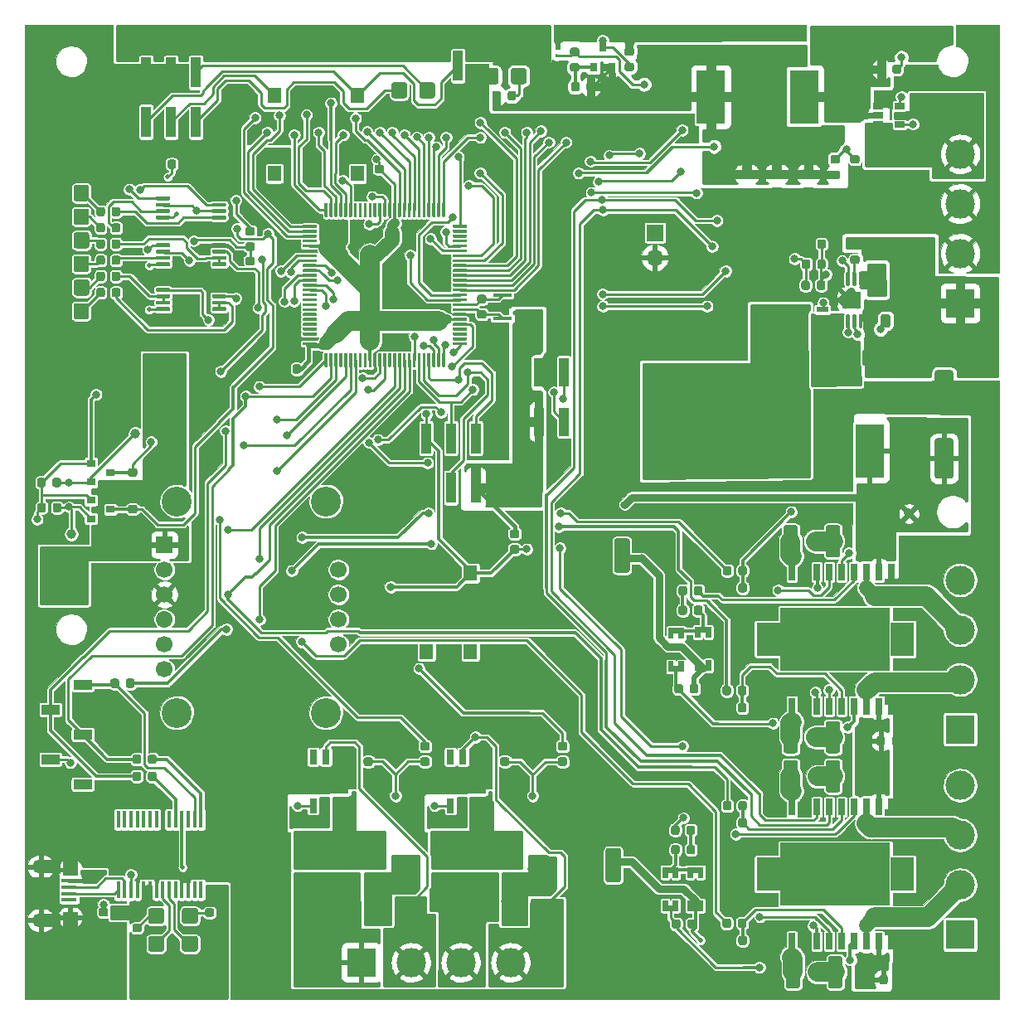
<source format=gbr>
G04 #@! TF.GenerationSoftware,KiCad,Pcbnew,5.99.0-unknown-1463dd1~101~ubuntu20.04.1*
G04 #@! TF.CreationDate,2020-07-08T00:09:31-04:00*
G04 #@! TF.ProjectId,goldhat,676f6c64-6861-4742-9e6b-696361645f70,rev?*
G04 #@! TF.SameCoordinates,Original*
G04 #@! TF.FileFunction,Copper,L1,Top*
G04 #@! TF.FilePolarity,Positive*
%FSLAX46Y46*%
G04 Gerber Fmt 4.6, Leading zero omitted, Abs format (unit mm)*
G04 Created by KiCad (PCBNEW 5.99.0-unknown-1463dd1~101~ubuntu20.04.1) date 2020-07-08 00:09:31*
%MOMM*%
%LPD*%
G01*
G04 APERTURE LIST*
G04 #@! TA.AperFunction,SMDPad,CuDef*
%ADD10R,1.200000X0.900000*%
G04 #@! TD*
G04 #@! TA.AperFunction,ComponentPad*
%ADD11C,3.000000*%
G04 #@! TD*
G04 #@! TA.AperFunction,ComponentPad*
%ADD12R,3.000000X3.000000*%
G04 #@! TD*
G04 #@! TA.AperFunction,SMDPad,CuDef*
%ADD13R,1.000000X3.000000*%
G04 #@! TD*
G04 #@! TA.AperFunction,ComponentPad*
%ADD14O,1.700000X1.700000*%
G04 #@! TD*
G04 #@! TA.AperFunction,ComponentPad*
%ADD15R,1.700000X1.700000*%
G04 #@! TD*
G04 #@! TA.AperFunction,WasherPad*
%ADD16C,3.048000*%
G04 #@! TD*
G04 #@! TA.AperFunction,ComponentPad*
%ADD17C,1.700000*%
G04 #@! TD*
G04 #@! TA.AperFunction,SMDPad,CuDef*
%ADD18R,1.000000X3.150000*%
G04 #@! TD*
G04 #@! TA.AperFunction,ComponentPad*
%ADD19C,1.000000*%
G04 #@! TD*
G04 #@! TA.AperFunction,SMDPad,CuDef*
%ADD20R,2.415000X3.400000*%
G04 #@! TD*
G04 #@! TA.AperFunction,SMDPad,CuDef*
%ADD21R,0.700000X1.700000*%
G04 #@! TD*
G04 #@! TA.AperFunction,SMDPad,CuDef*
%ADD22R,11.270000X6.400000*%
G04 #@! TD*
G04 #@! TA.AperFunction,SMDPad,CuDef*
%ADD23R,4.600000X1.100000*%
G04 #@! TD*
G04 #@! TA.AperFunction,SMDPad,CuDef*
%ADD24R,9.400000X10.800000*%
G04 #@! TD*
G04 #@! TA.AperFunction,SMDPad,CuDef*
%ADD25R,1.900000X1.000000*%
G04 #@! TD*
G04 #@! TA.AperFunction,SMDPad,CuDef*
%ADD26R,0.802000X1.505000*%
G04 #@! TD*
G04 #@! TA.AperFunction,SMDPad,CuDef*
%ADD27R,3.502000X2.613000*%
G04 #@! TD*
G04 #@! TA.AperFunction,SMDPad,CuDef*
%ADD28C,1.000000*%
G04 #@! TD*
G04 #@! TA.AperFunction,SMDPad,CuDef*
%ADD29R,0.800000X0.900000*%
G04 #@! TD*
G04 #@! TA.AperFunction,SMDPad,CuDef*
%ADD30R,0.900000X0.800000*%
G04 #@! TD*
G04 #@! TA.AperFunction,SMDPad,CuDef*
%ADD31R,2.500000X1.430000*%
G04 #@! TD*
G04 #@! TA.AperFunction,ComponentPad*
%ADD32O,1.700000X1.350000*%
G04 #@! TD*
G04 #@! TA.AperFunction,ComponentPad*
%ADD33O,1.500000X1.100000*%
G04 #@! TD*
G04 #@! TA.AperFunction,SMDPad,CuDef*
%ADD34R,1.650000X0.400000*%
G04 #@! TD*
G04 #@! TA.AperFunction,SMDPad,CuDef*
%ADD35R,1.500000X2.000000*%
G04 #@! TD*
G04 #@! TA.AperFunction,SMDPad,CuDef*
%ADD36R,0.700000X1.825000*%
G04 #@! TD*
G04 #@! TA.AperFunction,SMDPad,CuDef*
%ADD37R,2.000000X1.350000*%
G04 #@! TD*
G04 #@! TA.AperFunction,SMDPad,CuDef*
%ADD38R,0.250000X0.360000*%
G04 #@! TD*
G04 #@! TA.AperFunction,SMDPad,CuDef*
%ADD39R,0.450000X1.750000*%
G04 #@! TD*
G04 #@! TA.AperFunction,SMDPad,CuDef*
%ADD40R,1.400000X1.600000*%
G04 #@! TD*
G04 #@! TA.AperFunction,SMDPad,CuDef*
%ADD41R,1.900000X0.400000*%
G04 #@! TD*
G04 #@! TA.AperFunction,SMDPad,CuDef*
%ADD42R,3.000000X5.500000*%
G04 #@! TD*
G04 #@! TA.AperFunction,ComponentPad*
%ADD43C,0.500000*%
G04 #@! TD*
G04 #@! TA.AperFunction,SMDPad,CuDef*
%ADD44R,1.850000X1.730000*%
G04 #@! TD*
G04 #@! TA.AperFunction,SMDPad,CuDef*
%ADD45R,1.060000X0.650000*%
G04 #@! TD*
G04 #@! TA.AperFunction,SMDPad,CuDef*
%ADD46R,3.810000X3.910000*%
G04 #@! TD*
G04 #@! TA.AperFunction,SMDPad,CuDef*
%ADD47R,1.020000X0.610000*%
G04 #@! TD*
G04 #@! TA.AperFunction,SMDPad,CuDef*
%ADD48R,1.270000X0.610000*%
G04 #@! TD*
G04 #@! TA.AperFunction,ViaPad*
%ADD49C,0.800000*%
G04 #@! TD*
G04 #@! TA.AperFunction,ViaPad*
%ADD50C,0.500000*%
G04 #@! TD*
G04 #@! TA.AperFunction,Conductor*
%ADD51C,0.250000*%
G04 #@! TD*
G04 #@! TA.AperFunction,Conductor*
%ADD52C,0.300000*%
G04 #@! TD*
G04 #@! TA.AperFunction,Conductor*
%ADD53C,2.000000*%
G04 #@! TD*
G04 #@! TA.AperFunction,Conductor*
%ADD54C,1.500000*%
G04 #@! TD*
G04 #@! TA.AperFunction,Conductor*
%ADD55C,0.750000*%
G04 #@! TD*
G04 #@! TA.AperFunction,Conductor*
%ADD56C,0.400000*%
G04 #@! TD*
G04 #@! TA.AperFunction,Conductor*
%ADD57C,0.500000*%
G04 #@! TD*
G04 #@! TA.AperFunction,Conductor*
%ADD58C,1.000000*%
G04 #@! TD*
G04 #@! TA.AperFunction,Conductor*
%ADD59C,0.127000*%
G04 #@! TD*
G04 #@! TA.AperFunction,Conductor*
%ADD60C,0.100000*%
G04 #@! TD*
G04 #@! TA.AperFunction,Conductor*
%ADD61C,0.254000*%
G04 #@! TD*
G04 #@! TA.AperFunction,NonConductor*
%ADD62C,0.254000*%
G04 #@! TD*
G04 APERTURE END LIST*
D10*
X150038000Y-184710000D03*
X150038000Y-188010000D03*
X136068000Y-184964000D03*
X136068000Y-188264000D03*
G04 #@! TA.AperFunction,SMDPad,CuDef*
G36*
G01*
X105203000Y-118013000D02*
X105203000Y-116863000D01*
G75*
G02*
X105453000Y-116613000I250000J0D01*
G01*
X106553000Y-116613000D01*
G75*
G02*
X106803000Y-116863000I0J-250000D01*
G01*
X106803000Y-118013000D01*
G75*
G02*
X106553000Y-118263000I-250000J0D01*
G01*
X105453000Y-118263000D01*
G75*
G02*
X105203000Y-118013000I0J250000D01*
G01*
G37*
G04 #@! TD.AperFunction*
G04 #@! TA.AperFunction,SMDPad,CuDef*
G36*
G01*
X102353000Y-118013000D02*
X102353000Y-116863000D01*
G75*
G02*
X102603000Y-116613000I250000J0D01*
G01*
X103703000Y-116613000D01*
G75*
G02*
X103953000Y-116863000I0J-250000D01*
G01*
X103953000Y-118013000D01*
G75*
G02*
X103703000Y-118263000I-250000J0D01*
G01*
X102603000Y-118263000D01*
G75*
G02*
X102353000Y-118013000I0J250000D01*
G01*
G37*
G04 #@! TD.AperFunction*
G04 #@! TA.AperFunction,SMDPad,CuDef*
G36*
G01*
X105203000Y-120426000D02*
X105203000Y-119276000D01*
G75*
G02*
X105453000Y-119026000I250000J0D01*
G01*
X106553000Y-119026000D01*
G75*
G02*
X106803000Y-119276000I0J-250000D01*
G01*
X106803000Y-120426000D01*
G75*
G02*
X106553000Y-120676000I-250000J0D01*
G01*
X105453000Y-120676000D01*
G75*
G02*
X105203000Y-120426000I0J250000D01*
G01*
G37*
G04 #@! TD.AperFunction*
G04 #@! TA.AperFunction,SMDPad,CuDef*
G36*
G01*
X102353000Y-120426000D02*
X102353000Y-119276000D01*
G75*
G02*
X102603000Y-119026000I250000J0D01*
G01*
X103703000Y-119026000D01*
G75*
G02*
X103953000Y-119276000I0J-250000D01*
G01*
X103953000Y-120426000D01*
G75*
G02*
X103703000Y-120676000I-250000J0D01*
G01*
X102603000Y-120676000D01*
G75*
G02*
X102353000Y-120426000I0J250000D01*
G01*
G37*
G04 #@! TD.AperFunction*
G04 #@! TA.AperFunction,SMDPad,CuDef*
G36*
G01*
X105219000Y-122839000D02*
X105219000Y-121689000D01*
G75*
G02*
X105469000Y-121439000I250000J0D01*
G01*
X106569000Y-121439000D01*
G75*
G02*
X106819000Y-121689000I0J-250000D01*
G01*
X106819000Y-122839000D01*
G75*
G02*
X106569000Y-123089000I-250000J0D01*
G01*
X105469000Y-123089000D01*
G75*
G02*
X105219000Y-122839000I0J250000D01*
G01*
G37*
G04 #@! TD.AperFunction*
G04 #@! TA.AperFunction,SMDPad,CuDef*
G36*
G01*
X102369000Y-122839000D02*
X102369000Y-121689000D01*
G75*
G02*
X102619000Y-121439000I250000J0D01*
G01*
X103719000Y-121439000D01*
G75*
G02*
X103969000Y-121689000I0J-250000D01*
G01*
X103969000Y-122839000D01*
G75*
G02*
X103719000Y-123089000I-250000J0D01*
G01*
X102619000Y-123089000D01*
G75*
G02*
X102369000Y-122839000I0J250000D01*
G01*
G37*
G04 #@! TD.AperFunction*
G04 #@! TA.AperFunction,SMDPad,CuDef*
G36*
G01*
X105203000Y-125252000D02*
X105203000Y-124102000D01*
G75*
G02*
X105453000Y-123852000I250000J0D01*
G01*
X106553000Y-123852000D01*
G75*
G02*
X106803000Y-124102000I0J-250000D01*
G01*
X106803000Y-125252000D01*
G75*
G02*
X106553000Y-125502000I-250000J0D01*
G01*
X105453000Y-125502000D01*
G75*
G02*
X105203000Y-125252000I0J250000D01*
G01*
G37*
G04 #@! TD.AperFunction*
G04 #@! TA.AperFunction,SMDPad,CuDef*
G36*
G01*
X102353000Y-125252000D02*
X102353000Y-124102000D01*
G75*
G02*
X102603000Y-123852000I250000J0D01*
G01*
X103703000Y-123852000D01*
G75*
G02*
X103953000Y-124102000I0J-250000D01*
G01*
X103953000Y-125252000D01*
G75*
G02*
X103703000Y-125502000I-250000J0D01*
G01*
X102603000Y-125502000D01*
G75*
G02*
X102353000Y-125252000I0J250000D01*
G01*
G37*
G04 #@! TD.AperFunction*
G04 #@! TA.AperFunction,SMDPad,CuDef*
G36*
G01*
X105231000Y-127665000D02*
X105231000Y-126515000D01*
G75*
G02*
X105481000Y-126265000I250000J0D01*
G01*
X106581000Y-126265000D01*
G75*
G02*
X106831000Y-126515000I0J-250000D01*
G01*
X106831000Y-127665000D01*
G75*
G02*
X106581000Y-127915000I-250000J0D01*
G01*
X105481000Y-127915000D01*
G75*
G02*
X105231000Y-127665000I0J250000D01*
G01*
G37*
G04 #@! TD.AperFunction*
G04 #@! TA.AperFunction,SMDPad,CuDef*
G36*
G01*
X102381000Y-127665000D02*
X102381000Y-126515000D01*
G75*
G02*
X102631000Y-126265000I250000J0D01*
G01*
X103731000Y-126265000D01*
G75*
G02*
X103981000Y-126515000I0J-250000D01*
G01*
X103981000Y-127665000D01*
G75*
G02*
X103731000Y-127915000I-250000J0D01*
G01*
X102631000Y-127915000D01*
G75*
G02*
X102381000Y-127665000I0J250000D01*
G01*
G37*
G04 #@! TD.AperFunction*
G04 #@! TA.AperFunction,SMDPad,CuDef*
G36*
G01*
X105203000Y-130078000D02*
X105203000Y-128928000D01*
G75*
G02*
X105453000Y-128678000I250000J0D01*
G01*
X106553000Y-128678000D01*
G75*
G02*
X106803000Y-128928000I0J-250000D01*
G01*
X106803000Y-130078000D01*
G75*
G02*
X106553000Y-130328000I-250000J0D01*
G01*
X105453000Y-130328000D01*
G75*
G02*
X105203000Y-130078000I0J250000D01*
G01*
G37*
G04 #@! TD.AperFunction*
G04 #@! TA.AperFunction,SMDPad,CuDef*
G36*
G01*
X102353000Y-130078000D02*
X102353000Y-128928000D01*
G75*
G02*
X102603000Y-128678000I250000J0D01*
G01*
X103703000Y-128678000D01*
G75*
G02*
X103953000Y-128928000I0J-250000D01*
G01*
X103953000Y-130078000D01*
G75*
G02*
X103703000Y-130328000I-250000J0D01*
G01*
X102603000Y-130328000D01*
G75*
G02*
X102353000Y-130078000I0J250000D01*
G01*
G37*
G04 #@! TD.AperFunction*
G04 #@! TA.AperFunction,SMDPad,CuDef*
G36*
G01*
X114225000Y-192050000D02*
X113075000Y-192050000D01*
G75*
G02*
X112825000Y-191800000I0J250000D01*
G01*
X112825000Y-190700000D01*
G75*
G02*
X113075000Y-190450000I250000J0D01*
G01*
X114225000Y-190450000D01*
G75*
G02*
X114475000Y-190700000I0J-250000D01*
G01*
X114475000Y-191800000D01*
G75*
G02*
X114225000Y-192050000I-250000J0D01*
G01*
G37*
G04 #@! TD.AperFunction*
G04 #@! TA.AperFunction,SMDPad,CuDef*
G36*
G01*
X114225000Y-194900000D02*
X113075000Y-194900000D01*
G75*
G02*
X112825000Y-194650000I0J250000D01*
G01*
X112825000Y-193550000D01*
G75*
G02*
X113075000Y-193300000I250000J0D01*
G01*
X114225000Y-193300000D01*
G75*
G02*
X114475000Y-193550000I0J-250000D01*
G01*
X114475000Y-194650000D01*
G75*
G02*
X114225000Y-194900000I-250000J0D01*
G01*
G37*
G04 #@! TD.AperFunction*
G04 #@! TA.AperFunction,SMDPad,CuDef*
G36*
G01*
X117675000Y-192050000D02*
X116525000Y-192050000D01*
G75*
G02*
X116275000Y-191800000I0J250000D01*
G01*
X116275000Y-190700000D01*
G75*
G02*
X116525000Y-190450000I250000J0D01*
G01*
X117675000Y-190450000D01*
G75*
G02*
X117925000Y-190700000I0J-250000D01*
G01*
X117925000Y-191800000D01*
G75*
G02*
X117675000Y-192050000I-250000J0D01*
G01*
G37*
G04 #@! TD.AperFunction*
G04 #@! TA.AperFunction,SMDPad,CuDef*
G36*
G01*
X117675000Y-194900000D02*
X116525000Y-194900000D01*
G75*
G02*
X116275000Y-194650000I0J250000D01*
G01*
X116275000Y-193550000D01*
G75*
G02*
X116525000Y-193300000I250000J0D01*
G01*
X117675000Y-193300000D01*
G75*
G02*
X117925000Y-193550000I0J-250000D01*
G01*
X117925000Y-194650000D01*
G75*
G02*
X117675000Y-194900000I-250000J0D01*
G01*
G37*
G04 #@! TD.AperFunction*
G04 #@! TA.AperFunction,SMDPad,CuDef*
G36*
G01*
X149875000Y-106075000D02*
X149875000Y-104925000D01*
G75*
G02*
X150125000Y-104675000I250000J0D01*
G01*
X151225000Y-104675000D01*
G75*
G02*
X151475000Y-104925000I0J-250000D01*
G01*
X151475000Y-106075000D01*
G75*
G02*
X151225000Y-106325000I-250000J0D01*
G01*
X150125000Y-106325000D01*
G75*
G02*
X149875000Y-106075000I0J250000D01*
G01*
G37*
G04 #@! TD.AperFunction*
G04 #@! TA.AperFunction,SMDPad,CuDef*
G36*
G01*
X147025000Y-106075000D02*
X147025000Y-104925000D01*
G75*
G02*
X147275000Y-104675000I250000J0D01*
G01*
X148375000Y-104675000D01*
G75*
G02*
X148625000Y-104925000I0J-250000D01*
G01*
X148625000Y-106075000D01*
G75*
G02*
X148375000Y-106325000I-250000J0D01*
G01*
X147275000Y-106325000D01*
G75*
G02*
X147025000Y-106075000I0J250000D01*
G01*
G37*
G04 #@! TD.AperFunction*
G04 #@! TA.AperFunction,SMDPad,CuDef*
G36*
G01*
X140518750Y-107521250D02*
X140518750Y-106371250D01*
G75*
G02*
X140768750Y-106121250I250000J0D01*
G01*
X141868750Y-106121250D01*
G75*
G02*
X142118750Y-106371250I0J-250000D01*
G01*
X142118750Y-107521250D01*
G75*
G02*
X141868750Y-107771250I-250000J0D01*
G01*
X140768750Y-107771250D01*
G75*
G02*
X140518750Y-107521250I0J250000D01*
G01*
G37*
G04 #@! TD.AperFunction*
G04 #@! TA.AperFunction,SMDPad,CuDef*
G36*
G01*
X137668750Y-107521250D02*
X137668750Y-106371250D01*
G75*
G02*
X137918750Y-106121250I250000J0D01*
G01*
X139018750Y-106121250D01*
G75*
G02*
X139268750Y-106371250I0J-250000D01*
G01*
X139268750Y-107521250D01*
G75*
G02*
X139018750Y-107771250I-250000J0D01*
G01*
X137918750Y-107771250D01*
G75*
G02*
X137668750Y-107521250I0J250000D01*
G01*
G37*
G04 #@! TD.AperFunction*
G04 #@! TA.AperFunction,SMDPad,CuDef*
G36*
G01*
X159775000Y-189723000D02*
X160875000Y-189723000D01*
G75*
G02*
X161125000Y-189973000I0J-250000D01*
G01*
X161125000Y-192973000D01*
G75*
G02*
X160875000Y-193223000I-250000J0D01*
G01*
X159775000Y-193223000D01*
G75*
G02*
X159525000Y-192973000I0J250000D01*
G01*
X159525000Y-189973000D01*
G75*
G02*
X159775000Y-189723000I250000J0D01*
G01*
G37*
G04 #@! TD.AperFunction*
G04 #@! TA.AperFunction,SMDPad,CuDef*
G36*
G01*
X159775000Y-184323000D02*
X160875000Y-184323000D01*
G75*
G02*
X161125000Y-184573000I0J-250000D01*
G01*
X161125000Y-187573000D01*
G75*
G02*
X160875000Y-187823000I-250000J0D01*
G01*
X159775000Y-187823000D01*
G75*
G02*
X159525000Y-187573000I0J250000D01*
G01*
X159525000Y-184573000D01*
G75*
G02*
X159775000Y-184323000I250000J0D01*
G01*
G37*
G04 #@! TD.AperFunction*
G04 #@! TA.AperFunction,SMDPad,CuDef*
G36*
G01*
X160664000Y-158100000D02*
X161764000Y-158100000D01*
G75*
G02*
X162014000Y-158350000I0J-250000D01*
G01*
X162014000Y-161350000D01*
G75*
G02*
X161764000Y-161600000I-250000J0D01*
G01*
X160664000Y-161600000D01*
G75*
G02*
X160414000Y-161350000I0J250000D01*
G01*
X160414000Y-158350000D01*
G75*
G02*
X160664000Y-158100000I250000J0D01*
G01*
G37*
G04 #@! TD.AperFunction*
G04 #@! TA.AperFunction,SMDPad,CuDef*
G36*
G01*
X160664000Y-152700000D02*
X161764000Y-152700000D01*
G75*
G02*
X162014000Y-152950000I0J-250000D01*
G01*
X162014000Y-155950000D01*
G75*
G02*
X161764000Y-156200000I-250000J0D01*
G01*
X160664000Y-156200000D01*
G75*
G02*
X160414000Y-155950000I0J250000D01*
G01*
X160414000Y-152950000D01*
G75*
G02*
X160664000Y-152700000I250000J0D01*
G01*
G37*
G04 #@! TD.AperFunction*
D11*
X195750000Y-113445250D03*
D12*
X195750000Y-128685250D03*
D11*
X195750000Y-118525250D03*
X195750000Y-123605250D03*
D13*
X152770000Y-135750000D03*
X152770000Y-140790000D03*
X155310000Y-135750000D03*
X155310000Y-140790000D03*
D14*
X164575000Y-124025000D03*
D15*
X164575000Y-121485000D03*
X114490000Y-153355000D03*
D14*
X114490000Y-160975000D03*
D16*
X115760000Y-148910000D03*
X131000000Y-170500000D03*
X115760000Y-170500000D03*
X131000000Y-148910000D03*
D17*
X132270000Y-155895000D03*
X132270000Y-158435000D03*
X132270000Y-160975000D03*
X132270000Y-163515000D03*
X114490000Y-166055000D03*
X114490000Y-163515000D03*
X114490000Y-160975000D03*
X114490000Y-158435000D03*
X114490000Y-155895000D03*
G04 #@! TA.AperFunction,SMDPad,CuDef*
G36*
G01*
X115094500Y-124607000D02*
X115094500Y-124807000D01*
G75*
G02*
X114994500Y-124907000I-100000J0D01*
G01*
X113719500Y-124907000D01*
G75*
G02*
X113619500Y-124807000I0J100000D01*
G01*
X113619500Y-124607000D01*
G75*
G02*
X113719500Y-124507000I100000J0D01*
G01*
X114994500Y-124507000D01*
G75*
G02*
X115094500Y-124607000I0J-100000D01*
G01*
G37*
G04 #@! TD.AperFunction*
G04 #@! TA.AperFunction,SMDPad,CuDef*
G36*
G01*
X115094500Y-123957000D02*
X115094500Y-124157000D01*
G75*
G02*
X114994500Y-124257000I-100000J0D01*
G01*
X113719500Y-124257000D01*
G75*
G02*
X113619500Y-124157000I0J100000D01*
G01*
X113619500Y-123957000D01*
G75*
G02*
X113719500Y-123857000I100000J0D01*
G01*
X114994500Y-123857000D01*
G75*
G02*
X115094500Y-123957000I0J-100000D01*
G01*
G37*
G04 #@! TD.AperFunction*
G04 #@! TA.AperFunction,SMDPad,CuDef*
G36*
G01*
X115094500Y-123307000D02*
X115094500Y-123507000D01*
G75*
G02*
X114994500Y-123607000I-100000J0D01*
G01*
X113719500Y-123607000D01*
G75*
G02*
X113619500Y-123507000I0J100000D01*
G01*
X113619500Y-123307000D01*
G75*
G02*
X113719500Y-123207000I100000J0D01*
G01*
X114994500Y-123207000D01*
G75*
G02*
X115094500Y-123307000I0J-100000D01*
G01*
G37*
G04 #@! TD.AperFunction*
G04 #@! TA.AperFunction,SMDPad,CuDef*
G36*
G01*
X115094500Y-122657000D02*
X115094500Y-122857000D01*
G75*
G02*
X114994500Y-122957000I-100000J0D01*
G01*
X113719500Y-122957000D01*
G75*
G02*
X113619500Y-122857000I0J100000D01*
G01*
X113619500Y-122657000D01*
G75*
G02*
X113719500Y-122557000I100000J0D01*
G01*
X114994500Y-122557000D01*
G75*
G02*
X115094500Y-122657000I0J-100000D01*
G01*
G37*
G04 #@! TD.AperFunction*
G04 #@! TA.AperFunction,SMDPad,CuDef*
G36*
G01*
X120819500Y-122657000D02*
X120819500Y-122857000D01*
G75*
G02*
X120719500Y-122957000I-100000J0D01*
G01*
X119444500Y-122957000D01*
G75*
G02*
X119344500Y-122857000I0J100000D01*
G01*
X119344500Y-122657000D01*
G75*
G02*
X119444500Y-122557000I100000J0D01*
G01*
X120719500Y-122557000D01*
G75*
G02*
X120819500Y-122657000I0J-100000D01*
G01*
G37*
G04 #@! TD.AperFunction*
G04 #@! TA.AperFunction,SMDPad,CuDef*
G36*
G01*
X120819500Y-123307000D02*
X120819500Y-123507000D01*
G75*
G02*
X120719500Y-123607000I-100000J0D01*
G01*
X119444500Y-123607000D01*
G75*
G02*
X119344500Y-123507000I0J100000D01*
G01*
X119344500Y-123307000D01*
G75*
G02*
X119444500Y-123207000I100000J0D01*
G01*
X120719500Y-123207000D01*
G75*
G02*
X120819500Y-123307000I0J-100000D01*
G01*
G37*
G04 #@! TD.AperFunction*
G04 #@! TA.AperFunction,SMDPad,CuDef*
G36*
G01*
X120819500Y-123957000D02*
X120819500Y-124157000D01*
G75*
G02*
X120719500Y-124257000I-100000J0D01*
G01*
X119444500Y-124257000D01*
G75*
G02*
X119344500Y-124157000I0J100000D01*
G01*
X119344500Y-123957000D01*
G75*
G02*
X119444500Y-123857000I100000J0D01*
G01*
X120719500Y-123857000D01*
G75*
G02*
X120819500Y-123957000I0J-100000D01*
G01*
G37*
G04 #@! TD.AperFunction*
G04 #@! TA.AperFunction,SMDPad,CuDef*
G36*
G01*
X120819500Y-124607000D02*
X120819500Y-124807000D01*
G75*
G02*
X120719500Y-124907000I-100000J0D01*
G01*
X119444500Y-124907000D01*
G75*
G02*
X119344500Y-124807000I0J100000D01*
G01*
X119344500Y-124607000D01*
G75*
G02*
X119444500Y-124507000I100000J0D01*
G01*
X120719500Y-124507000D01*
G75*
G02*
X120819500Y-124607000I0J-100000D01*
G01*
G37*
G04 #@! TD.AperFunction*
D18*
X112628750Y-110171250D03*
X112628750Y-105121250D03*
X115168750Y-110171250D03*
X115168750Y-105121250D03*
X117708750Y-110171250D03*
X117708750Y-105121250D03*
G04 #@! TA.AperFunction,SMDPad,CuDef*
G36*
G01*
X130000000Y-132987500D02*
X128675000Y-132987500D01*
G75*
G02*
X128600000Y-132912500I0J75000D01*
G01*
X128600000Y-132762500D01*
G75*
G02*
X128675000Y-132687500I75000J0D01*
G01*
X130000000Y-132687500D01*
G75*
G02*
X130075000Y-132762500I0J-75000D01*
G01*
X130075000Y-132912500D01*
G75*
G02*
X130000000Y-132987500I-75000J0D01*
G01*
G37*
G04 #@! TD.AperFunction*
G04 #@! TA.AperFunction,SMDPad,CuDef*
G36*
G01*
X130000000Y-132487500D02*
X128675000Y-132487500D01*
G75*
G02*
X128600000Y-132412500I0J75000D01*
G01*
X128600000Y-132262500D01*
G75*
G02*
X128675000Y-132187500I75000J0D01*
G01*
X130000000Y-132187500D01*
G75*
G02*
X130075000Y-132262500I0J-75000D01*
G01*
X130075000Y-132412500D01*
G75*
G02*
X130000000Y-132487500I-75000J0D01*
G01*
G37*
G04 #@! TD.AperFunction*
G04 #@! TA.AperFunction,SMDPad,CuDef*
G36*
G01*
X130000000Y-131987500D02*
X128675000Y-131987500D01*
G75*
G02*
X128600000Y-131912500I0J75000D01*
G01*
X128600000Y-131762500D01*
G75*
G02*
X128675000Y-131687500I75000J0D01*
G01*
X130000000Y-131687500D01*
G75*
G02*
X130075000Y-131762500I0J-75000D01*
G01*
X130075000Y-131912500D01*
G75*
G02*
X130000000Y-131987500I-75000J0D01*
G01*
G37*
G04 #@! TD.AperFunction*
G04 #@! TA.AperFunction,SMDPad,CuDef*
G36*
G01*
X130000000Y-131487500D02*
X128675000Y-131487500D01*
G75*
G02*
X128600000Y-131412500I0J75000D01*
G01*
X128600000Y-131262500D01*
G75*
G02*
X128675000Y-131187500I75000J0D01*
G01*
X130000000Y-131187500D01*
G75*
G02*
X130075000Y-131262500I0J-75000D01*
G01*
X130075000Y-131412500D01*
G75*
G02*
X130000000Y-131487500I-75000J0D01*
G01*
G37*
G04 #@! TD.AperFunction*
G04 #@! TA.AperFunction,SMDPad,CuDef*
G36*
G01*
X130000000Y-130987500D02*
X128675000Y-130987500D01*
G75*
G02*
X128600000Y-130912500I0J75000D01*
G01*
X128600000Y-130762500D01*
G75*
G02*
X128675000Y-130687500I75000J0D01*
G01*
X130000000Y-130687500D01*
G75*
G02*
X130075000Y-130762500I0J-75000D01*
G01*
X130075000Y-130912500D01*
G75*
G02*
X130000000Y-130987500I-75000J0D01*
G01*
G37*
G04 #@! TD.AperFunction*
G04 #@! TA.AperFunction,SMDPad,CuDef*
G36*
G01*
X130000000Y-130487500D02*
X128675000Y-130487500D01*
G75*
G02*
X128600000Y-130412500I0J75000D01*
G01*
X128600000Y-130262500D01*
G75*
G02*
X128675000Y-130187500I75000J0D01*
G01*
X130000000Y-130187500D01*
G75*
G02*
X130075000Y-130262500I0J-75000D01*
G01*
X130075000Y-130412500D01*
G75*
G02*
X130000000Y-130487500I-75000J0D01*
G01*
G37*
G04 #@! TD.AperFunction*
G04 #@! TA.AperFunction,SMDPad,CuDef*
G36*
G01*
X130000000Y-129987500D02*
X128675000Y-129987500D01*
G75*
G02*
X128600000Y-129912500I0J75000D01*
G01*
X128600000Y-129762500D01*
G75*
G02*
X128675000Y-129687500I75000J0D01*
G01*
X130000000Y-129687500D01*
G75*
G02*
X130075000Y-129762500I0J-75000D01*
G01*
X130075000Y-129912500D01*
G75*
G02*
X130000000Y-129987500I-75000J0D01*
G01*
G37*
G04 #@! TD.AperFunction*
G04 #@! TA.AperFunction,SMDPad,CuDef*
G36*
G01*
X130000000Y-129487500D02*
X128675000Y-129487500D01*
G75*
G02*
X128600000Y-129412500I0J75000D01*
G01*
X128600000Y-129262500D01*
G75*
G02*
X128675000Y-129187500I75000J0D01*
G01*
X130000000Y-129187500D01*
G75*
G02*
X130075000Y-129262500I0J-75000D01*
G01*
X130075000Y-129412500D01*
G75*
G02*
X130000000Y-129487500I-75000J0D01*
G01*
G37*
G04 #@! TD.AperFunction*
G04 #@! TA.AperFunction,SMDPad,CuDef*
G36*
G01*
X130000000Y-128987500D02*
X128675000Y-128987500D01*
G75*
G02*
X128600000Y-128912500I0J75000D01*
G01*
X128600000Y-128762500D01*
G75*
G02*
X128675000Y-128687500I75000J0D01*
G01*
X130000000Y-128687500D01*
G75*
G02*
X130075000Y-128762500I0J-75000D01*
G01*
X130075000Y-128912500D01*
G75*
G02*
X130000000Y-128987500I-75000J0D01*
G01*
G37*
G04 #@! TD.AperFunction*
G04 #@! TA.AperFunction,SMDPad,CuDef*
G36*
G01*
X130000000Y-128487500D02*
X128675000Y-128487500D01*
G75*
G02*
X128600000Y-128412500I0J75000D01*
G01*
X128600000Y-128262500D01*
G75*
G02*
X128675000Y-128187500I75000J0D01*
G01*
X130000000Y-128187500D01*
G75*
G02*
X130075000Y-128262500I0J-75000D01*
G01*
X130075000Y-128412500D01*
G75*
G02*
X130000000Y-128487500I-75000J0D01*
G01*
G37*
G04 #@! TD.AperFunction*
G04 #@! TA.AperFunction,SMDPad,CuDef*
G36*
G01*
X130000000Y-127987500D02*
X128675000Y-127987500D01*
G75*
G02*
X128600000Y-127912500I0J75000D01*
G01*
X128600000Y-127762500D01*
G75*
G02*
X128675000Y-127687500I75000J0D01*
G01*
X130000000Y-127687500D01*
G75*
G02*
X130075000Y-127762500I0J-75000D01*
G01*
X130075000Y-127912500D01*
G75*
G02*
X130000000Y-127987500I-75000J0D01*
G01*
G37*
G04 #@! TD.AperFunction*
G04 #@! TA.AperFunction,SMDPad,CuDef*
G36*
G01*
X130000000Y-127487500D02*
X128675000Y-127487500D01*
G75*
G02*
X128600000Y-127412500I0J75000D01*
G01*
X128600000Y-127262500D01*
G75*
G02*
X128675000Y-127187500I75000J0D01*
G01*
X130000000Y-127187500D01*
G75*
G02*
X130075000Y-127262500I0J-75000D01*
G01*
X130075000Y-127412500D01*
G75*
G02*
X130000000Y-127487500I-75000J0D01*
G01*
G37*
G04 #@! TD.AperFunction*
G04 #@! TA.AperFunction,SMDPad,CuDef*
G36*
G01*
X130000000Y-126987500D02*
X128675000Y-126987500D01*
G75*
G02*
X128600000Y-126912500I0J75000D01*
G01*
X128600000Y-126762500D01*
G75*
G02*
X128675000Y-126687500I75000J0D01*
G01*
X130000000Y-126687500D01*
G75*
G02*
X130075000Y-126762500I0J-75000D01*
G01*
X130075000Y-126912500D01*
G75*
G02*
X130000000Y-126987500I-75000J0D01*
G01*
G37*
G04 #@! TD.AperFunction*
G04 #@! TA.AperFunction,SMDPad,CuDef*
G36*
G01*
X130000000Y-126487500D02*
X128675000Y-126487500D01*
G75*
G02*
X128600000Y-126412500I0J75000D01*
G01*
X128600000Y-126262500D01*
G75*
G02*
X128675000Y-126187500I75000J0D01*
G01*
X130000000Y-126187500D01*
G75*
G02*
X130075000Y-126262500I0J-75000D01*
G01*
X130075000Y-126412500D01*
G75*
G02*
X130000000Y-126487500I-75000J0D01*
G01*
G37*
G04 #@! TD.AperFunction*
G04 #@! TA.AperFunction,SMDPad,CuDef*
G36*
G01*
X130000000Y-125987500D02*
X128675000Y-125987500D01*
G75*
G02*
X128600000Y-125912500I0J75000D01*
G01*
X128600000Y-125762500D01*
G75*
G02*
X128675000Y-125687500I75000J0D01*
G01*
X130000000Y-125687500D01*
G75*
G02*
X130075000Y-125762500I0J-75000D01*
G01*
X130075000Y-125912500D01*
G75*
G02*
X130000000Y-125987500I-75000J0D01*
G01*
G37*
G04 #@! TD.AperFunction*
G04 #@! TA.AperFunction,SMDPad,CuDef*
G36*
G01*
X130000000Y-125487500D02*
X128675000Y-125487500D01*
G75*
G02*
X128600000Y-125412500I0J75000D01*
G01*
X128600000Y-125262500D01*
G75*
G02*
X128675000Y-125187500I75000J0D01*
G01*
X130000000Y-125187500D01*
G75*
G02*
X130075000Y-125262500I0J-75000D01*
G01*
X130075000Y-125412500D01*
G75*
G02*
X130000000Y-125487500I-75000J0D01*
G01*
G37*
G04 #@! TD.AperFunction*
G04 #@! TA.AperFunction,SMDPad,CuDef*
G36*
G01*
X130000000Y-124987500D02*
X128675000Y-124987500D01*
G75*
G02*
X128600000Y-124912500I0J75000D01*
G01*
X128600000Y-124762500D01*
G75*
G02*
X128675000Y-124687500I75000J0D01*
G01*
X130000000Y-124687500D01*
G75*
G02*
X130075000Y-124762500I0J-75000D01*
G01*
X130075000Y-124912500D01*
G75*
G02*
X130000000Y-124987500I-75000J0D01*
G01*
G37*
G04 #@! TD.AperFunction*
G04 #@! TA.AperFunction,SMDPad,CuDef*
G36*
G01*
X130000000Y-124487500D02*
X128675000Y-124487500D01*
G75*
G02*
X128600000Y-124412500I0J75000D01*
G01*
X128600000Y-124262500D01*
G75*
G02*
X128675000Y-124187500I75000J0D01*
G01*
X130000000Y-124187500D01*
G75*
G02*
X130075000Y-124262500I0J-75000D01*
G01*
X130075000Y-124412500D01*
G75*
G02*
X130000000Y-124487500I-75000J0D01*
G01*
G37*
G04 #@! TD.AperFunction*
G04 #@! TA.AperFunction,SMDPad,CuDef*
G36*
G01*
X130000000Y-123987500D02*
X128675000Y-123987500D01*
G75*
G02*
X128600000Y-123912500I0J75000D01*
G01*
X128600000Y-123762500D01*
G75*
G02*
X128675000Y-123687500I75000J0D01*
G01*
X130000000Y-123687500D01*
G75*
G02*
X130075000Y-123762500I0J-75000D01*
G01*
X130075000Y-123912500D01*
G75*
G02*
X130000000Y-123987500I-75000J0D01*
G01*
G37*
G04 #@! TD.AperFunction*
G04 #@! TA.AperFunction,SMDPad,CuDef*
G36*
G01*
X130000000Y-123487500D02*
X128675000Y-123487500D01*
G75*
G02*
X128600000Y-123412500I0J75000D01*
G01*
X128600000Y-123262500D01*
G75*
G02*
X128675000Y-123187500I75000J0D01*
G01*
X130000000Y-123187500D01*
G75*
G02*
X130075000Y-123262500I0J-75000D01*
G01*
X130075000Y-123412500D01*
G75*
G02*
X130000000Y-123487500I-75000J0D01*
G01*
G37*
G04 #@! TD.AperFunction*
G04 #@! TA.AperFunction,SMDPad,CuDef*
G36*
G01*
X130000000Y-122987500D02*
X128675000Y-122987500D01*
G75*
G02*
X128600000Y-122912500I0J75000D01*
G01*
X128600000Y-122762500D01*
G75*
G02*
X128675000Y-122687500I75000J0D01*
G01*
X130000000Y-122687500D01*
G75*
G02*
X130075000Y-122762500I0J-75000D01*
G01*
X130075000Y-122912500D01*
G75*
G02*
X130000000Y-122987500I-75000J0D01*
G01*
G37*
G04 #@! TD.AperFunction*
G04 #@! TA.AperFunction,SMDPad,CuDef*
G36*
G01*
X130000000Y-122487500D02*
X128675000Y-122487500D01*
G75*
G02*
X128600000Y-122412500I0J75000D01*
G01*
X128600000Y-122262500D01*
G75*
G02*
X128675000Y-122187500I75000J0D01*
G01*
X130000000Y-122187500D01*
G75*
G02*
X130075000Y-122262500I0J-75000D01*
G01*
X130075000Y-122412500D01*
G75*
G02*
X130000000Y-122487500I-75000J0D01*
G01*
G37*
G04 #@! TD.AperFunction*
G04 #@! TA.AperFunction,SMDPad,CuDef*
G36*
G01*
X130000000Y-121987500D02*
X128675000Y-121987500D01*
G75*
G02*
X128600000Y-121912500I0J75000D01*
G01*
X128600000Y-121762500D01*
G75*
G02*
X128675000Y-121687500I75000J0D01*
G01*
X130000000Y-121687500D01*
G75*
G02*
X130075000Y-121762500I0J-75000D01*
G01*
X130075000Y-121912500D01*
G75*
G02*
X130000000Y-121987500I-75000J0D01*
G01*
G37*
G04 #@! TD.AperFunction*
G04 #@! TA.AperFunction,SMDPad,CuDef*
G36*
G01*
X130000000Y-121487500D02*
X128675000Y-121487500D01*
G75*
G02*
X128600000Y-121412500I0J75000D01*
G01*
X128600000Y-121262500D01*
G75*
G02*
X128675000Y-121187500I75000J0D01*
G01*
X130000000Y-121187500D01*
G75*
G02*
X130075000Y-121262500I0J-75000D01*
G01*
X130075000Y-121412500D01*
G75*
G02*
X130000000Y-121487500I-75000J0D01*
G01*
G37*
G04 #@! TD.AperFunction*
G04 #@! TA.AperFunction,SMDPad,CuDef*
G36*
G01*
X130000000Y-120987500D02*
X128675000Y-120987500D01*
G75*
G02*
X128600000Y-120912500I0J75000D01*
G01*
X128600000Y-120762500D01*
G75*
G02*
X128675000Y-120687500I75000J0D01*
G01*
X130000000Y-120687500D01*
G75*
G02*
X130075000Y-120762500I0J-75000D01*
G01*
X130075000Y-120912500D01*
G75*
G02*
X130000000Y-120987500I-75000J0D01*
G01*
G37*
G04 #@! TD.AperFunction*
G04 #@! TA.AperFunction,SMDPad,CuDef*
G36*
G01*
X131075000Y-119912500D02*
X130925000Y-119912500D01*
G75*
G02*
X130850000Y-119837500I0J75000D01*
G01*
X130850000Y-118512500D01*
G75*
G02*
X130925000Y-118437500I75000J0D01*
G01*
X131075000Y-118437500D01*
G75*
G02*
X131150000Y-118512500I0J-75000D01*
G01*
X131150000Y-119837500D01*
G75*
G02*
X131075000Y-119912500I-75000J0D01*
G01*
G37*
G04 #@! TD.AperFunction*
G04 #@! TA.AperFunction,SMDPad,CuDef*
G36*
G01*
X131575000Y-119912500D02*
X131425000Y-119912500D01*
G75*
G02*
X131350000Y-119837500I0J75000D01*
G01*
X131350000Y-118512500D01*
G75*
G02*
X131425000Y-118437500I75000J0D01*
G01*
X131575000Y-118437500D01*
G75*
G02*
X131650000Y-118512500I0J-75000D01*
G01*
X131650000Y-119837500D01*
G75*
G02*
X131575000Y-119912500I-75000J0D01*
G01*
G37*
G04 #@! TD.AperFunction*
G04 #@! TA.AperFunction,SMDPad,CuDef*
G36*
G01*
X132075000Y-119912500D02*
X131925000Y-119912500D01*
G75*
G02*
X131850000Y-119837500I0J75000D01*
G01*
X131850000Y-118512500D01*
G75*
G02*
X131925000Y-118437500I75000J0D01*
G01*
X132075000Y-118437500D01*
G75*
G02*
X132150000Y-118512500I0J-75000D01*
G01*
X132150000Y-119837500D01*
G75*
G02*
X132075000Y-119912500I-75000J0D01*
G01*
G37*
G04 #@! TD.AperFunction*
G04 #@! TA.AperFunction,SMDPad,CuDef*
G36*
G01*
X132575000Y-119912500D02*
X132425000Y-119912500D01*
G75*
G02*
X132350000Y-119837500I0J75000D01*
G01*
X132350000Y-118512500D01*
G75*
G02*
X132425000Y-118437500I75000J0D01*
G01*
X132575000Y-118437500D01*
G75*
G02*
X132650000Y-118512500I0J-75000D01*
G01*
X132650000Y-119837500D01*
G75*
G02*
X132575000Y-119912500I-75000J0D01*
G01*
G37*
G04 #@! TD.AperFunction*
G04 #@! TA.AperFunction,SMDPad,CuDef*
G36*
G01*
X133075000Y-119912500D02*
X132925000Y-119912500D01*
G75*
G02*
X132850000Y-119837500I0J75000D01*
G01*
X132850000Y-118512500D01*
G75*
G02*
X132925000Y-118437500I75000J0D01*
G01*
X133075000Y-118437500D01*
G75*
G02*
X133150000Y-118512500I0J-75000D01*
G01*
X133150000Y-119837500D01*
G75*
G02*
X133075000Y-119912500I-75000J0D01*
G01*
G37*
G04 #@! TD.AperFunction*
G04 #@! TA.AperFunction,SMDPad,CuDef*
G36*
G01*
X133575000Y-119912500D02*
X133425000Y-119912500D01*
G75*
G02*
X133350000Y-119837500I0J75000D01*
G01*
X133350000Y-118512500D01*
G75*
G02*
X133425000Y-118437500I75000J0D01*
G01*
X133575000Y-118437500D01*
G75*
G02*
X133650000Y-118512500I0J-75000D01*
G01*
X133650000Y-119837500D01*
G75*
G02*
X133575000Y-119912500I-75000J0D01*
G01*
G37*
G04 #@! TD.AperFunction*
G04 #@! TA.AperFunction,SMDPad,CuDef*
G36*
G01*
X134075000Y-119912500D02*
X133925000Y-119912500D01*
G75*
G02*
X133850000Y-119837500I0J75000D01*
G01*
X133850000Y-118512500D01*
G75*
G02*
X133925000Y-118437500I75000J0D01*
G01*
X134075000Y-118437500D01*
G75*
G02*
X134150000Y-118512500I0J-75000D01*
G01*
X134150000Y-119837500D01*
G75*
G02*
X134075000Y-119912500I-75000J0D01*
G01*
G37*
G04 #@! TD.AperFunction*
G04 #@! TA.AperFunction,SMDPad,CuDef*
G36*
G01*
X134575000Y-119912500D02*
X134425000Y-119912500D01*
G75*
G02*
X134350000Y-119837500I0J75000D01*
G01*
X134350000Y-118512500D01*
G75*
G02*
X134425000Y-118437500I75000J0D01*
G01*
X134575000Y-118437500D01*
G75*
G02*
X134650000Y-118512500I0J-75000D01*
G01*
X134650000Y-119837500D01*
G75*
G02*
X134575000Y-119912500I-75000J0D01*
G01*
G37*
G04 #@! TD.AperFunction*
G04 #@! TA.AperFunction,SMDPad,CuDef*
G36*
G01*
X135075000Y-119912500D02*
X134925000Y-119912500D01*
G75*
G02*
X134850000Y-119837500I0J75000D01*
G01*
X134850000Y-118512500D01*
G75*
G02*
X134925000Y-118437500I75000J0D01*
G01*
X135075000Y-118437500D01*
G75*
G02*
X135150000Y-118512500I0J-75000D01*
G01*
X135150000Y-119837500D01*
G75*
G02*
X135075000Y-119912500I-75000J0D01*
G01*
G37*
G04 #@! TD.AperFunction*
G04 #@! TA.AperFunction,SMDPad,CuDef*
G36*
G01*
X135575000Y-119912500D02*
X135425000Y-119912500D01*
G75*
G02*
X135350000Y-119837500I0J75000D01*
G01*
X135350000Y-118512500D01*
G75*
G02*
X135425000Y-118437500I75000J0D01*
G01*
X135575000Y-118437500D01*
G75*
G02*
X135650000Y-118512500I0J-75000D01*
G01*
X135650000Y-119837500D01*
G75*
G02*
X135575000Y-119912500I-75000J0D01*
G01*
G37*
G04 #@! TD.AperFunction*
G04 #@! TA.AperFunction,SMDPad,CuDef*
G36*
G01*
X136075000Y-119912500D02*
X135925000Y-119912500D01*
G75*
G02*
X135850000Y-119837500I0J75000D01*
G01*
X135850000Y-118512500D01*
G75*
G02*
X135925000Y-118437500I75000J0D01*
G01*
X136075000Y-118437500D01*
G75*
G02*
X136150000Y-118512500I0J-75000D01*
G01*
X136150000Y-119837500D01*
G75*
G02*
X136075000Y-119912500I-75000J0D01*
G01*
G37*
G04 #@! TD.AperFunction*
G04 #@! TA.AperFunction,SMDPad,CuDef*
G36*
G01*
X136575000Y-119912500D02*
X136425000Y-119912500D01*
G75*
G02*
X136350000Y-119837500I0J75000D01*
G01*
X136350000Y-118512500D01*
G75*
G02*
X136425000Y-118437500I75000J0D01*
G01*
X136575000Y-118437500D01*
G75*
G02*
X136650000Y-118512500I0J-75000D01*
G01*
X136650000Y-119837500D01*
G75*
G02*
X136575000Y-119912500I-75000J0D01*
G01*
G37*
G04 #@! TD.AperFunction*
G04 #@! TA.AperFunction,SMDPad,CuDef*
G36*
G01*
X137075000Y-119912500D02*
X136925000Y-119912500D01*
G75*
G02*
X136850000Y-119837500I0J75000D01*
G01*
X136850000Y-118512500D01*
G75*
G02*
X136925000Y-118437500I75000J0D01*
G01*
X137075000Y-118437500D01*
G75*
G02*
X137150000Y-118512500I0J-75000D01*
G01*
X137150000Y-119837500D01*
G75*
G02*
X137075000Y-119912500I-75000J0D01*
G01*
G37*
G04 #@! TD.AperFunction*
G04 #@! TA.AperFunction,SMDPad,CuDef*
G36*
G01*
X137575000Y-119912500D02*
X137425000Y-119912500D01*
G75*
G02*
X137350000Y-119837500I0J75000D01*
G01*
X137350000Y-118512500D01*
G75*
G02*
X137425000Y-118437500I75000J0D01*
G01*
X137575000Y-118437500D01*
G75*
G02*
X137650000Y-118512500I0J-75000D01*
G01*
X137650000Y-119837500D01*
G75*
G02*
X137575000Y-119912500I-75000J0D01*
G01*
G37*
G04 #@! TD.AperFunction*
G04 #@! TA.AperFunction,SMDPad,CuDef*
G36*
G01*
X138075000Y-119912500D02*
X137925000Y-119912500D01*
G75*
G02*
X137850000Y-119837500I0J75000D01*
G01*
X137850000Y-118512500D01*
G75*
G02*
X137925000Y-118437500I75000J0D01*
G01*
X138075000Y-118437500D01*
G75*
G02*
X138150000Y-118512500I0J-75000D01*
G01*
X138150000Y-119837500D01*
G75*
G02*
X138075000Y-119912500I-75000J0D01*
G01*
G37*
G04 #@! TD.AperFunction*
G04 #@! TA.AperFunction,SMDPad,CuDef*
G36*
G01*
X138575000Y-119912500D02*
X138425000Y-119912500D01*
G75*
G02*
X138350000Y-119837500I0J75000D01*
G01*
X138350000Y-118512500D01*
G75*
G02*
X138425000Y-118437500I75000J0D01*
G01*
X138575000Y-118437500D01*
G75*
G02*
X138650000Y-118512500I0J-75000D01*
G01*
X138650000Y-119837500D01*
G75*
G02*
X138575000Y-119912500I-75000J0D01*
G01*
G37*
G04 #@! TD.AperFunction*
G04 #@! TA.AperFunction,SMDPad,CuDef*
G36*
G01*
X139075000Y-119912500D02*
X138925000Y-119912500D01*
G75*
G02*
X138850000Y-119837500I0J75000D01*
G01*
X138850000Y-118512500D01*
G75*
G02*
X138925000Y-118437500I75000J0D01*
G01*
X139075000Y-118437500D01*
G75*
G02*
X139150000Y-118512500I0J-75000D01*
G01*
X139150000Y-119837500D01*
G75*
G02*
X139075000Y-119912500I-75000J0D01*
G01*
G37*
G04 #@! TD.AperFunction*
G04 #@! TA.AperFunction,SMDPad,CuDef*
G36*
G01*
X139575000Y-119912500D02*
X139425000Y-119912500D01*
G75*
G02*
X139350000Y-119837500I0J75000D01*
G01*
X139350000Y-118512500D01*
G75*
G02*
X139425000Y-118437500I75000J0D01*
G01*
X139575000Y-118437500D01*
G75*
G02*
X139650000Y-118512500I0J-75000D01*
G01*
X139650000Y-119837500D01*
G75*
G02*
X139575000Y-119912500I-75000J0D01*
G01*
G37*
G04 #@! TD.AperFunction*
G04 #@! TA.AperFunction,SMDPad,CuDef*
G36*
G01*
X140075000Y-119912500D02*
X139925000Y-119912500D01*
G75*
G02*
X139850000Y-119837500I0J75000D01*
G01*
X139850000Y-118512500D01*
G75*
G02*
X139925000Y-118437500I75000J0D01*
G01*
X140075000Y-118437500D01*
G75*
G02*
X140150000Y-118512500I0J-75000D01*
G01*
X140150000Y-119837500D01*
G75*
G02*
X140075000Y-119912500I-75000J0D01*
G01*
G37*
G04 #@! TD.AperFunction*
G04 #@! TA.AperFunction,SMDPad,CuDef*
G36*
G01*
X140575000Y-119912500D02*
X140425000Y-119912500D01*
G75*
G02*
X140350000Y-119837500I0J75000D01*
G01*
X140350000Y-118512500D01*
G75*
G02*
X140425000Y-118437500I75000J0D01*
G01*
X140575000Y-118437500D01*
G75*
G02*
X140650000Y-118512500I0J-75000D01*
G01*
X140650000Y-119837500D01*
G75*
G02*
X140575000Y-119912500I-75000J0D01*
G01*
G37*
G04 #@! TD.AperFunction*
G04 #@! TA.AperFunction,SMDPad,CuDef*
G36*
G01*
X141075000Y-119912500D02*
X140925000Y-119912500D01*
G75*
G02*
X140850000Y-119837500I0J75000D01*
G01*
X140850000Y-118512500D01*
G75*
G02*
X140925000Y-118437500I75000J0D01*
G01*
X141075000Y-118437500D01*
G75*
G02*
X141150000Y-118512500I0J-75000D01*
G01*
X141150000Y-119837500D01*
G75*
G02*
X141075000Y-119912500I-75000J0D01*
G01*
G37*
G04 #@! TD.AperFunction*
G04 #@! TA.AperFunction,SMDPad,CuDef*
G36*
G01*
X141575000Y-119912500D02*
X141425000Y-119912500D01*
G75*
G02*
X141350000Y-119837500I0J75000D01*
G01*
X141350000Y-118512500D01*
G75*
G02*
X141425000Y-118437500I75000J0D01*
G01*
X141575000Y-118437500D01*
G75*
G02*
X141650000Y-118512500I0J-75000D01*
G01*
X141650000Y-119837500D01*
G75*
G02*
X141575000Y-119912500I-75000J0D01*
G01*
G37*
G04 #@! TD.AperFunction*
G04 #@! TA.AperFunction,SMDPad,CuDef*
G36*
G01*
X142075000Y-119912500D02*
X141925000Y-119912500D01*
G75*
G02*
X141850000Y-119837500I0J75000D01*
G01*
X141850000Y-118512500D01*
G75*
G02*
X141925000Y-118437500I75000J0D01*
G01*
X142075000Y-118437500D01*
G75*
G02*
X142150000Y-118512500I0J-75000D01*
G01*
X142150000Y-119837500D01*
G75*
G02*
X142075000Y-119912500I-75000J0D01*
G01*
G37*
G04 #@! TD.AperFunction*
G04 #@! TA.AperFunction,SMDPad,CuDef*
G36*
G01*
X142575000Y-119912500D02*
X142425000Y-119912500D01*
G75*
G02*
X142350000Y-119837500I0J75000D01*
G01*
X142350000Y-118512500D01*
G75*
G02*
X142425000Y-118437500I75000J0D01*
G01*
X142575000Y-118437500D01*
G75*
G02*
X142650000Y-118512500I0J-75000D01*
G01*
X142650000Y-119837500D01*
G75*
G02*
X142575000Y-119912500I-75000J0D01*
G01*
G37*
G04 #@! TD.AperFunction*
G04 #@! TA.AperFunction,SMDPad,CuDef*
G36*
G01*
X143075000Y-119912500D02*
X142925000Y-119912500D01*
G75*
G02*
X142850000Y-119837500I0J75000D01*
G01*
X142850000Y-118512500D01*
G75*
G02*
X142925000Y-118437500I75000J0D01*
G01*
X143075000Y-118437500D01*
G75*
G02*
X143150000Y-118512500I0J-75000D01*
G01*
X143150000Y-119837500D01*
G75*
G02*
X143075000Y-119912500I-75000J0D01*
G01*
G37*
G04 #@! TD.AperFunction*
G04 #@! TA.AperFunction,SMDPad,CuDef*
G36*
G01*
X145325000Y-120987500D02*
X144000000Y-120987500D01*
G75*
G02*
X143925000Y-120912500I0J75000D01*
G01*
X143925000Y-120762500D01*
G75*
G02*
X144000000Y-120687500I75000J0D01*
G01*
X145325000Y-120687500D01*
G75*
G02*
X145400000Y-120762500I0J-75000D01*
G01*
X145400000Y-120912500D01*
G75*
G02*
X145325000Y-120987500I-75000J0D01*
G01*
G37*
G04 #@! TD.AperFunction*
G04 #@! TA.AperFunction,SMDPad,CuDef*
G36*
G01*
X145325000Y-121487500D02*
X144000000Y-121487500D01*
G75*
G02*
X143925000Y-121412500I0J75000D01*
G01*
X143925000Y-121262500D01*
G75*
G02*
X144000000Y-121187500I75000J0D01*
G01*
X145325000Y-121187500D01*
G75*
G02*
X145400000Y-121262500I0J-75000D01*
G01*
X145400000Y-121412500D01*
G75*
G02*
X145325000Y-121487500I-75000J0D01*
G01*
G37*
G04 #@! TD.AperFunction*
G04 #@! TA.AperFunction,SMDPad,CuDef*
G36*
G01*
X145325000Y-121987500D02*
X144000000Y-121987500D01*
G75*
G02*
X143925000Y-121912500I0J75000D01*
G01*
X143925000Y-121762500D01*
G75*
G02*
X144000000Y-121687500I75000J0D01*
G01*
X145325000Y-121687500D01*
G75*
G02*
X145400000Y-121762500I0J-75000D01*
G01*
X145400000Y-121912500D01*
G75*
G02*
X145325000Y-121987500I-75000J0D01*
G01*
G37*
G04 #@! TD.AperFunction*
G04 #@! TA.AperFunction,SMDPad,CuDef*
G36*
G01*
X145325000Y-122487500D02*
X144000000Y-122487500D01*
G75*
G02*
X143925000Y-122412500I0J75000D01*
G01*
X143925000Y-122262500D01*
G75*
G02*
X144000000Y-122187500I75000J0D01*
G01*
X145325000Y-122187500D01*
G75*
G02*
X145400000Y-122262500I0J-75000D01*
G01*
X145400000Y-122412500D01*
G75*
G02*
X145325000Y-122487500I-75000J0D01*
G01*
G37*
G04 #@! TD.AperFunction*
G04 #@! TA.AperFunction,SMDPad,CuDef*
G36*
G01*
X145325000Y-122987500D02*
X144000000Y-122987500D01*
G75*
G02*
X143925000Y-122912500I0J75000D01*
G01*
X143925000Y-122762500D01*
G75*
G02*
X144000000Y-122687500I75000J0D01*
G01*
X145325000Y-122687500D01*
G75*
G02*
X145400000Y-122762500I0J-75000D01*
G01*
X145400000Y-122912500D01*
G75*
G02*
X145325000Y-122987500I-75000J0D01*
G01*
G37*
G04 #@! TD.AperFunction*
G04 #@! TA.AperFunction,SMDPad,CuDef*
G36*
G01*
X145325000Y-123487500D02*
X144000000Y-123487500D01*
G75*
G02*
X143925000Y-123412500I0J75000D01*
G01*
X143925000Y-123262500D01*
G75*
G02*
X144000000Y-123187500I75000J0D01*
G01*
X145325000Y-123187500D01*
G75*
G02*
X145400000Y-123262500I0J-75000D01*
G01*
X145400000Y-123412500D01*
G75*
G02*
X145325000Y-123487500I-75000J0D01*
G01*
G37*
G04 #@! TD.AperFunction*
G04 #@! TA.AperFunction,SMDPad,CuDef*
G36*
G01*
X145325000Y-123987500D02*
X144000000Y-123987500D01*
G75*
G02*
X143925000Y-123912500I0J75000D01*
G01*
X143925000Y-123762500D01*
G75*
G02*
X144000000Y-123687500I75000J0D01*
G01*
X145325000Y-123687500D01*
G75*
G02*
X145400000Y-123762500I0J-75000D01*
G01*
X145400000Y-123912500D01*
G75*
G02*
X145325000Y-123987500I-75000J0D01*
G01*
G37*
G04 #@! TD.AperFunction*
G04 #@! TA.AperFunction,SMDPad,CuDef*
G36*
G01*
X145325000Y-124487500D02*
X144000000Y-124487500D01*
G75*
G02*
X143925000Y-124412500I0J75000D01*
G01*
X143925000Y-124262500D01*
G75*
G02*
X144000000Y-124187500I75000J0D01*
G01*
X145325000Y-124187500D01*
G75*
G02*
X145400000Y-124262500I0J-75000D01*
G01*
X145400000Y-124412500D01*
G75*
G02*
X145325000Y-124487500I-75000J0D01*
G01*
G37*
G04 #@! TD.AperFunction*
G04 #@! TA.AperFunction,SMDPad,CuDef*
G36*
G01*
X145325000Y-124987500D02*
X144000000Y-124987500D01*
G75*
G02*
X143925000Y-124912500I0J75000D01*
G01*
X143925000Y-124762500D01*
G75*
G02*
X144000000Y-124687500I75000J0D01*
G01*
X145325000Y-124687500D01*
G75*
G02*
X145400000Y-124762500I0J-75000D01*
G01*
X145400000Y-124912500D01*
G75*
G02*
X145325000Y-124987500I-75000J0D01*
G01*
G37*
G04 #@! TD.AperFunction*
G04 #@! TA.AperFunction,SMDPad,CuDef*
G36*
G01*
X145325000Y-125487500D02*
X144000000Y-125487500D01*
G75*
G02*
X143925000Y-125412500I0J75000D01*
G01*
X143925000Y-125262500D01*
G75*
G02*
X144000000Y-125187500I75000J0D01*
G01*
X145325000Y-125187500D01*
G75*
G02*
X145400000Y-125262500I0J-75000D01*
G01*
X145400000Y-125412500D01*
G75*
G02*
X145325000Y-125487500I-75000J0D01*
G01*
G37*
G04 #@! TD.AperFunction*
G04 #@! TA.AperFunction,SMDPad,CuDef*
G36*
G01*
X145325000Y-125987500D02*
X144000000Y-125987500D01*
G75*
G02*
X143925000Y-125912500I0J75000D01*
G01*
X143925000Y-125762500D01*
G75*
G02*
X144000000Y-125687500I75000J0D01*
G01*
X145325000Y-125687500D01*
G75*
G02*
X145400000Y-125762500I0J-75000D01*
G01*
X145400000Y-125912500D01*
G75*
G02*
X145325000Y-125987500I-75000J0D01*
G01*
G37*
G04 #@! TD.AperFunction*
G04 #@! TA.AperFunction,SMDPad,CuDef*
G36*
G01*
X145325000Y-126487500D02*
X144000000Y-126487500D01*
G75*
G02*
X143925000Y-126412500I0J75000D01*
G01*
X143925000Y-126262500D01*
G75*
G02*
X144000000Y-126187500I75000J0D01*
G01*
X145325000Y-126187500D01*
G75*
G02*
X145400000Y-126262500I0J-75000D01*
G01*
X145400000Y-126412500D01*
G75*
G02*
X145325000Y-126487500I-75000J0D01*
G01*
G37*
G04 #@! TD.AperFunction*
G04 #@! TA.AperFunction,SMDPad,CuDef*
G36*
G01*
X145325000Y-126987500D02*
X144000000Y-126987500D01*
G75*
G02*
X143925000Y-126912500I0J75000D01*
G01*
X143925000Y-126762500D01*
G75*
G02*
X144000000Y-126687500I75000J0D01*
G01*
X145325000Y-126687500D01*
G75*
G02*
X145400000Y-126762500I0J-75000D01*
G01*
X145400000Y-126912500D01*
G75*
G02*
X145325000Y-126987500I-75000J0D01*
G01*
G37*
G04 #@! TD.AperFunction*
G04 #@! TA.AperFunction,SMDPad,CuDef*
G36*
G01*
X145325000Y-127487500D02*
X144000000Y-127487500D01*
G75*
G02*
X143925000Y-127412500I0J75000D01*
G01*
X143925000Y-127262500D01*
G75*
G02*
X144000000Y-127187500I75000J0D01*
G01*
X145325000Y-127187500D01*
G75*
G02*
X145400000Y-127262500I0J-75000D01*
G01*
X145400000Y-127412500D01*
G75*
G02*
X145325000Y-127487500I-75000J0D01*
G01*
G37*
G04 #@! TD.AperFunction*
G04 #@! TA.AperFunction,SMDPad,CuDef*
G36*
G01*
X145325000Y-127987500D02*
X144000000Y-127987500D01*
G75*
G02*
X143925000Y-127912500I0J75000D01*
G01*
X143925000Y-127762500D01*
G75*
G02*
X144000000Y-127687500I75000J0D01*
G01*
X145325000Y-127687500D01*
G75*
G02*
X145400000Y-127762500I0J-75000D01*
G01*
X145400000Y-127912500D01*
G75*
G02*
X145325000Y-127987500I-75000J0D01*
G01*
G37*
G04 #@! TD.AperFunction*
G04 #@! TA.AperFunction,SMDPad,CuDef*
G36*
G01*
X145325000Y-128487500D02*
X144000000Y-128487500D01*
G75*
G02*
X143925000Y-128412500I0J75000D01*
G01*
X143925000Y-128262500D01*
G75*
G02*
X144000000Y-128187500I75000J0D01*
G01*
X145325000Y-128187500D01*
G75*
G02*
X145400000Y-128262500I0J-75000D01*
G01*
X145400000Y-128412500D01*
G75*
G02*
X145325000Y-128487500I-75000J0D01*
G01*
G37*
G04 #@! TD.AperFunction*
G04 #@! TA.AperFunction,SMDPad,CuDef*
G36*
G01*
X145325000Y-128987500D02*
X144000000Y-128987500D01*
G75*
G02*
X143925000Y-128912500I0J75000D01*
G01*
X143925000Y-128762500D01*
G75*
G02*
X144000000Y-128687500I75000J0D01*
G01*
X145325000Y-128687500D01*
G75*
G02*
X145400000Y-128762500I0J-75000D01*
G01*
X145400000Y-128912500D01*
G75*
G02*
X145325000Y-128987500I-75000J0D01*
G01*
G37*
G04 #@! TD.AperFunction*
G04 #@! TA.AperFunction,SMDPad,CuDef*
G36*
G01*
X145325000Y-129487500D02*
X144000000Y-129487500D01*
G75*
G02*
X143925000Y-129412500I0J75000D01*
G01*
X143925000Y-129262500D01*
G75*
G02*
X144000000Y-129187500I75000J0D01*
G01*
X145325000Y-129187500D01*
G75*
G02*
X145400000Y-129262500I0J-75000D01*
G01*
X145400000Y-129412500D01*
G75*
G02*
X145325000Y-129487500I-75000J0D01*
G01*
G37*
G04 #@! TD.AperFunction*
G04 #@! TA.AperFunction,SMDPad,CuDef*
G36*
G01*
X145325000Y-129987500D02*
X144000000Y-129987500D01*
G75*
G02*
X143925000Y-129912500I0J75000D01*
G01*
X143925000Y-129762500D01*
G75*
G02*
X144000000Y-129687500I75000J0D01*
G01*
X145325000Y-129687500D01*
G75*
G02*
X145400000Y-129762500I0J-75000D01*
G01*
X145400000Y-129912500D01*
G75*
G02*
X145325000Y-129987500I-75000J0D01*
G01*
G37*
G04 #@! TD.AperFunction*
G04 #@! TA.AperFunction,SMDPad,CuDef*
G36*
G01*
X145325000Y-130487500D02*
X144000000Y-130487500D01*
G75*
G02*
X143925000Y-130412500I0J75000D01*
G01*
X143925000Y-130262500D01*
G75*
G02*
X144000000Y-130187500I75000J0D01*
G01*
X145325000Y-130187500D01*
G75*
G02*
X145400000Y-130262500I0J-75000D01*
G01*
X145400000Y-130412500D01*
G75*
G02*
X145325000Y-130487500I-75000J0D01*
G01*
G37*
G04 #@! TD.AperFunction*
G04 #@! TA.AperFunction,SMDPad,CuDef*
G36*
G01*
X145325000Y-130987500D02*
X144000000Y-130987500D01*
G75*
G02*
X143925000Y-130912500I0J75000D01*
G01*
X143925000Y-130762500D01*
G75*
G02*
X144000000Y-130687500I75000J0D01*
G01*
X145325000Y-130687500D01*
G75*
G02*
X145400000Y-130762500I0J-75000D01*
G01*
X145400000Y-130912500D01*
G75*
G02*
X145325000Y-130987500I-75000J0D01*
G01*
G37*
G04 #@! TD.AperFunction*
G04 #@! TA.AperFunction,SMDPad,CuDef*
G36*
G01*
X145325000Y-131487500D02*
X144000000Y-131487500D01*
G75*
G02*
X143925000Y-131412500I0J75000D01*
G01*
X143925000Y-131262500D01*
G75*
G02*
X144000000Y-131187500I75000J0D01*
G01*
X145325000Y-131187500D01*
G75*
G02*
X145400000Y-131262500I0J-75000D01*
G01*
X145400000Y-131412500D01*
G75*
G02*
X145325000Y-131487500I-75000J0D01*
G01*
G37*
G04 #@! TD.AperFunction*
G04 #@! TA.AperFunction,SMDPad,CuDef*
G36*
G01*
X145325000Y-131987500D02*
X144000000Y-131987500D01*
G75*
G02*
X143925000Y-131912500I0J75000D01*
G01*
X143925000Y-131762500D01*
G75*
G02*
X144000000Y-131687500I75000J0D01*
G01*
X145325000Y-131687500D01*
G75*
G02*
X145400000Y-131762500I0J-75000D01*
G01*
X145400000Y-131912500D01*
G75*
G02*
X145325000Y-131987500I-75000J0D01*
G01*
G37*
G04 #@! TD.AperFunction*
G04 #@! TA.AperFunction,SMDPad,CuDef*
G36*
G01*
X145325000Y-132487500D02*
X144000000Y-132487500D01*
G75*
G02*
X143925000Y-132412500I0J75000D01*
G01*
X143925000Y-132262500D01*
G75*
G02*
X144000000Y-132187500I75000J0D01*
G01*
X145325000Y-132187500D01*
G75*
G02*
X145400000Y-132262500I0J-75000D01*
G01*
X145400000Y-132412500D01*
G75*
G02*
X145325000Y-132487500I-75000J0D01*
G01*
G37*
G04 #@! TD.AperFunction*
G04 #@! TA.AperFunction,SMDPad,CuDef*
G36*
G01*
X145325000Y-132987500D02*
X144000000Y-132987500D01*
G75*
G02*
X143925000Y-132912500I0J75000D01*
G01*
X143925000Y-132762500D01*
G75*
G02*
X144000000Y-132687500I75000J0D01*
G01*
X145325000Y-132687500D01*
G75*
G02*
X145400000Y-132762500I0J-75000D01*
G01*
X145400000Y-132912500D01*
G75*
G02*
X145325000Y-132987500I-75000J0D01*
G01*
G37*
G04 #@! TD.AperFunction*
G04 #@! TA.AperFunction,SMDPad,CuDef*
G36*
G01*
X143075000Y-135237500D02*
X142925000Y-135237500D01*
G75*
G02*
X142850000Y-135162500I0J75000D01*
G01*
X142850000Y-133837500D01*
G75*
G02*
X142925000Y-133762500I75000J0D01*
G01*
X143075000Y-133762500D01*
G75*
G02*
X143150000Y-133837500I0J-75000D01*
G01*
X143150000Y-135162500D01*
G75*
G02*
X143075000Y-135237500I-75000J0D01*
G01*
G37*
G04 #@! TD.AperFunction*
G04 #@! TA.AperFunction,SMDPad,CuDef*
G36*
G01*
X142575000Y-135237500D02*
X142425000Y-135237500D01*
G75*
G02*
X142350000Y-135162500I0J75000D01*
G01*
X142350000Y-133837500D01*
G75*
G02*
X142425000Y-133762500I75000J0D01*
G01*
X142575000Y-133762500D01*
G75*
G02*
X142650000Y-133837500I0J-75000D01*
G01*
X142650000Y-135162500D01*
G75*
G02*
X142575000Y-135237500I-75000J0D01*
G01*
G37*
G04 #@! TD.AperFunction*
G04 #@! TA.AperFunction,SMDPad,CuDef*
G36*
G01*
X142075000Y-135237500D02*
X141925000Y-135237500D01*
G75*
G02*
X141850000Y-135162500I0J75000D01*
G01*
X141850000Y-133837500D01*
G75*
G02*
X141925000Y-133762500I75000J0D01*
G01*
X142075000Y-133762500D01*
G75*
G02*
X142150000Y-133837500I0J-75000D01*
G01*
X142150000Y-135162500D01*
G75*
G02*
X142075000Y-135237500I-75000J0D01*
G01*
G37*
G04 #@! TD.AperFunction*
G04 #@! TA.AperFunction,SMDPad,CuDef*
G36*
G01*
X141575000Y-135237500D02*
X141425000Y-135237500D01*
G75*
G02*
X141350000Y-135162500I0J75000D01*
G01*
X141350000Y-133837500D01*
G75*
G02*
X141425000Y-133762500I75000J0D01*
G01*
X141575000Y-133762500D01*
G75*
G02*
X141650000Y-133837500I0J-75000D01*
G01*
X141650000Y-135162500D01*
G75*
G02*
X141575000Y-135237500I-75000J0D01*
G01*
G37*
G04 #@! TD.AperFunction*
G04 #@! TA.AperFunction,SMDPad,CuDef*
G36*
G01*
X141075000Y-135237500D02*
X140925000Y-135237500D01*
G75*
G02*
X140850000Y-135162500I0J75000D01*
G01*
X140850000Y-133837500D01*
G75*
G02*
X140925000Y-133762500I75000J0D01*
G01*
X141075000Y-133762500D01*
G75*
G02*
X141150000Y-133837500I0J-75000D01*
G01*
X141150000Y-135162500D01*
G75*
G02*
X141075000Y-135237500I-75000J0D01*
G01*
G37*
G04 #@! TD.AperFunction*
G04 #@! TA.AperFunction,SMDPad,CuDef*
G36*
G01*
X140575000Y-135237500D02*
X140425000Y-135237500D01*
G75*
G02*
X140350000Y-135162500I0J75000D01*
G01*
X140350000Y-133837500D01*
G75*
G02*
X140425000Y-133762500I75000J0D01*
G01*
X140575000Y-133762500D01*
G75*
G02*
X140650000Y-133837500I0J-75000D01*
G01*
X140650000Y-135162500D01*
G75*
G02*
X140575000Y-135237500I-75000J0D01*
G01*
G37*
G04 #@! TD.AperFunction*
G04 #@! TA.AperFunction,SMDPad,CuDef*
G36*
G01*
X140075000Y-135237500D02*
X139925000Y-135237500D01*
G75*
G02*
X139850000Y-135162500I0J75000D01*
G01*
X139850000Y-133837500D01*
G75*
G02*
X139925000Y-133762500I75000J0D01*
G01*
X140075000Y-133762500D01*
G75*
G02*
X140150000Y-133837500I0J-75000D01*
G01*
X140150000Y-135162500D01*
G75*
G02*
X140075000Y-135237500I-75000J0D01*
G01*
G37*
G04 #@! TD.AperFunction*
G04 #@! TA.AperFunction,SMDPad,CuDef*
G36*
G01*
X139575000Y-135237500D02*
X139425000Y-135237500D01*
G75*
G02*
X139350000Y-135162500I0J75000D01*
G01*
X139350000Y-133837500D01*
G75*
G02*
X139425000Y-133762500I75000J0D01*
G01*
X139575000Y-133762500D01*
G75*
G02*
X139650000Y-133837500I0J-75000D01*
G01*
X139650000Y-135162500D01*
G75*
G02*
X139575000Y-135237500I-75000J0D01*
G01*
G37*
G04 #@! TD.AperFunction*
G04 #@! TA.AperFunction,SMDPad,CuDef*
G36*
G01*
X139075000Y-135237500D02*
X138925000Y-135237500D01*
G75*
G02*
X138850000Y-135162500I0J75000D01*
G01*
X138850000Y-133837500D01*
G75*
G02*
X138925000Y-133762500I75000J0D01*
G01*
X139075000Y-133762500D01*
G75*
G02*
X139150000Y-133837500I0J-75000D01*
G01*
X139150000Y-135162500D01*
G75*
G02*
X139075000Y-135237500I-75000J0D01*
G01*
G37*
G04 #@! TD.AperFunction*
G04 #@! TA.AperFunction,SMDPad,CuDef*
G36*
G01*
X138575000Y-135237500D02*
X138425000Y-135237500D01*
G75*
G02*
X138350000Y-135162500I0J75000D01*
G01*
X138350000Y-133837500D01*
G75*
G02*
X138425000Y-133762500I75000J0D01*
G01*
X138575000Y-133762500D01*
G75*
G02*
X138650000Y-133837500I0J-75000D01*
G01*
X138650000Y-135162500D01*
G75*
G02*
X138575000Y-135237500I-75000J0D01*
G01*
G37*
G04 #@! TD.AperFunction*
G04 #@! TA.AperFunction,SMDPad,CuDef*
G36*
G01*
X138075000Y-135237500D02*
X137925000Y-135237500D01*
G75*
G02*
X137850000Y-135162500I0J75000D01*
G01*
X137850000Y-133837500D01*
G75*
G02*
X137925000Y-133762500I75000J0D01*
G01*
X138075000Y-133762500D01*
G75*
G02*
X138150000Y-133837500I0J-75000D01*
G01*
X138150000Y-135162500D01*
G75*
G02*
X138075000Y-135237500I-75000J0D01*
G01*
G37*
G04 #@! TD.AperFunction*
G04 #@! TA.AperFunction,SMDPad,CuDef*
G36*
G01*
X137575000Y-135237500D02*
X137425000Y-135237500D01*
G75*
G02*
X137350000Y-135162500I0J75000D01*
G01*
X137350000Y-133837500D01*
G75*
G02*
X137425000Y-133762500I75000J0D01*
G01*
X137575000Y-133762500D01*
G75*
G02*
X137650000Y-133837500I0J-75000D01*
G01*
X137650000Y-135162500D01*
G75*
G02*
X137575000Y-135237500I-75000J0D01*
G01*
G37*
G04 #@! TD.AperFunction*
G04 #@! TA.AperFunction,SMDPad,CuDef*
G36*
G01*
X137075000Y-135237500D02*
X136925000Y-135237500D01*
G75*
G02*
X136850000Y-135162500I0J75000D01*
G01*
X136850000Y-133837500D01*
G75*
G02*
X136925000Y-133762500I75000J0D01*
G01*
X137075000Y-133762500D01*
G75*
G02*
X137150000Y-133837500I0J-75000D01*
G01*
X137150000Y-135162500D01*
G75*
G02*
X137075000Y-135237500I-75000J0D01*
G01*
G37*
G04 #@! TD.AperFunction*
G04 #@! TA.AperFunction,SMDPad,CuDef*
G36*
G01*
X136575000Y-135237500D02*
X136425000Y-135237500D01*
G75*
G02*
X136350000Y-135162500I0J75000D01*
G01*
X136350000Y-133837500D01*
G75*
G02*
X136425000Y-133762500I75000J0D01*
G01*
X136575000Y-133762500D01*
G75*
G02*
X136650000Y-133837500I0J-75000D01*
G01*
X136650000Y-135162500D01*
G75*
G02*
X136575000Y-135237500I-75000J0D01*
G01*
G37*
G04 #@! TD.AperFunction*
G04 #@! TA.AperFunction,SMDPad,CuDef*
G36*
G01*
X136075000Y-135237500D02*
X135925000Y-135237500D01*
G75*
G02*
X135850000Y-135162500I0J75000D01*
G01*
X135850000Y-133837500D01*
G75*
G02*
X135925000Y-133762500I75000J0D01*
G01*
X136075000Y-133762500D01*
G75*
G02*
X136150000Y-133837500I0J-75000D01*
G01*
X136150000Y-135162500D01*
G75*
G02*
X136075000Y-135237500I-75000J0D01*
G01*
G37*
G04 #@! TD.AperFunction*
G04 #@! TA.AperFunction,SMDPad,CuDef*
G36*
G01*
X135575000Y-135237500D02*
X135425000Y-135237500D01*
G75*
G02*
X135350000Y-135162500I0J75000D01*
G01*
X135350000Y-133837500D01*
G75*
G02*
X135425000Y-133762500I75000J0D01*
G01*
X135575000Y-133762500D01*
G75*
G02*
X135650000Y-133837500I0J-75000D01*
G01*
X135650000Y-135162500D01*
G75*
G02*
X135575000Y-135237500I-75000J0D01*
G01*
G37*
G04 #@! TD.AperFunction*
G04 #@! TA.AperFunction,SMDPad,CuDef*
G36*
G01*
X135075000Y-135237500D02*
X134925000Y-135237500D01*
G75*
G02*
X134850000Y-135162500I0J75000D01*
G01*
X134850000Y-133837500D01*
G75*
G02*
X134925000Y-133762500I75000J0D01*
G01*
X135075000Y-133762500D01*
G75*
G02*
X135150000Y-133837500I0J-75000D01*
G01*
X135150000Y-135162500D01*
G75*
G02*
X135075000Y-135237500I-75000J0D01*
G01*
G37*
G04 #@! TD.AperFunction*
G04 #@! TA.AperFunction,SMDPad,CuDef*
G36*
G01*
X134575000Y-135237500D02*
X134425000Y-135237500D01*
G75*
G02*
X134350000Y-135162500I0J75000D01*
G01*
X134350000Y-133837500D01*
G75*
G02*
X134425000Y-133762500I75000J0D01*
G01*
X134575000Y-133762500D01*
G75*
G02*
X134650000Y-133837500I0J-75000D01*
G01*
X134650000Y-135162500D01*
G75*
G02*
X134575000Y-135237500I-75000J0D01*
G01*
G37*
G04 #@! TD.AperFunction*
G04 #@! TA.AperFunction,SMDPad,CuDef*
G36*
G01*
X134075000Y-135237500D02*
X133925000Y-135237500D01*
G75*
G02*
X133850000Y-135162500I0J75000D01*
G01*
X133850000Y-133837500D01*
G75*
G02*
X133925000Y-133762500I75000J0D01*
G01*
X134075000Y-133762500D01*
G75*
G02*
X134150000Y-133837500I0J-75000D01*
G01*
X134150000Y-135162500D01*
G75*
G02*
X134075000Y-135237500I-75000J0D01*
G01*
G37*
G04 #@! TD.AperFunction*
G04 #@! TA.AperFunction,SMDPad,CuDef*
G36*
G01*
X133575000Y-135237500D02*
X133425000Y-135237500D01*
G75*
G02*
X133350000Y-135162500I0J75000D01*
G01*
X133350000Y-133837500D01*
G75*
G02*
X133425000Y-133762500I75000J0D01*
G01*
X133575000Y-133762500D01*
G75*
G02*
X133650000Y-133837500I0J-75000D01*
G01*
X133650000Y-135162500D01*
G75*
G02*
X133575000Y-135237500I-75000J0D01*
G01*
G37*
G04 #@! TD.AperFunction*
G04 #@! TA.AperFunction,SMDPad,CuDef*
G36*
G01*
X133075000Y-135237500D02*
X132925000Y-135237500D01*
G75*
G02*
X132850000Y-135162500I0J75000D01*
G01*
X132850000Y-133837500D01*
G75*
G02*
X132925000Y-133762500I75000J0D01*
G01*
X133075000Y-133762500D01*
G75*
G02*
X133150000Y-133837500I0J-75000D01*
G01*
X133150000Y-135162500D01*
G75*
G02*
X133075000Y-135237500I-75000J0D01*
G01*
G37*
G04 #@! TD.AperFunction*
G04 #@! TA.AperFunction,SMDPad,CuDef*
G36*
G01*
X132575000Y-135237500D02*
X132425000Y-135237500D01*
G75*
G02*
X132350000Y-135162500I0J75000D01*
G01*
X132350000Y-133837500D01*
G75*
G02*
X132425000Y-133762500I75000J0D01*
G01*
X132575000Y-133762500D01*
G75*
G02*
X132650000Y-133837500I0J-75000D01*
G01*
X132650000Y-135162500D01*
G75*
G02*
X132575000Y-135237500I-75000J0D01*
G01*
G37*
G04 #@! TD.AperFunction*
G04 #@! TA.AperFunction,SMDPad,CuDef*
G36*
G01*
X132075000Y-135237500D02*
X131925000Y-135237500D01*
G75*
G02*
X131850000Y-135162500I0J75000D01*
G01*
X131850000Y-133837500D01*
G75*
G02*
X131925000Y-133762500I75000J0D01*
G01*
X132075000Y-133762500D01*
G75*
G02*
X132150000Y-133837500I0J-75000D01*
G01*
X132150000Y-135162500D01*
G75*
G02*
X132075000Y-135237500I-75000J0D01*
G01*
G37*
G04 #@! TD.AperFunction*
G04 #@! TA.AperFunction,SMDPad,CuDef*
G36*
G01*
X131575000Y-135237500D02*
X131425000Y-135237500D01*
G75*
G02*
X131350000Y-135162500I0J75000D01*
G01*
X131350000Y-133837500D01*
G75*
G02*
X131425000Y-133762500I75000J0D01*
G01*
X131575000Y-133762500D01*
G75*
G02*
X131650000Y-133837500I0J-75000D01*
G01*
X131650000Y-135162500D01*
G75*
G02*
X131575000Y-135237500I-75000J0D01*
G01*
G37*
G04 #@! TD.AperFunction*
G04 #@! TA.AperFunction,SMDPad,CuDef*
G36*
G01*
X131075000Y-135237500D02*
X130925000Y-135237500D01*
G75*
G02*
X130850000Y-135162500I0J75000D01*
G01*
X130850000Y-133837500D01*
G75*
G02*
X130925000Y-133762500I75000J0D01*
G01*
X131075000Y-133762500D01*
G75*
G02*
X131150000Y-133837500I0J-75000D01*
G01*
X131150000Y-135162500D01*
G75*
G02*
X131075000Y-135237500I-75000J0D01*
G01*
G37*
G04 #@! TD.AperFunction*
D19*
X188080000Y-185730000D03*
X188080000Y-187000000D03*
X188080000Y-188270000D03*
X185540000Y-184460000D03*
X185540000Y-185730000D03*
X185540000Y-187000000D03*
X185540000Y-188270000D03*
X185540000Y-189540000D03*
X183000000Y-184460000D03*
X183000000Y-185730000D03*
X183000000Y-187000000D03*
X183000000Y-188270000D03*
X183000000Y-189540000D03*
X180460000Y-184460000D03*
X180460000Y-185730000D03*
X180460000Y-187000000D03*
X180460000Y-188270000D03*
X180460000Y-189540000D03*
X177920000Y-185730000D03*
X177920000Y-187000000D03*
X177920000Y-188270000D03*
D20*
X176157500Y-187000000D03*
X189842500Y-187000000D03*
D21*
X188715000Y-193850000D03*
X187445000Y-193850000D03*
X186175000Y-193850000D03*
X184905000Y-193850000D03*
X183635000Y-193850000D03*
X182365000Y-193850000D03*
X181095000Y-193850000D03*
X179825000Y-193850000D03*
X178555000Y-193850000D03*
X177285000Y-193850000D03*
X177285000Y-180150000D03*
X178555000Y-180150000D03*
X179825000Y-180150000D03*
X181095000Y-180150000D03*
X182365000Y-180150000D03*
X183635000Y-180150000D03*
X184905000Y-180150000D03*
X186175000Y-180150000D03*
X187445000Y-180150000D03*
D22*
X183000000Y-187000000D03*
D21*
X188715000Y-180150000D03*
D19*
X188080000Y-161707070D03*
X188080000Y-162977070D03*
X188080000Y-164247070D03*
X185540000Y-160437070D03*
X185540000Y-161707070D03*
X185540000Y-162977070D03*
X185540000Y-164247070D03*
X185540000Y-165517070D03*
X183000000Y-160437070D03*
X183000000Y-161707070D03*
X183000000Y-162977070D03*
X183000000Y-164247070D03*
X183000000Y-165517070D03*
X180460000Y-160437070D03*
X180460000Y-161707070D03*
X180460000Y-162977070D03*
X180460000Y-164247070D03*
X180460000Y-165517070D03*
X177920000Y-161707070D03*
X177920000Y-162977070D03*
X177920000Y-164247070D03*
D20*
X176157500Y-162977070D03*
X189842500Y-162977070D03*
D21*
X188715000Y-169827070D03*
X187445000Y-169827070D03*
X186175000Y-169827070D03*
X184905000Y-169827070D03*
X183635000Y-169827070D03*
X182365000Y-169827070D03*
X181095000Y-169827070D03*
X179825000Y-169827070D03*
X178555000Y-169827070D03*
X177285000Y-169827070D03*
X177285000Y-156127070D03*
X178555000Y-156127070D03*
X179825000Y-156127070D03*
X181095000Y-156127070D03*
X182365000Y-156127070D03*
X183635000Y-156127070D03*
X184905000Y-156127070D03*
X186175000Y-156127070D03*
X187445000Y-156127070D03*
D22*
X183000000Y-162977070D03*
D21*
X188715000Y-156127070D03*
G04 #@! TA.AperFunction,SMDPad,CuDef*
G36*
G01*
X185256250Y-123112500D02*
X184743750Y-123112500D01*
G75*
G02*
X184525000Y-122893750I0J218750D01*
G01*
X184525000Y-122456250D01*
G75*
G02*
X184743750Y-122237500I218750J0D01*
G01*
X185256250Y-122237500D01*
G75*
G02*
X185475000Y-122456250I0J-218750D01*
G01*
X185475000Y-122893750D01*
G75*
G02*
X185256250Y-123112500I-218750J0D01*
G01*
G37*
G04 #@! TD.AperFunction*
G04 #@! TA.AperFunction,SMDPad,CuDef*
G36*
G01*
X185256250Y-124687500D02*
X184743750Y-124687500D01*
G75*
G02*
X184525000Y-124468750I0J218750D01*
G01*
X184525000Y-124031250D01*
G75*
G02*
X184743750Y-123812500I218750J0D01*
G01*
X185256250Y-123812500D01*
G75*
G02*
X185475000Y-124031250I0J-218750D01*
G01*
X185475000Y-124468750D01*
G75*
G02*
X185256250Y-124687500I-218750J0D01*
G01*
G37*
G04 #@! TD.AperFunction*
D18*
X144468750Y-109471250D03*
X144468750Y-104421250D03*
G04 #@! TA.AperFunction,SMDPad,CuDef*
G36*
G01*
X126862500Y-135143750D02*
X126862500Y-135656250D01*
G75*
G02*
X126643750Y-135875000I-218750J0D01*
G01*
X126206250Y-135875000D01*
G75*
G02*
X125987500Y-135656250I0J218750D01*
G01*
X125987500Y-135143750D01*
G75*
G02*
X126206250Y-134925000I218750J0D01*
G01*
X126643750Y-134925000D01*
G75*
G02*
X126862500Y-135143750I0J-218750D01*
G01*
G37*
G04 #@! TD.AperFunction*
G04 #@! TA.AperFunction,SMDPad,CuDef*
G36*
G01*
X128437500Y-135143750D02*
X128437500Y-135656250D01*
G75*
G02*
X128218750Y-135875000I-218750J0D01*
G01*
X127781250Y-135875000D01*
G75*
G02*
X127562500Y-135656250I0J218750D01*
G01*
X127562500Y-135143750D01*
G75*
G02*
X127781250Y-134925000I218750J0D01*
G01*
X128218750Y-134925000D01*
G75*
G02*
X128437500Y-135143750I0J-218750D01*
G01*
G37*
G04 #@! TD.AperFunction*
D23*
X159775000Y-138460000D03*
X159775000Y-143540000D03*
D24*
X168925000Y-141000000D03*
G04 #@! TA.AperFunction,SMDPad,CuDef*
G36*
G01*
X136168750Y-116112500D02*
X136681250Y-116112500D01*
G75*
G02*
X136900000Y-116331250I0J-218750D01*
G01*
X136900000Y-116768750D01*
G75*
G02*
X136681250Y-116987500I-218750J0D01*
G01*
X136168750Y-116987500D01*
G75*
G02*
X135950000Y-116768750I0J218750D01*
G01*
X135950000Y-116331250D01*
G75*
G02*
X136168750Y-116112500I218750J0D01*
G01*
G37*
G04 #@! TD.AperFunction*
G04 #@! TA.AperFunction,SMDPad,CuDef*
G36*
G01*
X136168750Y-114537500D02*
X136681250Y-114537500D01*
G75*
G02*
X136900000Y-114756250I0J-218750D01*
G01*
X136900000Y-115193750D01*
G75*
G02*
X136681250Y-115412500I-218750J0D01*
G01*
X136168750Y-115412500D01*
G75*
G02*
X135950000Y-115193750I0J218750D01*
G01*
X135950000Y-114756250D01*
G75*
G02*
X136168750Y-114537500I218750J0D01*
G01*
G37*
G04 #@! TD.AperFunction*
G04 #@! TA.AperFunction,SMDPad,CuDef*
G36*
X144310001Y-188712500D02*
G01*
X145890000Y-188712501D01*
X147310000Y-187500001D01*
X148100000Y-187500001D01*
X148100000Y-189500000D01*
X142100000Y-189499999D01*
X142100000Y-187500000D01*
X142890000Y-187500000D01*
X144310001Y-188712500D01*
G37*
G04 #@! TD.AperFunction*
G04 #@! TA.AperFunction,SMDPad,CuDef*
G36*
X148100000Y-185500000D02*
G01*
X147310000Y-185500000D01*
X145890000Y-184287500D01*
X144310000Y-184287500D01*
X142890000Y-185500000D01*
X142100000Y-185500000D01*
X142100000Y-183500000D01*
X148100000Y-183500000D01*
X148100000Y-185500000D01*
G37*
G04 #@! TD.AperFunction*
G04 #@! TA.AperFunction,SMDPad,CuDef*
G36*
X130310001Y-188712500D02*
G01*
X131890000Y-188712501D01*
X133310000Y-187500001D01*
X134100000Y-187500001D01*
X134100000Y-189500000D01*
X128100000Y-189499999D01*
X128100000Y-187500000D01*
X128890000Y-187500000D01*
X130310001Y-188712500D01*
G37*
G04 #@! TD.AperFunction*
G04 #@! TA.AperFunction,SMDPad,CuDef*
G36*
X134100000Y-185500000D02*
G01*
X133310000Y-185500000D01*
X131890000Y-184287500D01*
X130310000Y-184287500D01*
X128890000Y-185500000D01*
X128100000Y-185500000D01*
X128100000Y-183500000D01*
X134100000Y-183500000D01*
X134100000Y-185500000D01*
G37*
G04 #@! TD.AperFunction*
D25*
X106150000Y-177810000D03*
X106150000Y-172730000D03*
X106150000Y-167650000D03*
X102850000Y-180350000D03*
X102850000Y-175270000D03*
X102850000Y-170190000D03*
G04 #@! TA.AperFunction,SMDPad,CuDef*
G36*
G01*
X115078500Y-119839000D02*
X115078500Y-120039000D01*
G75*
G02*
X114978500Y-120139000I-100000J0D01*
G01*
X113703500Y-120139000D01*
G75*
G02*
X113603500Y-120039000I0J100000D01*
G01*
X113603500Y-119839000D01*
G75*
G02*
X113703500Y-119739000I100000J0D01*
G01*
X114978500Y-119739000D01*
G75*
G02*
X115078500Y-119839000I0J-100000D01*
G01*
G37*
G04 #@! TD.AperFunction*
G04 #@! TA.AperFunction,SMDPad,CuDef*
G36*
G01*
X115078500Y-119189000D02*
X115078500Y-119389000D01*
G75*
G02*
X114978500Y-119489000I-100000J0D01*
G01*
X113703500Y-119489000D01*
G75*
G02*
X113603500Y-119389000I0J100000D01*
G01*
X113603500Y-119189000D01*
G75*
G02*
X113703500Y-119089000I100000J0D01*
G01*
X114978500Y-119089000D01*
G75*
G02*
X115078500Y-119189000I0J-100000D01*
G01*
G37*
G04 #@! TD.AperFunction*
G04 #@! TA.AperFunction,SMDPad,CuDef*
G36*
G01*
X115078500Y-118539000D02*
X115078500Y-118739000D01*
G75*
G02*
X114978500Y-118839000I-100000J0D01*
G01*
X113703500Y-118839000D01*
G75*
G02*
X113603500Y-118739000I0J100000D01*
G01*
X113603500Y-118539000D01*
G75*
G02*
X113703500Y-118439000I100000J0D01*
G01*
X114978500Y-118439000D01*
G75*
G02*
X115078500Y-118539000I0J-100000D01*
G01*
G37*
G04 #@! TD.AperFunction*
G04 #@! TA.AperFunction,SMDPad,CuDef*
G36*
G01*
X115078500Y-117889000D02*
X115078500Y-118089000D01*
G75*
G02*
X114978500Y-118189000I-100000J0D01*
G01*
X113703500Y-118189000D01*
G75*
G02*
X113603500Y-118089000I0J100000D01*
G01*
X113603500Y-117889000D01*
G75*
G02*
X113703500Y-117789000I100000J0D01*
G01*
X114978500Y-117789000D01*
G75*
G02*
X115078500Y-117889000I0J-100000D01*
G01*
G37*
G04 #@! TD.AperFunction*
G04 #@! TA.AperFunction,SMDPad,CuDef*
G36*
G01*
X120803500Y-117889000D02*
X120803500Y-118089000D01*
G75*
G02*
X120703500Y-118189000I-100000J0D01*
G01*
X119428500Y-118189000D01*
G75*
G02*
X119328500Y-118089000I0J100000D01*
G01*
X119328500Y-117889000D01*
G75*
G02*
X119428500Y-117789000I100000J0D01*
G01*
X120703500Y-117789000D01*
G75*
G02*
X120803500Y-117889000I0J-100000D01*
G01*
G37*
G04 #@! TD.AperFunction*
G04 #@! TA.AperFunction,SMDPad,CuDef*
G36*
G01*
X120803500Y-118539000D02*
X120803500Y-118739000D01*
G75*
G02*
X120703500Y-118839000I-100000J0D01*
G01*
X119428500Y-118839000D01*
G75*
G02*
X119328500Y-118739000I0J100000D01*
G01*
X119328500Y-118539000D01*
G75*
G02*
X119428500Y-118439000I100000J0D01*
G01*
X120703500Y-118439000D01*
G75*
G02*
X120803500Y-118539000I0J-100000D01*
G01*
G37*
G04 #@! TD.AperFunction*
G04 #@! TA.AperFunction,SMDPad,CuDef*
G36*
G01*
X120803500Y-119189000D02*
X120803500Y-119389000D01*
G75*
G02*
X120703500Y-119489000I-100000J0D01*
G01*
X119428500Y-119489000D01*
G75*
G02*
X119328500Y-119389000I0J100000D01*
G01*
X119328500Y-119189000D01*
G75*
G02*
X119428500Y-119089000I100000J0D01*
G01*
X120703500Y-119089000D01*
G75*
G02*
X120803500Y-119189000I0J-100000D01*
G01*
G37*
G04 #@! TD.AperFunction*
G04 #@! TA.AperFunction,SMDPad,CuDef*
G36*
G01*
X120803500Y-119839000D02*
X120803500Y-120039000D01*
G75*
G02*
X120703500Y-120139000I-100000J0D01*
G01*
X119428500Y-120139000D01*
G75*
G02*
X119328500Y-120039000I0J100000D01*
G01*
X119328500Y-119839000D01*
G75*
G02*
X119428500Y-119739000I100000J0D01*
G01*
X120703500Y-119739000D01*
G75*
G02*
X120803500Y-119839000I0J-100000D01*
G01*
G37*
G04 #@! TD.AperFunction*
G04 #@! TA.AperFunction,SMDPad,CuDef*
G36*
G01*
X115094500Y-129179000D02*
X115094500Y-129379000D01*
G75*
G02*
X114994500Y-129479000I-100000J0D01*
G01*
X113719500Y-129479000D01*
G75*
G02*
X113619500Y-129379000I0J100000D01*
G01*
X113619500Y-129179000D01*
G75*
G02*
X113719500Y-129079000I100000J0D01*
G01*
X114994500Y-129079000D01*
G75*
G02*
X115094500Y-129179000I0J-100000D01*
G01*
G37*
G04 #@! TD.AperFunction*
G04 #@! TA.AperFunction,SMDPad,CuDef*
G36*
G01*
X115094500Y-128529000D02*
X115094500Y-128729000D01*
G75*
G02*
X114994500Y-128829000I-100000J0D01*
G01*
X113719500Y-128829000D01*
G75*
G02*
X113619500Y-128729000I0J100000D01*
G01*
X113619500Y-128529000D01*
G75*
G02*
X113719500Y-128429000I100000J0D01*
G01*
X114994500Y-128429000D01*
G75*
G02*
X115094500Y-128529000I0J-100000D01*
G01*
G37*
G04 #@! TD.AperFunction*
G04 #@! TA.AperFunction,SMDPad,CuDef*
G36*
G01*
X115094500Y-127879000D02*
X115094500Y-128079000D01*
G75*
G02*
X114994500Y-128179000I-100000J0D01*
G01*
X113719500Y-128179000D01*
G75*
G02*
X113619500Y-128079000I0J100000D01*
G01*
X113619500Y-127879000D01*
G75*
G02*
X113719500Y-127779000I100000J0D01*
G01*
X114994500Y-127779000D01*
G75*
G02*
X115094500Y-127879000I0J-100000D01*
G01*
G37*
G04 #@! TD.AperFunction*
G04 #@! TA.AperFunction,SMDPad,CuDef*
G36*
G01*
X115094500Y-127229000D02*
X115094500Y-127429000D01*
G75*
G02*
X114994500Y-127529000I-100000J0D01*
G01*
X113719500Y-127529000D01*
G75*
G02*
X113619500Y-127429000I0J100000D01*
G01*
X113619500Y-127229000D01*
G75*
G02*
X113719500Y-127129000I100000J0D01*
G01*
X114994500Y-127129000D01*
G75*
G02*
X115094500Y-127229000I0J-100000D01*
G01*
G37*
G04 #@! TD.AperFunction*
G04 #@! TA.AperFunction,SMDPad,CuDef*
G36*
G01*
X120819500Y-127229000D02*
X120819500Y-127429000D01*
G75*
G02*
X120719500Y-127529000I-100000J0D01*
G01*
X119444500Y-127529000D01*
G75*
G02*
X119344500Y-127429000I0J100000D01*
G01*
X119344500Y-127229000D01*
G75*
G02*
X119444500Y-127129000I100000J0D01*
G01*
X120719500Y-127129000D01*
G75*
G02*
X120819500Y-127229000I0J-100000D01*
G01*
G37*
G04 #@! TD.AperFunction*
G04 #@! TA.AperFunction,SMDPad,CuDef*
G36*
G01*
X120819500Y-127879000D02*
X120819500Y-128079000D01*
G75*
G02*
X120719500Y-128179000I-100000J0D01*
G01*
X119444500Y-128179000D01*
G75*
G02*
X119344500Y-128079000I0J100000D01*
G01*
X119344500Y-127879000D01*
G75*
G02*
X119444500Y-127779000I100000J0D01*
G01*
X120719500Y-127779000D01*
G75*
G02*
X120819500Y-127879000I0J-100000D01*
G01*
G37*
G04 #@! TD.AperFunction*
G04 #@! TA.AperFunction,SMDPad,CuDef*
G36*
G01*
X120819500Y-128529000D02*
X120819500Y-128729000D01*
G75*
G02*
X120719500Y-128829000I-100000J0D01*
G01*
X119444500Y-128829000D01*
G75*
G02*
X119344500Y-128729000I0J100000D01*
G01*
X119344500Y-128529000D01*
G75*
G02*
X119444500Y-128429000I100000J0D01*
G01*
X120719500Y-128429000D01*
G75*
G02*
X120819500Y-128529000I0J-100000D01*
G01*
G37*
G04 #@! TD.AperFunction*
G04 #@! TA.AperFunction,SMDPad,CuDef*
G36*
G01*
X120819500Y-129179000D02*
X120819500Y-129379000D01*
G75*
G02*
X120719500Y-129479000I-100000J0D01*
G01*
X119444500Y-129479000D01*
G75*
G02*
X119344500Y-129379000I0J100000D01*
G01*
X119344500Y-129179000D01*
G75*
G02*
X119444500Y-129079000I100000J0D01*
G01*
X120719500Y-129079000D01*
G75*
G02*
X120819500Y-129179000I0J-100000D01*
G01*
G37*
G04 #@! TD.AperFunction*
D26*
X147505000Y-175002500D03*
X146235000Y-175002500D03*
X144965000Y-175002500D03*
X143695000Y-175002500D03*
X143695000Y-179997500D03*
X144965000Y-179997500D03*
X146235000Y-179997500D03*
X147505000Y-179997500D03*
D27*
X145600000Y-177500000D03*
D26*
X133505000Y-175002500D03*
X132235000Y-175002500D03*
X130965000Y-175002500D03*
X129695000Y-175002500D03*
X129695000Y-179997500D03*
X130965000Y-179997500D03*
X132235000Y-179997500D03*
X133505000Y-179997500D03*
D27*
X131600000Y-177500000D03*
D28*
X111500000Y-142000000D03*
X105000000Y-152250000D03*
G04 #@! TA.AperFunction,SMDPad,CuDef*
G36*
G01*
X108419000Y-119086750D02*
X108419000Y-119599250D01*
G75*
G02*
X108200250Y-119818000I-218750J0D01*
G01*
X107762750Y-119818000D01*
G75*
G02*
X107544000Y-119599250I0J218750D01*
G01*
X107544000Y-119086750D01*
G75*
G02*
X107762750Y-118868000I218750J0D01*
G01*
X108200250Y-118868000D01*
G75*
G02*
X108419000Y-119086750I0J-218750D01*
G01*
G37*
G04 #@! TD.AperFunction*
G04 #@! TA.AperFunction,SMDPad,CuDef*
G36*
G01*
X109994000Y-119086750D02*
X109994000Y-119599250D01*
G75*
G02*
X109775250Y-119818000I-218750J0D01*
G01*
X109337750Y-119818000D01*
G75*
G02*
X109119000Y-119599250I0J218750D01*
G01*
X109119000Y-119086750D01*
G75*
G02*
X109337750Y-118868000I218750J0D01*
G01*
X109775250Y-118868000D01*
G75*
G02*
X109994000Y-119086750I0J-218750D01*
G01*
G37*
G04 #@! TD.AperFunction*
G04 #@! TA.AperFunction,SMDPad,CuDef*
G36*
G01*
X108419000Y-120737750D02*
X108419000Y-121250250D01*
G75*
G02*
X108200250Y-121469000I-218750J0D01*
G01*
X107762750Y-121469000D01*
G75*
G02*
X107544000Y-121250250I0J218750D01*
G01*
X107544000Y-120737750D01*
G75*
G02*
X107762750Y-120519000I218750J0D01*
G01*
X108200250Y-120519000D01*
G75*
G02*
X108419000Y-120737750I0J-218750D01*
G01*
G37*
G04 #@! TD.AperFunction*
G04 #@! TA.AperFunction,SMDPad,CuDef*
G36*
G01*
X109994000Y-120737750D02*
X109994000Y-121250250D01*
G75*
G02*
X109775250Y-121469000I-218750J0D01*
G01*
X109337750Y-121469000D01*
G75*
G02*
X109119000Y-121250250I0J218750D01*
G01*
X109119000Y-120737750D01*
G75*
G02*
X109337750Y-120519000I218750J0D01*
G01*
X109775250Y-120519000D01*
G75*
G02*
X109994000Y-120737750I0J-218750D01*
G01*
G37*
G04 #@! TD.AperFunction*
G04 #@! TA.AperFunction,SMDPad,CuDef*
G36*
G01*
X108419000Y-122388750D02*
X108419000Y-122901250D01*
G75*
G02*
X108200250Y-123120000I-218750J0D01*
G01*
X107762750Y-123120000D01*
G75*
G02*
X107544000Y-122901250I0J218750D01*
G01*
X107544000Y-122388750D01*
G75*
G02*
X107762750Y-122170000I218750J0D01*
G01*
X108200250Y-122170000D01*
G75*
G02*
X108419000Y-122388750I0J-218750D01*
G01*
G37*
G04 #@! TD.AperFunction*
G04 #@! TA.AperFunction,SMDPad,CuDef*
G36*
G01*
X109994000Y-122388750D02*
X109994000Y-122901250D01*
G75*
G02*
X109775250Y-123120000I-218750J0D01*
G01*
X109337750Y-123120000D01*
G75*
G02*
X109119000Y-122901250I0J218750D01*
G01*
X109119000Y-122388750D01*
G75*
G02*
X109337750Y-122170000I218750J0D01*
G01*
X109775250Y-122170000D01*
G75*
G02*
X109994000Y-122388750I0J-218750D01*
G01*
G37*
G04 #@! TD.AperFunction*
G04 #@! TA.AperFunction,SMDPad,CuDef*
G36*
G01*
X108419000Y-124039750D02*
X108419000Y-124552250D01*
G75*
G02*
X108200250Y-124771000I-218750J0D01*
G01*
X107762750Y-124771000D01*
G75*
G02*
X107544000Y-124552250I0J218750D01*
G01*
X107544000Y-124039750D01*
G75*
G02*
X107762750Y-123821000I218750J0D01*
G01*
X108200250Y-123821000D01*
G75*
G02*
X108419000Y-124039750I0J-218750D01*
G01*
G37*
G04 #@! TD.AperFunction*
G04 #@! TA.AperFunction,SMDPad,CuDef*
G36*
G01*
X109994000Y-124039750D02*
X109994000Y-124552250D01*
G75*
G02*
X109775250Y-124771000I-218750J0D01*
G01*
X109337750Y-124771000D01*
G75*
G02*
X109119000Y-124552250I0J218750D01*
G01*
X109119000Y-124039750D01*
G75*
G02*
X109337750Y-123821000I218750J0D01*
G01*
X109775250Y-123821000D01*
G75*
G02*
X109994000Y-124039750I0J-218750D01*
G01*
G37*
G04 #@! TD.AperFunction*
G04 #@! TA.AperFunction,SMDPad,CuDef*
G36*
G01*
X122990750Y-125535000D02*
X123503250Y-125535000D01*
G75*
G02*
X123722000Y-125753750I0J-218750D01*
G01*
X123722000Y-126191250D01*
G75*
G02*
X123503250Y-126410000I-218750J0D01*
G01*
X122990750Y-126410000D01*
G75*
G02*
X122772000Y-126191250I0J218750D01*
G01*
X122772000Y-125753750D01*
G75*
G02*
X122990750Y-125535000I218750J0D01*
G01*
G37*
G04 #@! TD.AperFunction*
G04 #@! TA.AperFunction,SMDPad,CuDef*
G36*
G01*
X122990750Y-123960000D02*
X123503250Y-123960000D01*
G75*
G02*
X123722000Y-124178750I0J-218750D01*
G01*
X123722000Y-124616250D01*
G75*
G02*
X123503250Y-124835000I-218750J0D01*
G01*
X122990750Y-124835000D01*
G75*
G02*
X122772000Y-124616250I0J218750D01*
G01*
X122772000Y-124178750D01*
G75*
G02*
X122990750Y-123960000I218750J0D01*
G01*
G37*
G04 #@! TD.AperFunction*
G04 #@! TA.AperFunction,SMDPad,CuDef*
G36*
G01*
X122990750Y-122487000D02*
X123503250Y-122487000D01*
G75*
G02*
X123722000Y-122705750I0J-218750D01*
G01*
X123722000Y-123143250D01*
G75*
G02*
X123503250Y-123362000I-218750J0D01*
G01*
X122990750Y-123362000D01*
G75*
G02*
X122772000Y-123143250I0J218750D01*
G01*
X122772000Y-122705750D01*
G75*
G02*
X122990750Y-122487000I218750J0D01*
G01*
G37*
G04 #@! TD.AperFunction*
G04 #@! TA.AperFunction,SMDPad,CuDef*
G36*
G01*
X122990750Y-120912000D02*
X123503250Y-120912000D01*
G75*
G02*
X123722000Y-121130750I0J-218750D01*
G01*
X123722000Y-121568250D01*
G75*
G02*
X123503250Y-121787000I-218750J0D01*
G01*
X122990750Y-121787000D01*
G75*
G02*
X122772000Y-121568250I0J218750D01*
G01*
X122772000Y-121130750D01*
G75*
G02*
X122990750Y-120912000I218750J0D01*
G01*
G37*
G04 #@! TD.AperFunction*
G04 #@! TA.AperFunction,SMDPad,CuDef*
G36*
G01*
X162232250Y-103434500D02*
X161719750Y-103434500D01*
G75*
G02*
X161501000Y-103215750I0J218750D01*
G01*
X161501000Y-102778250D01*
G75*
G02*
X161719750Y-102559500I218750J0D01*
G01*
X162232250Y-102559500D01*
G75*
G02*
X162451000Y-102778250I0J-218750D01*
G01*
X162451000Y-103215750D01*
G75*
G02*
X162232250Y-103434500I-218750J0D01*
G01*
G37*
G04 #@! TD.AperFunction*
G04 #@! TA.AperFunction,SMDPad,CuDef*
G36*
G01*
X162232250Y-105009500D02*
X161719750Y-105009500D01*
G75*
G02*
X161501000Y-104790750I0J218750D01*
G01*
X161501000Y-104353250D01*
G75*
G02*
X161719750Y-104134500I218750J0D01*
G01*
X162232250Y-104134500D01*
G75*
G02*
X162451000Y-104353250I0J-218750D01*
G01*
X162451000Y-104790750D01*
G75*
G02*
X162232250Y-105009500I-218750J0D01*
G01*
G37*
G04 #@! TD.AperFunction*
G04 #@! TA.AperFunction,SMDPad,CuDef*
G36*
G01*
X156644250Y-103460000D02*
X156131750Y-103460000D01*
G75*
G02*
X155913000Y-103241250I0J218750D01*
G01*
X155913000Y-102803750D01*
G75*
G02*
X156131750Y-102585000I218750J0D01*
G01*
X156644250Y-102585000D01*
G75*
G02*
X156863000Y-102803750I0J-218750D01*
G01*
X156863000Y-103241250D01*
G75*
G02*
X156644250Y-103460000I-218750J0D01*
G01*
G37*
G04 #@! TD.AperFunction*
G04 #@! TA.AperFunction,SMDPad,CuDef*
G36*
G01*
X156644250Y-105035000D02*
X156131750Y-105035000D01*
G75*
G02*
X155913000Y-104816250I0J218750D01*
G01*
X155913000Y-104378750D01*
G75*
G02*
X156131750Y-104160000I218750J0D01*
G01*
X156644250Y-104160000D01*
G75*
G02*
X156863000Y-104378750I0J-218750D01*
G01*
X156863000Y-104816250D01*
G75*
G02*
X156644250Y-105035000I-218750J0D01*
G01*
G37*
G04 #@! TD.AperFunction*
G04 #@! TA.AperFunction,SMDPad,CuDef*
G36*
G01*
X108419000Y-125690750D02*
X108419000Y-126203250D01*
G75*
G02*
X108200250Y-126422000I-218750J0D01*
G01*
X107762750Y-126422000D01*
G75*
G02*
X107544000Y-126203250I0J218750D01*
G01*
X107544000Y-125690750D01*
G75*
G02*
X107762750Y-125472000I218750J0D01*
G01*
X108200250Y-125472000D01*
G75*
G02*
X108419000Y-125690750I0J-218750D01*
G01*
G37*
G04 #@! TD.AperFunction*
G04 #@! TA.AperFunction,SMDPad,CuDef*
G36*
G01*
X109994000Y-125690750D02*
X109994000Y-126203250D01*
G75*
G02*
X109775250Y-126422000I-218750J0D01*
G01*
X109337750Y-126422000D01*
G75*
G02*
X109119000Y-126203250I0J218750D01*
G01*
X109119000Y-125690750D01*
G75*
G02*
X109337750Y-125472000I218750J0D01*
G01*
X109775250Y-125472000D01*
G75*
G02*
X109994000Y-125690750I0J-218750D01*
G01*
G37*
G04 #@! TD.AperFunction*
G04 #@! TA.AperFunction,SMDPad,CuDef*
G36*
G01*
X108419000Y-127341750D02*
X108419000Y-127854250D01*
G75*
G02*
X108200250Y-128073000I-218750J0D01*
G01*
X107762750Y-128073000D01*
G75*
G02*
X107544000Y-127854250I0J218750D01*
G01*
X107544000Y-127341750D01*
G75*
G02*
X107762750Y-127123000I218750J0D01*
G01*
X108200250Y-127123000D01*
G75*
G02*
X108419000Y-127341750I0J-218750D01*
G01*
G37*
G04 #@! TD.AperFunction*
G04 #@! TA.AperFunction,SMDPad,CuDef*
G36*
G01*
X109994000Y-127341750D02*
X109994000Y-127854250D01*
G75*
G02*
X109775250Y-128073000I-218750J0D01*
G01*
X109337750Y-128073000D01*
G75*
G02*
X109119000Y-127854250I0J218750D01*
G01*
X109119000Y-127341750D01*
G75*
G02*
X109337750Y-127123000I218750J0D01*
G01*
X109775250Y-127123000D01*
G75*
G02*
X109994000Y-127341750I0J-218750D01*
G01*
G37*
G04 #@! TD.AperFunction*
G04 #@! TA.AperFunction,SMDPad,CuDef*
G36*
G01*
X111956250Y-192925000D02*
X111443750Y-192925000D01*
G75*
G02*
X111225000Y-192706250I0J218750D01*
G01*
X111225000Y-192268750D01*
G75*
G02*
X111443750Y-192050000I218750J0D01*
G01*
X111956250Y-192050000D01*
G75*
G02*
X112175000Y-192268750I0J-218750D01*
G01*
X112175000Y-192706250D01*
G75*
G02*
X111956250Y-192925000I-218750J0D01*
G01*
G37*
G04 #@! TD.AperFunction*
G04 #@! TA.AperFunction,SMDPad,CuDef*
G36*
G01*
X111956250Y-191350000D02*
X111443750Y-191350000D01*
G75*
G02*
X111225000Y-191131250I0J218750D01*
G01*
X111225000Y-190693750D01*
G75*
G02*
X111443750Y-190475000I218750J0D01*
G01*
X111956250Y-190475000D01*
G75*
G02*
X112175000Y-190693750I0J-218750D01*
G01*
X112175000Y-191131250D01*
G75*
G02*
X111956250Y-191350000I-218750J0D01*
G01*
G37*
G04 #@! TD.AperFunction*
G04 #@! TA.AperFunction,SMDPad,CuDef*
G36*
G01*
X118843750Y-192050000D02*
X119356250Y-192050000D01*
G75*
G02*
X119575000Y-192268750I0J-218750D01*
G01*
X119575000Y-192706250D01*
G75*
G02*
X119356250Y-192925000I-218750J0D01*
G01*
X118843750Y-192925000D01*
G75*
G02*
X118625000Y-192706250I0J218750D01*
G01*
X118625000Y-192268750D01*
G75*
G02*
X118843750Y-192050000I218750J0D01*
G01*
G37*
G04 #@! TD.AperFunction*
G04 #@! TA.AperFunction,SMDPad,CuDef*
G36*
G01*
X118843750Y-190475000D02*
X119356250Y-190475000D01*
G75*
G02*
X119575000Y-190693750I0J-218750D01*
G01*
X119575000Y-191131250D01*
G75*
G02*
X119356250Y-191350000I-218750J0D01*
G01*
X118843750Y-191350000D01*
G75*
G02*
X118625000Y-191131250I0J218750D01*
G01*
X118625000Y-190693750D01*
G75*
G02*
X118843750Y-190475000I218750J0D01*
G01*
G37*
G04 #@! TD.AperFunction*
G04 #@! TA.AperFunction,SMDPad,CuDef*
G36*
G01*
X113687500Y-176743750D02*
X113687500Y-177256250D01*
G75*
G02*
X113468750Y-177475000I-218750J0D01*
G01*
X113031250Y-177475000D01*
G75*
G02*
X112812500Y-177256250I0J218750D01*
G01*
X112812500Y-176743750D01*
G75*
G02*
X113031250Y-176525000I218750J0D01*
G01*
X113468750Y-176525000D01*
G75*
G02*
X113687500Y-176743750I0J-218750D01*
G01*
G37*
G04 #@! TD.AperFunction*
G04 #@! TA.AperFunction,SMDPad,CuDef*
G36*
G01*
X112112500Y-176743750D02*
X112112500Y-177256250D01*
G75*
G02*
X111893750Y-177475000I-218750J0D01*
G01*
X111456250Y-177475000D01*
G75*
G02*
X111237500Y-177256250I0J218750D01*
G01*
X111237500Y-176743750D01*
G75*
G02*
X111456250Y-176525000I218750J0D01*
G01*
X111893750Y-176525000D01*
G75*
G02*
X112112500Y-176743750I0J-218750D01*
G01*
G37*
G04 #@! TD.AperFunction*
G04 #@! TA.AperFunction,SMDPad,CuDef*
G36*
G01*
X112112500Y-174993750D02*
X112112500Y-175506250D01*
G75*
G02*
X111893750Y-175725000I-218750J0D01*
G01*
X111456250Y-175725000D01*
G75*
G02*
X111237500Y-175506250I0J218750D01*
G01*
X111237500Y-174993750D01*
G75*
G02*
X111456250Y-174775000I218750J0D01*
G01*
X111893750Y-174775000D01*
G75*
G02*
X112112500Y-174993750I0J-218750D01*
G01*
G37*
G04 #@! TD.AperFunction*
G04 #@! TA.AperFunction,SMDPad,CuDef*
G36*
G01*
X113687500Y-174993750D02*
X113687500Y-175506250D01*
G75*
G02*
X113468750Y-175725000I-218750J0D01*
G01*
X113031250Y-175725000D01*
G75*
G02*
X112812500Y-175506250I0J218750D01*
G01*
X112812500Y-174993750D01*
G75*
G02*
X113031250Y-174775000I218750J0D01*
G01*
X113468750Y-174775000D01*
G75*
G02*
X113687500Y-174993750I0J-218750D01*
G01*
G37*
G04 #@! TD.AperFunction*
G04 #@! TA.AperFunction,SMDPad,CuDef*
G36*
G01*
X103062500Y-147256250D02*
X103062500Y-146743750D01*
G75*
G02*
X103281250Y-146525000I218750J0D01*
G01*
X103718750Y-146525000D01*
G75*
G02*
X103937500Y-146743750I0J-218750D01*
G01*
X103937500Y-147256250D01*
G75*
G02*
X103718750Y-147475000I-218750J0D01*
G01*
X103281250Y-147475000D01*
G75*
G02*
X103062500Y-147256250I0J218750D01*
G01*
G37*
G04 #@! TD.AperFunction*
G04 #@! TA.AperFunction,SMDPad,CuDef*
G36*
G01*
X101487500Y-147256250D02*
X101487500Y-146743750D01*
G75*
G02*
X101706250Y-146525000I218750J0D01*
G01*
X102143750Y-146525000D01*
G75*
G02*
X102362500Y-146743750I0J-218750D01*
G01*
X102362500Y-147256250D01*
G75*
G02*
X102143750Y-147475000I-218750J0D01*
G01*
X101706250Y-147475000D01*
G75*
G02*
X101487500Y-147256250I0J218750D01*
G01*
G37*
G04 #@! TD.AperFunction*
G04 #@! TA.AperFunction,SMDPad,CuDef*
G36*
G01*
X101525000Y-149827250D02*
X101525000Y-149314750D01*
G75*
G02*
X101743750Y-149096000I218750J0D01*
G01*
X102181250Y-149096000D01*
G75*
G02*
X102400000Y-149314750I0J-218750D01*
G01*
X102400000Y-149827250D01*
G75*
G02*
X102181250Y-150046000I-218750J0D01*
G01*
X101743750Y-150046000D01*
G75*
G02*
X101525000Y-149827250I0J218750D01*
G01*
G37*
G04 #@! TD.AperFunction*
G04 #@! TA.AperFunction,SMDPad,CuDef*
G36*
G01*
X103100000Y-149827250D02*
X103100000Y-149314750D01*
G75*
G02*
X103318750Y-149096000I218750J0D01*
G01*
X103756250Y-149096000D01*
G75*
G02*
X103975000Y-149314750I0J-218750D01*
G01*
X103975000Y-149827250D01*
G75*
G02*
X103756250Y-150046000I-218750J0D01*
G01*
X103318750Y-150046000D01*
G75*
G02*
X103100000Y-149827250I0J218750D01*
G01*
G37*
G04 #@! TD.AperFunction*
G04 #@! TA.AperFunction,SMDPad,CuDef*
G36*
G01*
X111506250Y-146400000D02*
X110993750Y-146400000D01*
G75*
G02*
X110775000Y-146181250I0J218750D01*
G01*
X110775000Y-145743750D01*
G75*
G02*
X110993750Y-145525000I218750J0D01*
G01*
X111506250Y-145525000D01*
G75*
G02*
X111725000Y-145743750I0J-218750D01*
G01*
X111725000Y-146181250D01*
G75*
G02*
X111506250Y-146400000I-218750J0D01*
G01*
G37*
G04 #@! TD.AperFunction*
G04 #@! TA.AperFunction,SMDPad,CuDef*
G36*
G01*
X111506250Y-147975000D02*
X110993750Y-147975000D01*
G75*
G02*
X110775000Y-147756250I0J218750D01*
G01*
X110775000Y-147318750D01*
G75*
G02*
X110993750Y-147100000I218750J0D01*
G01*
X111506250Y-147100000D01*
G75*
G02*
X111725000Y-147318750I0J-218750D01*
G01*
X111725000Y-147756250D01*
G75*
G02*
X111506250Y-147975000I-218750J0D01*
G01*
G37*
G04 #@! TD.AperFunction*
G04 #@! TA.AperFunction,SMDPad,CuDef*
G36*
G01*
X111506250Y-150150000D02*
X110993750Y-150150000D01*
G75*
G02*
X110775000Y-149931250I0J218750D01*
G01*
X110775000Y-149493750D01*
G75*
G02*
X110993750Y-149275000I218750J0D01*
G01*
X111506250Y-149275000D01*
G75*
G02*
X111725000Y-149493750I0J-218750D01*
G01*
X111725000Y-149931250D01*
G75*
G02*
X111506250Y-150150000I-218750J0D01*
G01*
G37*
G04 #@! TD.AperFunction*
G04 #@! TA.AperFunction,SMDPad,CuDef*
G36*
G01*
X111506250Y-151725000D02*
X110993750Y-151725000D01*
G75*
G02*
X110775000Y-151506250I0J218750D01*
G01*
X110775000Y-151068750D01*
G75*
G02*
X110993750Y-150850000I218750J0D01*
G01*
X111506250Y-150850000D01*
G75*
G02*
X111725000Y-151068750I0J-218750D01*
G01*
X111725000Y-151506250D01*
G75*
G02*
X111506250Y-151725000I-218750J0D01*
G01*
G37*
G04 #@! TD.AperFunction*
G04 #@! TA.AperFunction,SMDPad,CuDef*
G36*
G01*
X152475000Y-189875000D02*
X153725000Y-189875000D01*
G75*
G02*
X153975000Y-190125000I0J-250000D01*
G01*
X153975000Y-190875000D01*
G75*
G02*
X153725000Y-191125000I-250000J0D01*
G01*
X152475000Y-191125000D01*
G75*
G02*
X152225000Y-190875000I0J250000D01*
G01*
X152225000Y-190125000D01*
G75*
G02*
X152475000Y-189875000I250000J0D01*
G01*
G37*
G04 #@! TD.AperFunction*
G04 #@! TA.AperFunction,SMDPad,CuDef*
G36*
G01*
X152475000Y-187075000D02*
X153725000Y-187075000D01*
G75*
G02*
X153975000Y-187325000I0J-250000D01*
G01*
X153975000Y-188075000D01*
G75*
G02*
X153725000Y-188325000I-250000J0D01*
G01*
X152475000Y-188325000D01*
G75*
G02*
X152225000Y-188075000I0J250000D01*
G01*
X152225000Y-187325000D01*
G75*
G02*
X152475000Y-187075000I250000J0D01*
G01*
G37*
G04 #@! TD.AperFunction*
G04 #@! TA.AperFunction,SMDPad,CuDef*
G36*
G01*
X149506250Y-174362500D02*
X148993750Y-174362500D01*
G75*
G02*
X148775000Y-174143750I0J218750D01*
G01*
X148775000Y-173706250D01*
G75*
G02*
X148993750Y-173487500I218750J0D01*
G01*
X149506250Y-173487500D01*
G75*
G02*
X149725000Y-173706250I0J-218750D01*
G01*
X149725000Y-174143750D01*
G75*
G02*
X149506250Y-174362500I-218750J0D01*
G01*
G37*
G04 #@! TD.AperFunction*
G04 #@! TA.AperFunction,SMDPad,CuDef*
G36*
G01*
X149506250Y-175937500D02*
X148993750Y-175937500D01*
G75*
G02*
X148775000Y-175718750I0J218750D01*
G01*
X148775000Y-175281250D01*
G75*
G02*
X148993750Y-175062500I218750J0D01*
G01*
X149506250Y-175062500D01*
G75*
G02*
X149725000Y-175281250I0J-218750D01*
G01*
X149725000Y-175718750D01*
G75*
G02*
X149506250Y-175937500I-218750J0D01*
G01*
G37*
G04 #@! TD.AperFunction*
G04 #@! TA.AperFunction,SMDPad,CuDef*
G36*
G01*
X154893750Y-175062500D02*
X155406250Y-175062500D01*
G75*
G02*
X155625000Y-175281250I0J-218750D01*
G01*
X155625000Y-175718750D01*
G75*
G02*
X155406250Y-175937500I-218750J0D01*
G01*
X154893750Y-175937500D01*
G75*
G02*
X154675000Y-175718750I0J218750D01*
G01*
X154675000Y-175281250D01*
G75*
G02*
X154893750Y-175062500I218750J0D01*
G01*
G37*
G04 #@! TD.AperFunction*
G04 #@! TA.AperFunction,SMDPad,CuDef*
G36*
G01*
X154893750Y-173487500D02*
X155406250Y-173487500D01*
G75*
G02*
X155625000Y-173706250I0J-218750D01*
G01*
X155625000Y-174143750D01*
G75*
G02*
X155406250Y-174362500I-218750J0D01*
G01*
X154893750Y-174362500D01*
G75*
G02*
X154675000Y-174143750I0J218750D01*
G01*
X154675000Y-173706250D01*
G75*
G02*
X154893750Y-173487500I218750J0D01*
G01*
G37*
G04 #@! TD.AperFunction*
G04 #@! TA.AperFunction,SMDPad,CuDef*
G36*
G01*
X138475000Y-189875000D02*
X139725000Y-189875000D01*
G75*
G02*
X139975000Y-190125000I0J-250000D01*
G01*
X139975000Y-190875000D01*
G75*
G02*
X139725000Y-191125000I-250000J0D01*
G01*
X138475000Y-191125000D01*
G75*
G02*
X138225000Y-190875000I0J250000D01*
G01*
X138225000Y-190125000D01*
G75*
G02*
X138475000Y-189875000I250000J0D01*
G01*
G37*
G04 #@! TD.AperFunction*
G04 #@! TA.AperFunction,SMDPad,CuDef*
G36*
G01*
X138475000Y-187075000D02*
X139725000Y-187075000D01*
G75*
G02*
X139975000Y-187325000I0J-250000D01*
G01*
X139975000Y-188075000D01*
G75*
G02*
X139725000Y-188325000I-250000J0D01*
G01*
X138475000Y-188325000D01*
G75*
G02*
X138225000Y-188075000I0J250000D01*
G01*
X138225000Y-187325000D01*
G75*
G02*
X138475000Y-187075000I250000J0D01*
G01*
G37*
G04 #@! TD.AperFunction*
G04 #@! TA.AperFunction,SMDPad,CuDef*
G36*
G01*
X135556250Y-174362500D02*
X135043750Y-174362500D01*
G75*
G02*
X134825000Y-174143750I0J218750D01*
G01*
X134825000Y-173706250D01*
G75*
G02*
X135043750Y-173487500I218750J0D01*
G01*
X135556250Y-173487500D01*
G75*
G02*
X135775000Y-173706250I0J-218750D01*
G01*
X135775000Y-174143750D01*
G75*
G02*
X135556250Y-174362500I-218750J0D01*
G01*
G37*
G04 #@! TD.AperFunction*
G04 #@! TA.AperFunction,SMDPad,CuDef*
G36*
G01*
X135556250Y-175937500D02*
X135043750Y-175937500D01*
G75*
G02*
X134825000Y-175718750I0J218750D01*
G01*
X134825000Y-175281250D01*
G75*
G02*
X135043750Y-175062500I218750J0D01*
G01*
X135556250Y-175062500D01*
G75*
G02*
X135775000Y-175281250I0J-218750D01*
G01*
X135775000Y-175718750D01*
G75*
G02*
X135556250Y-175937500I-218750J0D01*
G01*
G37*
G04 #@! TD.AperFunction*
G04 #@! TA.AperFunction,SMDPad,CuDef*
G36*
G01*
X140843750Y-175062500D02*
X141356250Y-175062500D01*
G75*
G02*
X141575000Y-175281250I0J-218750D01*
G01*
X141575000Y-175718750D01*
G75*
G02*
X141356250Y-175937500I-218750J0D01*
G01*
X140843750Y-175937500D01*
G75*
G02*
X140625000Y-175718750I0J218750D01*
G01*
X140625000Y-175281250D01*
G75*
G02*
X140843750Y-175062500I218750J0D01*
G01*
G37*
G04 #@! TD.AperFunction*
G04 #@! TA.AperFunction,SMDPad,CuDef*
G36*
G01*
X140843750Y-173487500D02*
X141356250Y-173487500D01*
G75*
G02*
X141575000Y-173706250I0J-218750D01*
G01*
X141575000Y-174143750D01*
G75*
G02*
X141356250Y-174362500I-218750J0D01*
G01*
X140843750Y-174362500D01*
G75*
G02*
X140625000Y-174143750I0J218750D01*
G01*
X140625000Y-173706250D01*
G75*
G02*
X140843750Y-173487500I218750J0D01*
G01*
G37*
G04 #@! TD.AperFunction*
G04 #@! TA.AperFunction,SMDPad,CuDef*
G36*
G01*
X156886500Y-106322250D02*
X156886500Y-106834750D01*
G75*
G02*
X156667750Y-107053500I-218750J0D01*
G01*
X156230250Y-107053500D01*
G75*
G02*
X156011500Y-106834750I0J218750D01*
G01*
X156011500Y-106322250D01*
G75*
G02*
X156230250Y-106103500I218750J0D01*
G01*
X156667750Y-106103500D01*
G75*
G02*
X156886500Y-106322250I0J-218750D01*
G01*
G37*
G04 #@! TD.AperFunction*
G04 #@! TA.AperFunction,SMDPad,CuDef*
G36*
G01*
X158461500Y-106322250D02*
X158461500Y-106834750D01*
G75*
G02*
X158242750Y-107053500I-218750J0D01*
G01*
X157805250Y-107053500D01*
G75*
G02*
X157586500Y-106834750I0J218750D01*
G01*
X157586500Y-106322250D01*
G75*
G02*
X157805250Y-106103500I218750J0D01*
G01*
X158242750Y-106103500D01*
G75*
G02*
X158461500Y-106322250I0J-218750D01*
G01*
G37*
G04 #@! TD.AperFunction*
D29*
X159243000Y-102572000D03*
X160193000Y-104572000D03*
X158293000Y-104572000D03*
D30*
X109000000Y-146000000D03*
X107000000Y-146950000D03*
X107000000Y-145050000D03*
X109000000Y-149750000D03*
X107000000Y-150700000D03*
X107000000Y-148800000D03*
D18*
X141210000Y-147525000D03*
X141210000Y-142475000D03*
X143750000Y-147525000D03*
X143750000Y-142475000D03*
X146290000Y-147525000D03*
X146290000Y-142475000D03*
D11*
X195750000Y-177920000D03*
D12*
X195750000Y-193160000D03*
D11*
X195750000Y-183000000D03*
X195750000Y-188080000D03*
X195750000Y-156960000D03*
D12*
X195750000Y-172200000D03*
D11*
X195750000Y-162040000D03*
X195750000Y-167120000D03*
D31*
X101615000Y-189920000D03*
X101615000Y-188000000D03*
D32*
X101885000Y-191690000D03*
X101885000Y-186230000D03*
D33*
X104885000Y-191380000D03*
X104885000Y-186540000D03*
D34*
X104765000Y-190260000D03*
X104765000Y-189610000D03*
X104765000Y-188960000D03*
X104765000Y-188310000D03*
X104765000Y-187660000D03*
D35*
X104885000Y-191860000D03*
X104865000Y-186110000D03*
D36*
X103565000Y-191960000D03*
X103565000Y-186010000D03*
D37*
X102815000Y-186230000D03*
X102815000Y-191710000D03*
D11*
X149840000Y-196000000D03*
D12*
X134600000Y-196000000D03*
D11*
X144760000Y-196000000D03*
X139680000Y-196000000D03*
D38*
X154544000Y-103420000D03*
X154544000Y-102580000D03*
G04 #@! TA.AperFunction,SMDPad,CuDef*
G36*
G01*
X110562500Y-167756250D02*
X110562500Y-167243750D01*
G75*
G02*
X110781250Y-167025000I218750J0D01*
G01*
X111218750Y-167025000D01*
G75*
G02*
X111437500Y-167243750I0J-218750D01*
G01*
X111437500Y-167756250D01*
G75*
G02*
X111218750Y-167975000I-218750J0D01*
G01*
X110781250Y-167975000D01*
G75*
G02*
X110562500Y-167756250I0J218750D01*
G01*
G37*
G04 #@! TD.AperFunction*
G04 #@! TA.AperFunction,SMDPad,CuDef*
G36*
G01*
X108987500Y-167756250D02*
X108987500Y-167243750D01*
G75*
G02*
X109206250Y-167025000I218750J0D01*
G01*
X109643750Y-167025000D01*
G75*
G02*
X109862500Y-167243750I0J-218750D01*
G01*
X109862500Y-167756250D01*
G75*
G02*
X109643750Y-167975000I-218750J0D01*
G01*
X109206250Y-167975000D01*
G75*
G02*
X108987500Y-167756250I0J218750D01*
G01*
G37*
G04 #@! TD.AperFunction*
G04 #@! TA.AperFunction,SMDPad,CuDef*
G36*
G01*
X110356250Y-192925000D02*
X109843750Y-192925000D01*
G75*
G02*
X109625000Y-192706250I0J218750D01*
G01*
X109625000Y-192268750D01*
G75*
G02*
X109843750Y-192050000I218750J0D01*
G01*
X110356250Y-192050000D01*
G75*
G02*
X110575000Y-192268750I0J-218750D01*
G01*
X110575000Y-192706250D01*
G75*
G02*
X110356250Y-192925000I-218750J0D01*
G01*
G37*
G04 #@! TD.AperFunction*
G04 #@! TA.AperFunction,SMDPad,CuDef*
G36*
G01*
X110356250Y-191350000D02*
X109843750Y-191350000D01*
G75*
G02*
X109625000Y-191131250I0J218750D01*
G01*
X109625000Y-190693750D01*
G75*
G02*
X109843750Y-190475000I218750J0D01*
G01*
X110356250Y-190475000D01*
G75*
G02*
X110575000Y-190693750I0J-218750D01*
G01*
X110575000Y-191131250D01*
G75*
G02*
X110356250Y-191350000I-218750J0D01*
G01*
G37*
G04 #@! TD.AperFunction*
G04 #@! TA.AperFunction,SMDPad,CuDef*
G36*
G01*
X108516250Y-191312500D02*
X108003750Y-191312500D01*
G75*
G02*
X107785000Y-191093750I0J218750D01*
G01*
X107785000Y-190656250D01*
G75*
G02*
X108003750Y-190437500I218750J0D01*
G01*
X108516250Y-190437500D01*
G75*
G02*
X108735000Y-190656250I0J-218750D01*
G01*
X108735000Y-191093750D01*
G75*
G02*
X108516250Y-191312500I-218750J0D01*
G01*
G37*
G04 #@! TD.AperFunction*
G04 #@! TA.AperFunction,SMDPad,CuDef*
G36*
G01*
X108516250Y-192887500D02*
X108003750Y-192887500D01*
G75*
G02*
X107785000Y-192668750I0J218750D01*
G01*
X107785000Y-192231250D01*
G75*
G02*
X108003750Y-192012500I218750J0D01*
G01*
X108516250Y-192012500D01*
G75*
G02*
X108735000Y-192231250I0J-218750D01*
G01*
X108735000Y-192668750D01*
G75*
G02*
X108516250Y-192887500I-218750J0D01*
G01*
G37*
G04 #@! TD.AperFunction*
D39*
X118225000Y-181400000D03*
X117575000Y-181400000D03*
X116925000Y-181400000D03*
X116275000Y-181400000D03*
X115625000Y-181400000D03*
X114975000Y-181400000D03*
X114325000Y-181400000D03*
X113675000Y-181400000D03*
X113025000Y-181400000D03*
X112375000Y-181400000D03*
X111725000Y-181400000D03*
X111075000Y-181400000D03*
X110425000Y-181400000D03*
X109775000Y-181400000D03*
X109775000Y-188600000D03*
X110425000Y-188600000D03*
X111075000Y-188600000D03*
X111725000Y-188600000D03*
X112375000Y-188600000D03*
X113025000Y-188600000D03*
X113675000Y-188600000D03*
X114325000Y-188600000D03*
X114975000Y-188600000D03*
X115625000Y-188600000D03*
X116275000Y-188600000D03*
X116925000Y-188600000D03*
X117575000Y-188600000D03*
X118225000Y-188600000D03*
G04 #@! TA.AperFunction,SMDPad,CuDef*
G36*
G01*
X114112500Y-114243750D02*
X114112500Y-114756250D01*
G75*
G02*
X113893750Y-114975000I-218750J0D01*
G01*
X113456250Y-114975000D01*
G75*
G02*
X113237500Y-114756250I0J218750D01*
G01*
X113237500Y-114243750D01*
G75*
G02*
X113456250Y-114025000I218750J0D01*
G01*
X113893750Y-114025000D01*
G75*
G02*
X114112500Y-114243750I0J-218750D01*
G01*
G37*
G04 #@! TD.AperFunction*
G04 #@! TA.AperFunction,SMDPad,CuDef*
G36*
G01*
X115687500Y-114243750D02*
X115687500Y-114756250D01*
G75*
G02*
X115468750Y-114975000I-218750J0D01*
G01*
X115031250Y-114975000D01*
G75*
G02*
X114812500Y-114756250I0J218750D01*
G01*
X114812500Y-114243750D01*
G75*
G02*
X115031250Y-114025000I218750J0D01*
G01*
X115468750Y-114025000D01*
G75*
G02*
X115687500Y-114243750I0J-218750D01*
G01*
G37*
G04 #@! TD.AperFunction*
D40*
X145750000Y-164250000D03*
X145750000Y-156250000D03*
X141250000Y-164250000D03*
X141250000Y-156250000D03*
X134218750Y-115446250D03*
X134218750Y-107446250D03*
X129718750Y-115446250D03*
X129718750Y-107446250D03*
X121218750Y-107446250D03*
X121218750Y-115446250D03*
X125718750Y-107446250D03*
X125718750Y-115446250D03*
D41*
X148982800Y-130250000D03*
X148982800Y-129050000D03*
X148982800Y-127850000D03*
G04 #@! TA.AperFunction,SMDPad,CuDef*
G36*
G01*
X180450000Y-124443750D02*
X180450000Y-124956250D01*
G75*
G02*
X180231250Y-125175000I-218750J0D01*
G01*
X179793750Y-125175000D01*
G75*
G02*
X179575000Y-124956250I0J218750D01*
G01*
X179575000Y-124443750D01*
G75*
G02*
X179793750Y-124225000I218750J0D01*
G01*
X180231250Y-124225000D01*
G75*
G02*
X180450000Y-124443750I0J-218750D01*
G01*
G37*
G04 #@! TD.AperFunction*
G04 #@! TA.AperFunction,SMDPad,CuDef*
G36*
G01*
X182025000Y-124443750D02*
X182025000Y-124956250D01*
G75*
G02*
X181806250Y-125175000I-218750J0D01*
G01*
X181368750Y-125175000D01*
G75*
G02*
X181150000Y-124956250I0J218750D01*
G01*
X181150000Y-124443750D01*
G75*
G02*
X181368750Y-124225000I218750J0D01*
G01*
X181806250Y-124225000D01*
G75*
G02*
X182025000Y-124443750I0J-218750D01*
G01*
G37*
G04 #@! TD.AperFunction*
G04 #@! TA.AperFunction,SMDPad,CuDef*
G36*
G01*
X187862500Y-126743750D02*
X187862500Y-127256250D01*
G75*
G02*
X187643750Y-127475000I-218750J0D01*
G01*
X187206250Y-127475000D01*
G75*
G02*
X186987500Y-127256250I0J218750D01*
G01*
X186987500Y-126743750D01*
G75*
G02*
X187206250Y-126525000I218750J0D01*
G01*
X187643750Y-126525000D01*
G75*
G02*
X187862500Y-126743750I0J-218750D01*
G01*
G37*
G04 #@! TD.AperFunction*
G04 #@! TA.AperFunction,SMDPad,CuDef*
G36*
G01*
X189437500Y-126743750D02*
X189437500Y-127256250D01*
G75*
G02*
X189218750Y-127475000I-218750J0D01*
G01*
X188781250Y-127475000D01*
G75*
G02*
X188562500Y-127256250I0J218750D01*
G01*
X188562500Y-126743750D01*
G75*
G02*
X188781250Y-126525000I218750J0D01*
G01*
X189218750Y-126525000D01*
G75*
G02*
X189437500Y-126743750I0J-218750D01*
G01*
G37*
G04 #@! TD.AperFunction*
G04 #@! TA.AperFunction,SMDPad,CuDef*
G36*
G01*
X173062500Y-192256250D02*
X173062500Y-191743750D01*
G75*
G02*
X173281250Y-191525000I218750J0D01*
G01*
X173718750Y-191525000D01*
G75*
G02*
X173937500Y-191743750I0J-218750D01*
G01*
X173937500Y-192256250D01*
G75*
G02*
X173718750Y-192475000I-218750J0D01*
G01*
X173281250Y-192475000D01*
G75*
G02*
X173062500Y-192256250I0J218750D01*
G01*
G37*
G04 #@! TD.AperFunction*
G04 #@! TA.AperFunction,SMDPad,CuDef*
G36*
G01*
X171487500Y-192256250D02*
X171487500Y-191743750D01*
G75*
G02*
X171706250Y-191525000I218750J0D01*
G01*
X172143750Y-191525000D01*
G75*
G02*
X172362500Y-191743750I0J-218750D01*
G01*
X172362500Y-192256250D01*
G75*
G02*
X172143750Y-192475000I-218750J0D01*
G01*
X171706250Y-192475000D01*
G75*
G02*
X171487500Y-192256250I0J218750D01*
G01*
G37*
G04 #@! TD.AperFunction*
G04 #@! TA.AperFunction,SMDPad,CuDef*
G36*
G01*
X173100000Y-180256250D02*
X173100000Y-179743750D01*
G75*
G02*
X173318750Y-179525000I218750J0D01*
G01*
X173756250Y-179525000D01*
G75*
G02*
X173975000Y-179743750I0J-218750D01*
G01*
X173975000Y-180256250D01*
G75*
G02*
X173756250Y-180475000I-218750J0D01*
G01*
X173318750Y-180475000D01*
G75*
G02*
X173100000Y-180256250I0J218750D01*
G01*
G37*
G04 #@! TD.AperFunction*
G04 #@! TA.AperFunction,SMDPad,CuDef*
G36*
G01*
X171525000Y-180256250D02*
X171525000Y-179743750D01*
G75*
G02*
X171743750Y-179525000I218750J0D01*
G01*
X172181250Y-179525000D01*
G75*
G02*
X172400000Y-179743750I0J-218750D01*
G01*
X172400000Y-180256250D01*
G75*
G02*
X172181250Y-180475000I-218750J0D01*
G01*
X171743750Y-180475000D01*
G75*
G02*
X171525000Y-180256250I0J218750D01*
G01*
G37*
G04 #@! TD.AperFunction*
G04 #@! TA.AperFunction,SMDPad,CuDef*
G36*
G01*
X167812500Y-184756250D02*
X167812500Y-184243750D01*
G75*
G02*
X168031250Y-184025000I218750J0D01*
G01*
X168468750Y-184025000D01*
G75*
G02*
X168687500Y-184243750I0J-218750D01*
G01*
X168687500Y-184756250D01*
G75*
G02*
X168468750Y-184975000I-218750J0D01*
G01*
X168031250Y-184975000D01*
G75*
G02*
X167812500Y-184756250I0J218750D01*
G01*
G37*
G04 #@! TD.AperFunction*
G04 #@! TA.AperFunction,SMDPad,CuDef*
G36*
G01*
X166237500Y-184756250D02*
X166237500Y-184243750D01*
G75*
G02*
X166456250Y-184025000I218750J0D01*
G01*
X166893750Y-184025000D01*
G75*
G02*
X167112500Y-184243750I0J-218750D01*
G01*
X167112500Y-184756250D01*
G75*
G02*
X166893750Y-184975000I-218750J0D01*
G01*
X166456250Y-184975000D01*
G75*
G02*
X166237500Y-184756250I0J218750D01*
G01*
G37*
G04 #@! TD.AperFunction*
G04 #@! TA.AperFunction,SMDPad,CuDef*
G36*
G01*
X173052000Y-168506250D02*
X173052000Y-167993750D01*
G75*
G02*
X173270750Y-167775000I218750J0D01*
G01*
X173708250Y-167775000D01*
G75*
G02*
X173927000Y-167993750I0J-218750D01*
G01*
X173927000Y-168506250D01*
G75*
G02*
X173708250Y-168725000I-218750J0D01*
G01*
X173270750Y-168725000D01*
G75*
G02*
X173052000Y-168506250I0J218750D01*
G01*
G37*
G04 #@! TD.AperFunction*
G04 #@! TA.AperFunction,SMDPad,CuDef*
G36*
G01*
X171477000Y-168506250D02*
X171477000Y-167993750D01*
G75*
G02*
X171695750Y-167775000I218750J0D01*
G01*
X172133250Y-167775000D01*
G75*
G02*
X172352000Y-167993750I0J-218750D01*
G01*
X172352000Y-168506250D01*
G75*
G02*
X172133250Y-168725000I-218750J0D01*
G01*
X171695750Y-168725000D01*
G75*
G02*
X171477000Y-168506250I0J218750D01*
G01*
G37*
G04 #@! TD.AperFunction*
G04 #@! TA.AperFunction,SMDPad,CuDef*
G36*
G01*
X173100000Y-156256250D02*
X173100000Y-155743750D01*
G75*
G02*
X173318750Y-155525000I218750J0D01*
G01*
X173756250Y-155525000D01*
G75*
G02*
X173975000Y-155743750I0J-218750D01*
G01*
X173975000Y-156256250D01*
G75*
G02*
X173756250Y-156475000I-218750J0D01*
G01*
X173318750Y-156475000D01*
G75*
G02*
X173100000Y-156256250I0J218750D01*
G01*
G37*
G04 #@! TD.AperFunction*
G04 #@! TA.AperFunction,SMDPad,CuDef*
G36*
G01*
X171525000Y-156256250D02*
X171525000Y-155743750D01*
G75*
G02*
X171743750Y-155525000I218750J0D01*
G01*
X172181250Y-155525000D01*
G75*
G02*
X172400000Y-155743750I0J-218750D01*
G01*
X172400000Y-156256250D01*
G75*
G02*
X172181250Y-156475000I-218750J0D01*
G01*
X171743750Y-156475000D01*
G75*
G02*
X171525000Y-156256250I0J218750D01*
G01*
G37*
G04 #@! TD.AperFunction*
G04 #@! TA.AperFunction,SMDPad,CuDef*
G36*
G01*
X167862500Y-159793750D02*
X167862500Y-160306250D01*
G75*
G02*
X167643750Y-160525000I-218750J0D01*
G01*
X167206250Y-160525000D01*
G75*
G02*
X166987500Y-160306250I0J218750D01*
G01*
X166987500Y-159793750D01*
G75*
G02*
X167206250Y-159575000I218750J0D01*
G01*
X167643750Y-159575000D01*
G75*
G02*
X167862500Y-159793750I0J-218750D01*
G01*
G37*
G04 #@! TD.AperFunction*
G04 #@! TA.AperFunction,SMDPad,CuDef*
G36*
G01*
X169437500Y-159793750D02*
X169437500Y-160306250D01*
G75*
G02*
X169218750Y-160525000I-218750J0D01*
G01*
X168781250Y-160525000D01*
G75*
G02*
X168562500Y-160306250I0J218750D01*
G01*
X168562500Y-159793750D01*
G75*
G02*
X168781250Y-159575000I218750J0D01*
G01*
X169218750Y-159575000D01*
G75*
G02*
X169437500Y-159793750I0J-218750D01*
G01*
G37*
G04 #@! TD.AperFunction*
G04 #@! TA.AperFunction,SMDPad,CuDef*
G36*
X166987500Y-186250001D02*
G01*
X166987500Y-187350000D01*
X166412499Y-187350000D01*
X166412499Y-186850000D01*
X165912500Y-186850000D01*
X165912500Y-187350000D01*
X165337500Y-187350000D01*
X165337500Y-186250000D01*
X166987500Y-186250001D01*
G37*
G04 #@! TD.AperFunction*
G04 #@! TA.AperFunction,SMDPad,CuDef*
G36*
X165912501Y-190150000D02*
G01*
X166412500Y-190150001D01*
X166412500Y-189650000D01*
X166987500Y-189650001D01*
X166987500Y-190750000D01*
X165337500Y-190749999D01*
X165337501Y-189650000D01*
X165912501Y-189650000D01*
X165912501Y-190150000D01*
G37*
G04 #@! TD.AperFunction*
G04 #@! TA.AperFunction,SMDPad,CuDef*
G36*
X168462501Y-190150000D02*
G01*
X168962500Y-190150001D01*
X168962500Y-189650000D01*
X169537500Y-189650001D01*
X169537500Y-190750000D01*
X167887500Y-190749999D01*
X167887501Y-189650000D01*
X168462501Y-189650000D01*
X168462501Y-190150000D01*
G37*
G04 #@! TD.AperFunction*
G04 #@! TA.AperFunction,SMDPad,CuDef*
G36*
X169537500Y-186250001D02*
G01*
X169537500Y-187350000D01*
X168962499Y-187350000D01*
X168962499Y-186850000D01*
X168462500Y-186850000D01*
X168462500Y-187350000D01*
X167887500Y-187350000D01*
X167887500Y-186250000D01*
X169537500Y-186250001D01*
G37*
G04 #@! TD.AperFunction*
G04 #@! TA.AperFunction,SMDPad,CuDef*
G36*
X167566000Y-161850001D02*
G01*
X167566000Y-162950000D01*
X166990999Y-162950000D01*
X166990999Y-162450000D01*
X166491000Y-162450000D01*
X166491000Y-162950000D01*
X165916000Y-162950000D01*
X165916000Y-161850000D01*
X167566000Y-161850001D01*
G37*
G04 #@! TD.AperFunction*
G04 #@! TA.AperFunction,SMDPad,CuDef*
G36*
X166491001Y-165750000D02*
G01*
X166991000Y-165750001D01*
X166991000Y-165250000D01*
X167566000Y-165250001D01*
X167566000Y-166350000D01*
X165916000Y-166349999D01*
X165916001Y-165250000D01*
X166491001Y-165250000D01*
X166491001Y-165750000D01*
G37*
G04 #@! TD.AperFunction*
G04 #@! TA.AperFunction,SMDPad,CuDef*
G36*
X169250001Y-165650000D02*
G01*
X169750000Y-165650001D01*
X169750000Y-165150000D01*
X170325000Y-165150001D01*
X170325000Y-166250000D01*
X168675000Y-166249999D01*
X168675001Y-165150000D01*
X169250001Y-165150000D01*
X169250001Y-165650000D01*
G37*
G04 #@! TD.AperFunction*
G04 #@! TA.AperFunction,SMDPad,CuDef*
G36*
X170325000Y-161750001D02*
G01*
X170325000Y-162850000D01*
X169749999Y-162850000D01*
X169749999Y-162350000D01*
X169250000Y-162350000D01*
X169250000Y-162850000D01*
X168675000Y-162850000D01*
X168675000Y-161750000D01*
X170325000Y-161750001D01*
G37*
G04 #@! TD.AperFunction*
G04 #@! TA.AperFunction,SMDPad,CuDef*
G36*
G01*
X172400000Y-193493750D02*
X172400000Y-194006250D01*
G75*
G02*
X172181250Y-194225000I-218750J0D01*
G01*
X171743750Y-194225000D01*
G75*
G02*
X171525000Y-194006250I0J218750D01*
G01*
X171525000Y-193493750D01*
G75*
G02*
X171743750Y-193275000I218750J0D01*
G01*
X172181250Y-193275000D01*
G75*
G02*
X172400000Y-193493750I0J-218750D01*
G01*
G37*
G04 #@! TD.AperFunction*
G04 #@! TA.AperFunction,SMDPad,CuDef*
G36*
G01*
X173975000Y-193493750D02*
X173975000Y-194006250D01*
G75*
G02*
X173756250Y-194225000I-218750J0D01*
G01*
X173318750Y-194225000D01*
G75*
G02*
X173100000Y-194006250I0J218750D01*
G01*
X173100000Y-193493750D01*
G75*
G02*
X173318750Y-193275000I218750J0D01*
G01*
X173756250Y-193275000D01*
G75*
G02*
X173975000Y-193493750I0J-218750D01*
G01*
G37*
G04 #@! TD.AperFunction*
G04 #@! TA.AperFunction,SMDPad,CuDef*
G36*
G01*
X172400000Y-181493750D02*
X172400000Y-182006250D01*
G75*
G02*
X172181250Y-182225000I-218750J0D01*
G01*
X171743750Y-182225000D01*
G75*
G02*
X171525000Y-182006250I0J218750D01*
G01*
X171525000Y-181493750D01*
G75*
G02*
X171743750Y-181275000I218750J0D01*
G01*
X172181250Y-181275000D01*
G75*
G02*
X172400000Y-181493750I0J-218750D01*
G01*
G37*
G04 #@! TD.AperFunction*
G04 #@! TA.AperFunction,SMDPad,CuDef*
G36*
G01*
X173975000Y-181493750D02*
X173975000Y-182006250D01*
G75*
G02*
X173756250Y-182225000I-218750J0D01*
G01*
X173318750Y-182225000D01*
G75*
G02*
X173100000Y-182006250I0J218750D01*
G01*
X173100000Y-181493750D01*
G75*
G02*
X173318750Y-181275000I218750J0D01*
G01*
X173756250Y-181275000D01*
G75*
G02*
X173975000Y-181493750I0J-218750D01*
G01*
G37*
G04 #@! TD.AperFunction*
G04 #@! TA.AperFunction,SMDPad,CuDef*
G36*
G01*
X167100000Y-182243750D02*
X167100000Y-182756250D01*
G75*
G02*
X166881250Y-182975000I-218750J0D01*
G01*
X166443750Y-182975000D01*
G75*
G02*
X166225000Y-182756250I0J218750D01*
G01*
X166225000Y-182243750D01*
G75*
G02*
X166443750Y-182025000I218750J0D01*
G01*
X166881250Y-182025000D01*
G75*
G02*
X167100000Y-182243750I0J-218750D01*
G01*
G37*
G04 #@! TD.AperFunction*
G04 #@! TA.AperFunction,SMDPad,CuDef*
G36*
G01*
X168675000Y-182243750D02*
X168675000Y-182756250D01*
G75*
G02*
X168456250Y-182975000I-218750J0D01*
G01*
X168018750Y-182975000D01*
G75*
G02*
X167800000Y-182756250I0J218750D01*
G01*
X167800000Y-182243750D01*
G75*
G02*
X168018750Y-182025000I218750J0D01*
G01*
X168456250Y-182025000D01*
G75*
G02*
X168675000Y-182243750I0J-218750D01*
G01*
G37*
G04 #@! TD.AperFunction*
G04 #@! TA.AperFunction,SMDPad,CuDef*
G36*
G01*
X167200000Y-191818750D02*
X167200000Y-192331250D01*
G75*
G02*
X166981250Y-192550000I-218750J0D01*
G01*
X166543750Y-192550000D01*
G75*
G02*
X166325000Y-192331250I0J218750D01*
G01*
X166325000Y-191818750D01*
G75*
G02*
X166543750Y-191600000I218750J0D01*
G01*
X166981250Y-191600000D01*
G75*
G02*
X167200000Y-191818750I0J-218750D01*
G01*
G37*
G04 #@! TD.AperFunction*
G04 #@! TA.AperFunction,SMDPad,CuDef*
G36*
G01*
X168775000Y-191818750D02*
X168775000Y-192331250D01*
G75*
G02*
X168556250Y-192550000I-218750J0D01*
G01*
X168118750Y-192550000D01*
G75*
G02*
X167900000Y-192331250I0J218750D01*
G01*
X167900000Y-191818750D01*
G75*
G02*
X168118750Y-191600000I218750J0D01*
G01*
X168556250Y-191600000D01*
G75*
G02*
X168775000Y-191818750I0J-218750D01*
G01*
G37*
G04 #@! TD.AperFunction*
G04 #@! TA.AperFunction,SMDPad,CuDef*
G36*
G01*
X188784500Y-173636250D02*
X188784500Y-173123750D01*
G75*
G02*
X189003250Y-172905000I218750J0D01*
G01*
X189440750Y-172905000D01*
G75*
G02*
X189659500Y-173123750I0J-218750D01*
G01*
X189659500Y-173636250D01*
G75*
G02*
X189440750Y-173855000I-218750J0D01*
G01*
X189003250Y-173855000D01*
G75*
G02*
X188784500Y-173636250I0J218750D01*
G01*
G37*
G04 #@! TD.AperFunction*
G04 #@! TA.AperFunction,SMDPad,CuDef*
G36*
G01*
X187209500Y-173636250D02*
X187209500Y-173123750D01*
G75*
G02*
X187428250Y-172905000I218750J0D01*
G01*
X187865750Y-172905000D01*
G75*
G02*
X188084500Y-173123750I0J-218750D01*
G01*
X188084500Y-173636250D01*
G75*
G02*
X187865750Y-173855000I-218750J0D01*
G01*
X187428250Y-173855000D01*
G75*
G02*
X187209500Y-173636250I0J218750D01*
G01*
G37*
G04 #@! TD.AperFunction*
G04 #@! TA.AperFunction,SMDPad,CuDef*
G36*
G01*
X172362500Y-169743750D02*
X172362500Y-170256250D01*
G75*
G02*
X172143750Y-170475000I-218750J0D01*
G01*
X171706250Y-170475000D01*
G75*
G02*
X171487500Y-170256250I0J218750D01*
G01*
X171487500Y-169743750D01*
G75*
G02*
X171706250Y-169525000I218750J0D01*
G01*
X172143750Y-169525000D01*
G75*
G02*
X172362500Y-169743750I0J-218750D01*
G01*
G37*
G04 #@! TD.AperFunction*
G04 #@! TA.AperFunction,SMDPad,CuDef*
G36*
G01*
X173937500Y-169743750D02*
X173937500Y-170256250D01*
G75*
G02*
X173718750Y-170475000I-218750J0D01*
G01*
X173281250Y-170475000D01*
G75*
G02*
X173062500Y-170256250I0J218750D01*
G01*
X173062500Y-169743750D01*
G75*
G02*
X173281250Y-169525000I218750J0D01*
G01*
X173718750Y-169525000D01*
G75*
G02*
X173937500Y-169743750I0J-218750D01*
G01*
G37*
G04 #@! TD.AperFunction*
G04 #@! TA.AperFunction,SMDPad,CuDef*
G36*
G01*
X172400000Y-157493750D02*
X172400000Y-158006250D01*
G75*
G02*
X172181250Y-158225000I-218750J0D01*
G01*
X171743750Y-158225000D01*
G75*
G02*
X171525000Y-158006250I0J218750D01*
G01*
X171525000Y-157493750D01*
G75*
G02*
X171743750Y-157275000I218750J0D01*
G01*
X172181250Y-157275000D01*
G75*
G02*
X172400000Y-157493750I0J-218750D01*
G01*
G37*
G04 #@! TD.AperFunction*
G04 #@! TA.AperFunction,SMDPad,CuDef*
G36*
G01*
X173975000Y-157493750D02*
X173975000Y-158006250D01*
G75*
G02*
X173756250Y-158225000I-218750J0D01*
G01*
X173318750Y-158225000D01*
G75*
G02*
X173100000Y-158006250I0J218750D01*
G01*
X173100000Y-157493750D01*
G75*
G02*
X173318750Y-157275000I218750J0D01*
G01*
X173756250Y-157275000D01*
G75*
G02*
X173975000Y-157493750I0J-218750D01*
G01*
G37*
G04 #@! TD.AperFunction*
G04 #@! TA.AperFunction,SMDPad,CuDef*
G36*
G01*
X168562500Y-158306250D02*
X168562500Y-157793750D01*
G75*
G02*
X168781250Y-157575000I218750J0D01*
G01*
X169218750Y-157575000D01*
G75*
G02*
X169437500Y-157793750I0J-218750D01*
G01*
X169437500Y-158306250D01*
G75*
G02*
X169218750Y-158525000I-218750J0D01*
G01*
X168781250Y-158525000D01*
G75*
G02*
X168562500Y-158306250I0J218750D01*
G01*
G37*
G04 #@! TD.AperFunction*
G04 #@! TA.AperFunction,SMDPad,CuDef*
G36*
G01*
X166987500Y-158306250D02*
X166987500Y-157793750D01*
G75*
G02*
X167206250Y-157575000I218750J0D01*
G01*
X167643750Y-157575000D01*
G75*
G02*
X167862500Y-157793750I0J-218750D01*
G01*
X167862500Y-158306250D01*
G75*
G02*
X167643750Y-158525000I-218750J0D01*
G01*
X167206250Y-158525000D01*
G75*
G02*
X166987500Y-158306250I0J218750D01*
G01*
G37*
G04 #@! TD.AperFunction*
G04 #@! TA.AperFunction,SMDPad,CuDef*
G36*
G01*
X167437500Y-167793750D02*
X167437500Y-168306250D01*
G75*
G02*
X167218750Y-168525000I-218750J0D01*
G01*
X166781250Y-168525000D01*
G75*
G02*
X166562500Y-168306250I0J218750D01*
G01*
X166562500Y-167793750D01*
G75*
G02*
X166781250Y-167575000I218750J0D01*
G01*
X167218750Y-167575000D01*
G75*
G02*
X167437500Y-167793750I0J-218750D01*
G01*
G37*
G04 #@! TD.AperFunction*
G04 #@! TA.AperFunction,SMDPad,CuDef*
G36*
G01*
X169012500Y-167793750D02*
X169012500Y-168306250D01*
G75*
G02*
X168793750Y-168525000I-218750J0D01*
G01*
X168356250Y-168525000D01*
G75*
G02*
X168137500Y-168306250I0J218750D01*
G01*
X168137500Y-167793750D01*
G75*
G02*
X168356250Y-167575000I218750J0D01*
G01*
X168793750Y-167575000D01*
G75*
G02*
X169012500Y-167793750I0J-218750D01*
G01*
G37*
G04 #@! TD.AperFunction*
G04 #@! TA.AperFunction,SMDPad,CuDef*
G36*
G01*
X189064000Y-198020250D02*
X189064000Y-197507750D01*
G75*
G02*
X189282750Y-197289000I218750J0D01*
G01*
X189720250Y-197289000D01*
G75*
G02*
X189939000Y-197507750I0J-218750D01*
G01*
X189939000Y-198020250D01*
G75*
G02*
X189720250Y-198239000I-218750J0D01*
G01*
X189282750Y-198239000D01*
G75*
G02*
X189064000Y-198020250I0J218750D01*
G01*
G37*
G04 #@! TD.AperFunction*
G04 #@! TA.AperFunction,SMDPad,CuDef*
G36*
G01*
X187489000Y-198020250D02*
X187489000Y-197507750D01*
G75*
G02*
X187707750Y-197289000I218750J0D01*
G01*
X188145250Y-197289000D01*
G75*
G02*
X188364000Y-197507750I0J-218750D01*
G01*
X188364000Y-198020250D01*
G75*
G02*
X188145250Y-198239000I-218750J0D01*
G01*
X187707750Y-198239000D01*
G75*
G02*
X187489000Y-198020250I0J218750D01*
G01*
G37*
G04 #@! TD.AperFunction*
D28*
X190525000Y-150175000D03*
X111000000Y-102525000D03*
G04 #@! TA.AperFunction,SMDPad,CuDef*
G36*
G01*
X146643750Y-129400000D02*
X147156250Y-129400000D01*
G75*
G02*
X147375000Y-129618750I0J-218750D01*
G01*
X147375000Y-130056250D01*
G75*
G02*
X147156250Y-130275000I-218750J0D01*
G01*
X146643750Y-130275000D01*
G75*
G02*
X146425000Y-130056250I0J218750D01*
G01*
X146425000Y-129618750D01*
G75*
G02*
X146643750Y-129400000I218750J0D01*
G01*
G37*
G04 #@! TD.AperFunction*
G04 #@! TA.AperFunction,SMDPad,CuDef*
G36*
G01*
X146643750Y-127825000D02*
X147156250Y-127825000D01*
G75*
G02*
X147375000Y-128043750I0J-218750D01*
G01*
X147375000Y-128481250D01*
G75*
G02*
X147156250Y-128700000I-218750J0D01*
G01*
X146643750Y-128700000D01*
G75*
G02*
X146425000Y-128481250I0J218750D01*
G01*
X146425000Y-128043750D01*
G75*
G02*
X146643750Y-127825000I218750J0D01*
G01*
G37*
G04 #@! TD.AperFunction*
D42*
X177000000Y-143750000D03*
X186500000Y-143750000D03*
X179800000Y-107600000D03*
X170300000Y-107600000D03*
G04 #@! TA.AperFunction,SMDPad,CuDef*
G36*
G01*
X174406250Y-116012500D02*
X173493750Y-116012500D01*
G75*
G02*
X173250000Y-115768750I0J243750D01*
G01*
X173250000Y-115281250D01*
G75*
G02*
X173493750Y-115037500I243750J0D01*
G01*
X174406250Y-115037500D01*
G75*
G02*
X174650000Y-115281250I0J-243750D01*
G01*
X174650000Y-115768750D01*
G75*
G02*
X174406250Y-116012500I-243750J0D01*
G01*
G37*
G04 #@! TD.AperFunction*
G04 #@! TA.AperFunction,SMDPad,CuDef*
G36*
G01*
X174406250Y-117887500D02*
X173493750Y-117887500D01*
G75*
G02*
X173250000Y-117643750I0J243750D01*
G01*
X173250000Y-117156250D01*
G75*
G02*
X173493750Y-116912500I243750J0D01*
G01*
X174406250Y-116912500D01*
G75*
G02*
X174650000Y-117156250I0J-243750D01*
G01*
X174650000Y-117643750D01*
G75*
G02*
X174406250Y-117887500I-243750J0D01*
G01*
G37*
G04 #@! TD.AperFunction*
G04 #@! TA.AperFunction,SMDPad,CuDef*
G36*
G01*
X177477462Y-115989500D02*
X176564962Y-115989500D01*
G75*
G02*
X176321212Y-115745750I0J243750D01*
G01*
X176321212Y-115258250D01*
G75*
G02*
X176564962Y-115014500I243750J0D01*
G01*
X177477462Y-115014500D01*
G75*
G02*
X177721212Y-115258250I0J-243750D01*
G01*
X177721212Y-115745750D01*
G75*
G02*
X177477462Y-115989500I-243750J0D01*
G01*
G37*
G04 #@! TD.AperFunction*
G04 #@! TA.AperFunction,SMDPad,CuDef*
G36*
G01*
X177477462Y-117864500D02*
X176564962Y-117864500D01*
G75*
G02*
X176321212Y-117620750I0J243750D01*
G01*
X176321212Y-117133250D01*
G75*
G02*
X176564962Y-116889500I243750J0D01*
G01*
X177477462Y-116889500D01*
G75*
G02*
X177721212Y-117133250I0J-243750D01*
G01*
X177721212Y-117620750D01*
G75*
G02*
X177477462Y-117864500I-243750J0D01*
G01*
G37*
G04 #@! TD.AperFunction*
G04 #@! TA.AperFunction,SMDPad,CuDef*
G36*
G01*
X180714962Y-115989500D02*
X179802462Y-115989500D01*
G75*
G02*
X179558712Y-115745750I0J243750D01*
G01*
X179558712Y-115258250D01*
G75*
G02*
X179802462Y-115014500I243750J0D01*
G01*
X180714962Y-115014500D01*
G75*
G02*
X180958712Y-115258250I0J-243750D01*
G01*
X180958712Y-115745750D01*
G75*
G02*
X180714962Y-115989500I-243750J0D01*
G01*
G37*
G04 #@! TD.AperFunction*
G04 #@! TA.AperFunction,SMDPad,CuDef*
G36*
G01*
X180714962Y-117864500D02*
X179802462Y-117864500D01*
G75*
G02*
X179558712Y-117620750I0J243750D01*
G01*
X179558712Y-117133250D01*
G75*
G02*
X179802462Y-116889500I243750J0D01*
G01*
X180714962Y-116889500D01*
G75*
G02*
X180958712Y-117133250I0J-243750D01*
G01*
X180958712Y-117620750D01*
G75*
G02*
X180714962Y-117864500I-243750J0D01*
G01*
G37*
G04 #@! TD.AperFunction*
G04 #@! TA.AperFunction,SMDPad,CuDef*
G36*
G01*
X191143750Y-107537500D02*
X191656250Y-107537500D01*
G75*
G02*
X191875000Y-107756250I0J-218750D01*
G01*
X191875000Y-108193750D01*
G75*
G02*
X191656250Y-108412500I-218750J0D01*
G01*
X191143750Y-108412500D01*
G75*
G02*
X190925000Y-108193750I0J218750D01*
G01*
X190925000Y-107756250D01*
G75*
G02*
X191143750Y-107537500I218750J0D01*
G01*
G37*
G04 #@! TD.AperFunction*
G04 #@! TA.AperFunction,SMDPad,CuDef*
G36*
G01*
X191143750Y-105962500D02*
X191656250Y-105962500D01*
G75*
G02*
X191875000Y-106181250I0J-218750D01*
G01*
X191875000Y-106618750D01*
G75*
G02*
X191656250Y-106837500I-218750J0D01*
G01*
X191143750Y-106837500D01*
G75*
G02*
X190925000Y-106618750I0J218750D01*
G01*
X190925000Y-106181250D01*
G75*
G02*
X191143750Y-105962500I218750J0D01*
G01*
G37*
G04 #@! TD.AperFunction*
G04 #@! TA.AperFunction,SMDPad,CuDef*
G36*
G01*
X194807000Y-139667000D02*
X193407000Y-139667000D01*
G75*
G02*
X193157000Y-139417000I0J250000D01*
G01*
X193157000Y-135767000D01*
G75*
G02*
X193407000Y-135517000I250000J0D01*
G01*
X194807000Y-135517000D01*
G75*
G02*
X195057000Y-135767000I0J-250000D01*
G01*
X195057000Y-139417000D01*
G75*
G02*
X194807000Y-139667000I-250000J0D01*
G01*
G37*
G04 #@! TD.AperFunction*
G04 #@! TA.AperFunction,SMDPad,CuDef*
G36*
G01*
X194807000Y-146617000D02*
X193407000Y-146617000D01*
G75*
G02*
X193157000Y-146367000I0J250000D01*
G01*
X193157000Y-142717000D01*
G75*
G02*
X193407000Y-142467000I250000J0D01*
G01*
X194807000Y-142467000D01*
G75*
G02*
X195057000Y-142717000I0J-250000D01*
G01*
X195057000Y-146367000D01*
G75*
G02*
X194807000Y-146617000I-250000J0D01*
G01*
G37*
G04 #@! TD.AperFunction*
G04 #@! TA.AperFunction,SMDPad,CuDef*
G36*
G01*
X149537500Y-107756250D02*
X149537500Y-107243750D01*
G75*
G02*
X149756250Y-107025000I218750J0D01*
G01*
X150193750Y-107025000D01*
G75*
G02*
X150412500Y-107243750I0J-218750D01*
G01*
X150412500Y-107756250D01*
G75*
G02*
X150193750Y-107975000I-218750J0D01*
G01*
X149756250Y-107975000D01*
G75*
G02*
X149537500Y-107756250I0J218750D01*
G01*
G37*
G04 #@! TD.AperFunction*
G04 #@! TA.AperFunction,SMDPad,CuDef*
G36*
G01*
X147962500Y-107756250D02*
X147962500Y-107243750D01*
G75*
G02*
X148181250Y-107025000I218750J0D01*
G01*
X148618750Y-107025000D01*
G75*
G02*
X148837500Y-107243750I0J-218750D01*
G01*
X148837500Y-107756250D01*
G75*
G02*
X148618750Y-107975000I-218750J0D01*
G01*
X148181250Y-107975000D01*
G75*
G02*
X147962500Y-107756250I0J218750D01*
G01*
G37*
G04 #@! TD.AperFunction*
D43*
X183969000Y-128905500D03*
X183969000Y-127805500D03*
X185269000Y-128905500D03*
X185269000Y-127805500D03*
D44*
X184619000Y-128355500D03*
G04 #@! TA.AperFunction,SMDPad,CuDef*
G36*
G01*
X185494000Y-129805500D02*
X185694000Y-129805500D01*
G75*
G02*
X185794000Y-129905500I0J-100000D01*
G01*
X185794000Y-131130500D01*
G75*
G02*
X185694000Y-131230500I-100000J0D01*
G01*
X185494000Y-131230500D01*
G75*
G02*
X185394000Y-131130500I0J100000D01*
G01*
X185394000Y-129905500D01*
G75*
G02*
X185494000Y-129805500I100000J0D01*
G01*
G37*
G04 #@! TD.AperFunction*
G04 #@! TA.AperFunction,SMDPad,CuDef*
G36*
G01*
X184844000Y-129805500D02*
X185044000Y-129805500D01*
G75*
G02*
X185144000Y-129905500I0J-100000D01*
G01*
X185144000Y-131130500D01*
G75*
G02*
X185044000Y-131230500I-100000J0D01*
G01*
X184844000Y-131230500D01*
G75*
G02*
X184744000Y-131130500I0J100000D01*
G01*
X184744000Y-129905500D01*
G75*
G02*
X184844000Y-129805500I100000J0D01*
G01*
G37*
G04 #@! TD.AperFunction*
G04 #@! TA.AperFunction,SMDPad,CuDef*
G36*
G01*
X184194000Y-129805500D02*
X184394000Y-129805500D01*
G75*
G02*
X184494000Y-129905500I0J-100000D01*
G01*
X184494000Y-131130500D01*
G75*
G02*
X184394000Y-131230500I-100000J0D01*
G01*
X184194000Y-131230500D01*
G75*
G02*
X184094000Y-131130500I0J100000D01*
G01*
X184094000Y-129905500D01*
G75*
G02*
X184194000Y-129805500I100000J0D01*
G01*
G37*
G04 #@! TD.AperFunction*
G04 #@! TA.AperFunction,SMDPad,CuDef*
G36*
G01*
X183544000Y-129805500D02*
X183744000Y-129805500D01*
G75*
G02*
X183844000Y-129905500I0J-100000D01*
G01*
X183844000Y-131130500D01*
G75*
G02*
X183744000Y-131230500I-100000J0D01*
G01*
X183544000Y-131230500D01*
G75*
G02*
X183444000Y-131130500I0J100000D01*
G01*
X183444000Y-129905500D01*
G75*
G02*
X183544000Y-129805500I100000J0D01*
G01*
G37*
G04 #@! TD.AperFunction*
G04 #@! TA.AperFunction,SMDPad,CuDef*
G36*
G01*
X183544000Y-125480500D02*
X183744000Y-125480500D01*
G75*
G02*
X183844000Y-125580500I0J-100000D01*
G01*
X183844000Y-126805500D01*
G75*
G02*
X183744000Y-126905500I-100000J0D01*
G01*
X183544000Y-126905500D01*
G75*
G02*
X183444000Y-126805500I0J100000D01*
G01*
X183444000Y-125580500D01*
G75*
G02*
X183544000Y-125480500I100000J0D01*
G01*
G37*
G04 #@! TD.AperFunction*
G04 #@! TA.AperFunction,SMDPad,CuDef*
G36*
G01*
X184194000Y-125480500D02*
X184394000Y-125480500D01*
G75*
G02*
X184494000Y-125580500I0J-100000D01*
G01*
X184494000Y-126805500D01*
G75*
G02*
X184394000Y-126905500I-100000J0D01*
G01*
X184194000Y-126905500D01*
G75*
G02*
X184094000Y-126805500I0J100000D01*
G01*
X184094000Y-125580500D01*
G75*
G02*
X184194000Y-125480500I100000J0D01*
G01*
G37*
G04 #@! TD.AperFunction*
G04 #@! TA.AperFunction,SMDPad,CuDef*
G36*
G01*
X184844000Y-125480500D02*
X185044000Y-125480500D01*
G75*
G02*
X185144000Y-125580500I0J-100000D01*
G01*
X185144000Y-126805500D01*
G75*
G02*
X185044000Y-126905500I-100000J0D01*
G01*
X184844000Y-126905500D01*
G75*
G02*
X184744000Y-126805500I0J100000D01*
G01*
X184744000Y-125580500D01*
G75*
G02*
X184844000Y-125480500I100000J0D01*
G01*
G37*
G04 #@! TD.AperFunction*
G04 #@! TA.AperFunction,SMDPad,CuDef*
G36*
G01*
X185494000Y-125480500D02*
X185694000Y-125480500D01*
G75*
G02*
X185794000Y-125580500I0J-100000D01*
G01*
X185794000Y-126805500D01*
G75*
G02*
X185694000Y-126905500I-100000J0D01*
G01*
X185494000Y-126905500D01*
G75*
G02*
X185394000Y-126805500I0J100000D01*
G01*
X185394000Y-125580500D01*
G75*
G02*
X185494000Y-125480500I100000J0D01*
G01*
G37*
G04 #@! TD.AperFunction*
D45*
X189600000Y-109500000D03*
X189600000Y-108550000D03*
X189600000Y-110450000D03*
X187400000Y-110450000D03*
X187400000Y-109500000D03*
X187400000Y-108550000D03*
G04 #@! TA.AperFunction,SMDPad,CuDef*
G36*
G01*
X149993750Y-153387500D02*
X150506250Y-153387500D01*
G75*
G02*
X150725000Y-153606250I0J-218750D01*
G01*
X150725000Y-154043750D01*
G75*
G02*
X150506250Y-154262500I-218750J0D01*
G01*
X149993750Y-154262500D01*
G75*
G02*
X149775000Y-154043750I0J218750D01*
G01*
X149775000Y-153606250D01*
G75*
G02*
X149993750Y-153387500I218750J0D01*
G01*
G37*
G04 #@! TD.AperFunction*
G04 #@! TA.AperFunction,SMDPad,CuDef*
G36*
G01*
X149993750Y-151812500D02*
X150506250Y-151812500D01*
G75*
G02*
X150725000Y-152031250I0J-218750D01*
G01*
X150725000Y-152468750D01*
G75*
G02*
X150506250Y-152687500I-218750J0D01*
G01*
X149993750Y-152687500D01*
G75*
G02*
X149775000Y-152468750I0J218750D01*
G01*
X149775000Y-152031250D01*
G75*
G02*
X149993750Y-151812500I218750J0D01*
G01*
G37*
G04 #@! TD.AperFunction*
G04 #@! TA.AperFunction,SMDPad,CuDef*
G36*
G01*
X180464000Y-122388750D02*
X180464000Y-122901250D01*
G75*
G02*
X180245250Y-123120000I-218750J0D01*
G01*
X179807750Y-123120000D01*
G75*
G02*
X179589000Y-122901250I0J218750D01*
G01*
X179589000Y-122388750D01*
G75*
G02*
X179807750Y-122170000I218750J0D01*
G01*
X180245250Y-122170000D01*
G75*
G02*
X180464000Y-122388750I0J-218750D01*
G01*
G37*
G04 #@! TD.AperFunction*
G04 #@! TA.AperFunction,SMDPad,CuDef*
G36*
G01*
X182039000Y-122388750D02*
X182039000Y-122901250D01*
G75*
G02*
X181820250Y-123120000I-218750J0D01*
G01*
X181382750Y-123120000D01*
G75*
G02*
X181164000Y-122901250I0J218750D01*
G01*
X181164000Y-122388750D01*
G75*
G02*
X181382750Y-122170000I218750J0D01*
G01*
X181820250Y-122170000D01*
G75*
G02*
X182039000Y-122388750I0J-218750D01*
G01*
G37*
G04 #@! TD.AperFunction*
G04 #@! TA.AperFunction,SMDPad,CuDef*
G36*
G01*
X181101500Y-127115250D02*
X181101500Y-126602750D01*
G75*
G02*
X181320250Y-126384000I218750J0D01*
G01*
X181757750Y-126384000D01*
G75*
G02*
X181976500Y-126602750I0J-218750D01*
G01*
X181976500Y-127115250D01*
G75*
G02*
X181757750Y-127334000I-218750J0D01*
G01*
X181320250Y-127334000D01*
G75*
G02*
X181101500Y-127115250I0J218750D01*
G01*
G37*
G04 #@! TD.AperFunction*
G04 #@! TA.AperFunction,SMDPad,CuDef*
G36*
G01*
X179526500Y-127115250D02*
X179526500Y-126602750D01*
G75*
G02*
X179745250Y-126384000I218750J0D01*
G01*
X180182750Y-126384000D01*
G75*
G02*
X180401500Y-126602750I0J-218750D01*
G01*
X180401500Y-127115250D01*
G75*
G02*
X180182750Y-127334000I-218750J0D01*
G01*
X179745250Y-127334000D01*
G75*
G02*
X179526500Y-127115250I0J218750D01*
G01*
G37*
G04 #@! TD.AperFunction*
G04 #@! TA.AperFunction,SMDPad,CuDef*
G36*
G01*
X185775000Y-134875000D02*
X185775000Y-133625000D01*
G75*
G02*
X186025000Y-133375000I250000J0D01*
G01*
X186775000Y-133375000D01*
G75*
G02*
X187025000Y-133625000I0J-250000D01*
G01*
X187025000Y-134875000D01*
G75*
G02*
X186775000Y-135125000I-250000J0D01*
G01*
X186025000Y-135125000D01*
G75*
G02*
X185775000Y-134875000I0J250000D01*
G01*
G37*
G04 #@! TD.AperFunction*
G04 #@! TA.AperFunction,SMDPad,CuDef*
G36*
G01*
X182975000Y-134875000D02*
X182975000Y-133625000D01*
G75*
G02*
X183225000Y-133375000I250000J0D01*
G01*
X183975000Y-133375000D01*
G75*
G02*
X184225000Y-133625000I0J-250000D01*
G01*
X184225000Y-134875000D01*
G75*
G02*
X183975000Y-135125000I-250000J0D01*
G01*
X183225000Y-135125000D01*
G75*
G02*
X182975000Y-134875000I0J250000D01*
G01*
G37*
G04 #@! TD.AperFunction*
G04 #@! TA.AperFunction,SMDPad,CuDef*
G36*
G01*
X184743750Y-115137500D02*
X185256250Y-115137500D01*
G75*
G02*
X185475000Y-115356250I0J-218750D01*
G01*
X185475000Y-115793750D01*
G75*
G02*
X185256250Y-116012500I-218750J0D01*
G01*
X184743750Y-116012500D01*
G75*
G02*
X184525000Y-115793750I0J218750D01*
G01*
X184525000Y-115356250D01*
G75*
G02*
X184743750Y-115137500I218750J0D01*
G01*
G37*
G04 #@! TD.AperFunction*
G04 #@! TA.AperFunction,SMDPad,CuDef*
G36*
G01*
X184743750Y-113562500D02*
X185256250Y-113562500D01*
G75*
G02*
X185475000Y-113781250I0J-218750D01*
G01*
X185475000Y-114218750D01*
G75*
G02*
X185256250Y-114437500I-218750J0D01*
G01*
X184743750Y-114437500D01*
G75*
G02*
X184525000Y-114218750I0J218750D01*
G01*
X184525000Y-113781250D01*
G75*
G02*
X184743750Y-113562500I218750J0D01*
G01*
G37*
G04 #@! TD.AperFunction*
G04 #@! TA.AperFunction,SMDPad,CuDef*
G36*
G01*
X183256250Y-114437500D02*
X182743750Y-114437500D01*
G75*
G02*
X182525000Y-114218750I0J218750D01*
G01*
X182525000Y-113781250D01*
G75*
G02*
X182743750Y-113562500I218750J0D01*
G01*
X183256250Y-113562500D01*
G75*
G02*
X183475000Y-113781250I0J-218750D01*
G01*
X183475000Y-114218750D01*
G75*
G02*
X183256250Y-114437500I-218750J0D01*
G01*
G37*
G04 #@! TD.AperFunction*
G04 #@! TA.AperFunction,SMDPad,CuDef*
G36*
G01*
X183256250Y-116012500D02*
X182743750Y-116012500D01*
G75*
G02*
X182525000Y-115793750I0J218750D01*
G01*
X182525000Y-115356250D01*
G75*
G02*
X182743750Y-115137500I218750J0D01*
G01*
X183256250Y-115137500D01*
G75*
G02*
X183475000Y-115356250I0J-218750D01*
G01*
X183475000Y-115793750D01*
G75*
G02*
X183256250Y-116012500I-218750J0D01*
G01*
G37*
G04 #@! TD.AperFunction*
G04 #@! TA.AperFunction,SMDPad,CuDef*
G36*
G01*
X188550000Y-125587500D02*
X188550000Y-125075000D01*
G75*
G02*
X188768750Y-124856250I218750J0D01*
G01*
X189206250Y-124856250D01*
G75*
G02*
X189425000Y-125075000I0J-218750D01*
G01*
X189425000Y-125587500D01*
G75*
G02*
X189206250Y-125806250I-218750J0D01*
G01*
X188768750Y-125806250D01*
G75*
G02*
X188550000Y-125587500I0J218750D01*
G01*
G37*
G04 #@! TD.AperFunction*
G04 #@! TA.AperFunction,SMDPad,CuDef*
G36*
G01*
X186975000Y-125587500D02*
X186975000Y-125075000D01*
G75*
G02*
X187193750Y-124856250I218750J0D01*
G01*
X187631250Y-124856250D01*
G75*
G02*
X187850000Y-125075000I0J-218750D01*
G01*
X187850000Y-125587500D01*
G75*
G02*
X187631250Y-125806250I-218750J0D01*
G01*
X187193750Y-125806250D01*
G75*
G02*
X186975000Y-125587500I0J218750D01*
G01*
G37*
G04 #@! TD.AperFunction*
D46*
X178310000Y-131250000D03*
D47*
X176205000Y-133155000D03*
X176205000Y-131885000D03*
X176205000Y-130615000D03*
X176205000Y-129345000D03*
D48*
X181670000Y-129345000D03*
X181670000Y-130615000D03*
X181670000Y-131885000D03*
X181670000Y-133155000D03*
G04 #@! TA.AperFunction,SMDPad,CuDef*
G36*
G01*
X182262500Y-198400000D02*
X182262500Y-195600000D01*
G75*
G02*
X182512500Y-195350000I250000J0D01*
G01*
X183487500Y-195350000D01*
G75*
G02*
X183737500Y-195600000I0J-250000D01*
G01*
X183737500Y-198400000D01*
G75*
G02*
X183487500Y-198650000I-250000J0D01*
G01*
X182512500Y-198650000D01*
G75*
G02*
X182262500Y-198400000I0J250000D01*
G01*
G37*
G04 #@! TD.AperFunction*
G04 #@! TA.AperFunction,SMDPad,CuDef*
G36*
G01*
X177937500Y-198400000D02*
X177937500Y-195600000D01*
G75*
G02*
X178187500Y-195350000I250000J0D01*
G01*
X179162500Y-195350000D01*
G75*
G02*
X179412500Y-195600000I0J-250000D01*
G01*
X179412500Y-198400000D01*
G75*
G02*
X179162500Y-198650000I-250000J0D01*
G01*
X178187500Y-198650000D01*
G75*
G02*
X177937500Y-198400000I0J250000D01*
G01*
G37*
G04 #@! TD.AperFunction*
G04 #@! TA.AperFunction,SMDPad,CuDef*
G36*
G01*
X182025000Y-178400000D02*
X182025000Y-175600000D01*
G75*
G02*
X182275000Y-175350000I250000J0D01*
G01*
X183250000Y-175350000D01*
G75*
G02*
X183500000Y-175600000I0J-250000D01*
G01*
X183500000Y-178400000D01*
G75*
G02*
X183250000Y-178650000I-250000J0D01*
G01*
X182275000Y-178650000D01*
G75*
G02*
X182025000Y-178400000I0J250000D01*
G01*
G37*
G04 #@! TD.AperFunction*
G04 #@! TA.AperFunction,SMDPad,CuDef*
G36*
G01*
X177700000Y-178400000D02*
X177700000Y-175600000D01*
G75*
G02*
X177950000Y-175350000I250000J0D01*
G01*
X178925000Y-175350000D01*
G75*
G02*
X179175000Y-175600000I0J-250000D01*
G01*
X179175000Y-178400000D01*
G75*
G02*
X178925000Y-178650000I-250000J0D01*
G01*
X177950000Y-178650000D01*
G75*
G02*
X177700000Y-178400000I0J250000D01*
G01*
G37*
G04 #@! TD.AperFunction*
G04 #@! TA.AperFunction,SMDPad,CuDef*
G36*
G01*
X182025000Y-174400000D02*
X182025000Y-171600000D01*
G75*
G02*
X182275000Y-171350000I250000J0D01*
G01*
X183250000Y-171350000D01*
G75*
G02*
X183500000Y-171600000I0J-250000D01*
G01*
X183500000Y-174400000D01*
G75*
G02*
X183250000Y-174650000I-250000J0D01*
G01*
X182275000Y-174650000D01*
G75*
G02*
X182025000Y-174400000I0J250000D01*
G01*
G37*
G04 #@! TD.AperFunction*
G04 #@! TA.AperFunction,SMDPad,CuDef*
G36*
G01*
X177700000Y-174400000D02*
X177700000Y-171600000D01*
G75*
G02*
X177950000Y-171350000I250000J0D01*
G01*
X178925000Y-171350000D01*
G75*
G02*
X179175000Y-171600000I0J-250000D01*
G01*
X179175000Y-174400000D01*
G75*
G02*
X178925000Y-174650000I-250000J0D01*
G01*
X177950000Y-174650000D01*
G75*
G02*
X177700000Y-174400000I0J250000D01*
G01*
G37*
G04 #@! TD.AperFunction*
G04 #@! TA.AperFunction,SMDPad,CuDef*
G36*
G01*
X182025000Y-154400000D02*
X182025000Y-151600000D01*
G75*
G02*
X182275000Y-151350000I250000J0D01*
G01*
X183250000Y-151350000D01*
G75*
G02*
X183500000Y-151600000I0J-250000D01*
G01*
X183500000Y-154400000D01*
G75*
G02*
X183250000Y-154650000I-250000J0D01*
G01*
X182275000Y-154650000D01*
G75*
G02*
X182025000Y-154400000I0J250000D01*
G01*
G37*
G04 #@! TD.AperFunction*
G04 #@! TA.AperFunction,SMDPad,CuDef*
G36*
G01*
X177700000Y-154400000D02*
X177700000Y-151600000D01*
G75*
G02*
X177950000Y-151350000I250000J0D01*
G01*
X178925000Y-151350000D01*
G75*
G02*
X179175000Y-151600000I0J-250000D01*
G01*
X179175000Y-154400000D01*
G75*
G02*
X178925000Y-154650000I-250000J0D01*
G01*
X177950000Y-154650000D01*
G75*
G02*
X177700000Y-154400000I0J250000D01*
G01*
G37*
G04 #@! TD.AperFunction*
G04 #@! TA.AperFunction,SMDPad,CuDef*
G36*
G01*
X188612500Y-130043750D02*
X188612500Y-130956250D01*
G75*
G02*
X188368750Y-131200000I-243750J0D01*
G01*
X187881250Y-131200000D01*
G75*
G02*
X187637500Y-130956250I0J243750D01*
G01*
X187637500Y-130043750D01*
G75*
G02*
X187881250Y-129800000I243750J0D01*
G01*
X188368750Y-129800000D01*
G75*
G02*
X188612500Y-130043750I0J-243750D01*
G01*
G37*
G04 #@! TD.AperFunction*
G04 #@! TA.AperFunction,SMDPad,CuDef*
G36*
G01*
X190487500Y-130043750D02*
X190487500Y-130956250D01*
G75*
G02*
X190243750Y-131200000I-243750J0D01*
G01*
X189756250Y-131200000D01*
G75*
G02*
X189512500Y-130956250I0J243750D01*
G01*
X189512500Y-130043750D01*
G75*
G02*
X189756250Y-129800000I243750J0D01*
G01*
X190243750Y-129800000D01*
G75*
G02*
X190487500Y-130043750I0J-243750D01*
G01*
G37*
G04 #@! TD.AperFunction*
G04 #@! TA.AperFunction,SMDPad,CuDef*
G36*
G01*
X188850000Y-105056250D02*
X188850000Y-104543750D01*
G75*
G02*
X189068750Y-104325000I218750J0D01*
G01*
X189506250Y-104325000D01*
G75*
G02*
X189725000Y-104543750I0J-218750D01*
G01*
X189725000Y-105056250D01*
G75*
G02*
X189506250Y-105275000I-218750J0D01*
G01*
X189068750Y-105275000D01*
G75*
G02*
X188850000Y-105056250I0J218750D01*
G01*
G37*
G04 #@! TD.AperFunction*
G04 #@! TA.AperFunction,SMDPad,CuDef*
G36*
G01*
X187275000Y-105056250D02*
X187275000Y-104543750D01*
G75*
G02*
X187493750Y-104325000I218750J0D01*
G01*
X187931250Y-104325000D01*
G75*
G02*
X188150000Y-104543750I0J-218750D01*
G01*
X188150000Y-105056250D01*
G75*
G02*
X187931250Y-105275000I-218750J0D01*
G01*
X187493750Y-105275000D01*
G75*
G02*
X187275000Y-105056250I0J218750D01*
G01*
G37*
G04 #@! TD.AperFunction*
G04 #@! TA.AperFunction,SMDPad,CuDef*
G36*
G01*
X190625000Y-120975000D02*
X189375000Y-120975000D01*
G75*
G02*
X189125000Y-120725000I0J250000D01*
G01*
X189125000Y-119975000D01*
G75*
G02*
X189375000Y-119725000I250000J0D01*
G01*
X190625000Y-119725000D01*
G75*
G02*
X190875000Y-119975000I0J-250000D01*
G01*
X190875000Y-120725000D01*
G75*
G02*
X190625000Y-120975000I-250000J0D01*
G01*
G37*
G04 #@! TD.AperFunction*
G04 #@! TA.AperFunction,SMDPad,CuDef*
G36*
G01*
X190625000Y-123775000D02*
X189375000Y-123775000D01*
G75*
G02*
X189125000Y-123525000I0J250000D01*
G01*
X189125000Y-122775000D01*
G75*
G02*
X189375000Y-122525000I250000J0D01*
G01*
X190625000Y-122525000D01*
G75*
G02*
X190875000Y-122775000I0J-250000D01*
G01*
X190875000Y-123525000D01*
G75*
G02*
X190625000Y-123775000I-250000J0D01*
G01*
G37*
G04 #@! TD.AperFunction*
G04 #@! TA.AperFunction,SMDPad,CuDef*
G36*
G01*
X187825000Y-113986250D02*
X186575000Y-113986250D01*
G75*
G02*
X186325000Y-113736250I0J250000D01*
G01*
X186325000Y-112986250D01*
G75*
G02*
X186575000Y-112736250I250000J0D01*
G01*
X187825000Y-112736250D01*
G75*
G02*
X188075000Y-112986250I0J-250000D01*
G01*
X188075000Y-113736250D01*
G75*
G02*
X187825000Y-113986250I-250000J0D01*
G01*
G37*
G04 #@! TD.AperFunction*
G04 #@! TA.AperFunction,SMDPad,CuDef*
G36*
G01*
X187825000Y-116786250D02*
X186575000Y-116786250D01*
G75*
G02*
X186325000Y-116536250I0J250000D01*
G01*
X186325000Y-115786250D01*
G75*
G02*
X186575000Y-115536250I250000J0D01*
G01*
X187825000Y-115536250D01*
G75*
G02*
X188075000Y-115786250I0J-250000D01*
G01*
X188075000Y-116536250D01*
G75*
G02*
X187825000Y-116786250I-250000J0D01*
G01*
G37*
G04 #@! TD.AperFunction*
G04 #@! TA.AperFunction,SMDPad,CuDef*
G36*
G01*
X188085000Y-120975000D02*
X186835000Y-120975000D01*
G75*
G02*
X186585000Y-120725000I0J250000D01*
G01*
X186585000Y-119975000D01*
G75*
G02*
X186835000Y-119725000I250000J0D01*
G01*
X188085000Y-119725000D01*
G75*
G02*
X188335000Y-119975000I0J-250000D01*
G01*
X188335000Y-120725000D01*
G75*
G02*
X188085000Y-120975000I-250000J0D01*
G01*
G37*
G04 #@! TD.AperFunction*
G04 #@! TA.AperFunction,SMDPad,CuDef*
G36*
G01*
X188085000Y-123775000D02*
X186835000Y-123775000D01*
G75*
G02*
X186585000Y-123525000I0J250000D01*
G01*
X186585000Y-122775000D01*
G75*
G02*
X186835000Y-122525000I250000J0D01*
G01*
X188085000Y-122525000D01*
G75*
G02*
X188335000Y-122775000I0J-250000D01*
G01*
X188335000Y-123525000D01*
G75*
G02*
X188085000Y-123775000I-250000J0D01*
G01*
G37*
G04 #@! TD.AperFunction*
G04 #@! TA.AperFunction,SMDPad,CuDef*
G36*
G01*
X190365000Y-113980250D02*
X189115000Y-113980250D01*
G75*
G02*
X188865000Y-113730250I0J250000D01*
G01*
X188865000Y-112980250D01*
G75*
G02*
X189115000Y-112730250I250000J0D01*
G01*
X190365000Y-112730250D01*
G75*
G02*
X190615000Y-112980250I0J-250000D01*
G01*
X190615000Y-113730250D01*
G75*
G02*
X190365000Y-113980250I-250000J0D01*
G01*
G37*
G04 #@! TD.AperFunction*
G04 #@! TA.AperFunction,SMDPad,CuDef*
G36*
G01*
X190365000Y-116780250D02*
X189115000Y-116780250D01*
G75*
G02*
X188865000Y-116530250I0J250000D01*
G01*
X188865000Y-115780250D01*
G75*
G02*
X189115000Y-115530250I250000J0D01*
G01*
X190365000Y-115530250D01*
G75*
G02*
X190615000Y-115780250I0J-250000D01*
G01*
X190615000Y-116530250D01*
G75*
G02*
X190365000Y-116780250I-250000J0D01*
G01*
G37*
G04 #@! TD.AperFunction*
D49*
X110520000Y-178350000D03*
X114170000Y-173620000D03*
X103590000Y-177710000D03*
X110550000Y-172970000D03*
X108270000Y-190080000D03*
X111075000Y-187015000D03*
D50*
X116350000Y-186300000D03*
D49*
X154275000Y-137775000D03*
X155225000Y-138425000D03*
X142750000Y-139825000D03*
X136310566Y-142621942D03*
X135350000Y-142900000D03*
X141375000Y-145000000D03*
X194300000Y-185450000D03*
X157925000Y-153900000D03*
X156375000Y-165400000D03*
X127950000Y-159325000D03*
X120925000Y-167375000D03*
X121250000Y-173350000D03*
X171275000Y-153100000D03*
X181325000Y-150275000D03*
X182525000Y-146650000D03*
X182450000Y-139125000D03*
X188225000Y-138450000D03*
X170900000Y-132025000D03*
X159900000Y-146600000D03*
X160725000Y-133650000D03*
X142050000Y-130500000D03*
X133112500Y-130637500D03*
X110100000Y-104925000D03*
X104750000Y-115150000D03*
X101925000Y-106500000D03*
X110525000Y-113600000D03*
X111025000Y-125000000D03*
X111150000Y-127750000D03*
X110300000Y-130800000D03*
X103900000Y-135125000D03*
X104800000Y-141925000D03*
X102850000Y-152525000D03*
X110250000Y-158750000D03*
X159250000Y-101850000D03*
X163475000Y-106350000D03*
X167400000Y-173900000D03*
X107025000Y-198100000D03*
X124625000Y-198050000D03*
X157300000Y-198100000D03*
X194800000Y-198750000D03*
X173650000Y-198375000D03*
X196675000Y-175500000D03*
X195820000Y-153800000D03*
X198000000Y-138750000D03*
X169350000Y-173950000D03*
X162250000Y-168200000D03*
X156900000Y-174300000D03*
X164100000Y-181850000D03*
X140050000Y-169600000D03*
X150700000Y-168200000D03*
X142900000Y-159600000D03*
X136000000Y-158600000D03*
X151500000Y-153800000D03*
X154900000Y-153700000D03*
X120800000Y-103250000D03*
X119150000Y-103225000D03*
X104400000Y-158550000D03*
X104900000Y-175600000D03*
X183700000Y-124350000D03*
X187600000Y-131350000D03*
X185273419Y-131879039D03*
X181750000Y-128650000D03*
X184300000Y-131650000D03*
X182050000Y-125750000D03*
X178850000Y-124150000D03*
X177150000Y-158000000D03*
X135300000Y-137550000D03*
X134725000Y-136300000D03*
X128550000Y-152600000D03*
X124500000Y-124200000D03*
X132200000Y-126374989D03*
X158800000Y-116300000D03*
X156800000Y-115400000D03*
X158000000Y-114200000D03*
X159900000Y-113600000D03*
X163000000Y-113400000D03*
X131543629Y-125556371D03*
X139700000Y-120600000D03*
X136200000Y-121500000D03*
X135400000Y-120600000D03*
X136187347Y-114012653D03*
X134000000Y-109800000D03*
X135200000Y-111200000D03*
X126575000Y-113625000D03*
X125075000Y-113650000D03*
X126950000Y-123450000D03*
X126400000Y-125400000D03*
X127423364Y-125501331D03*
X131766841Y-128275000D03*
X131000000Y-129000000D03*
X121800000Y-118200000D03*
X175300000Y-191350000D03*
X159250000Y-127750000D03*
X171800000Y-125400000D03*
X169900000Y-129000000D03*
X159275000Y-129001548D03*
X124075000Y-129150000D03*
X159210000Y-118160000D03*
X126751537Y-128505470D03*
X127750000Y-128450000D03*
X159275000Y-119180000D03*
X143937500Y-119880000D03*
X145580000Y-116680000D03*
X146740000Y-115400000D03*
X141679082Y-122119082D03*
X110920000Y-117070000D03*
X163250000Y-154750000D03*
X161500000Y-149250000D03*
X116000000Y-134750000D03*
X114500000Y-134750000D03*
X113000000Y-134750000D03*
X120250000Y-135650000D03*
X113150000Y-142850000D03*
X120150000Y-150800000D03*
X146350000Y-106300000D03*
X156200000Y-100900000D03*
X132680010Y-116150000D03*
X129000000Y-109450000D03*
X112000000Y-117100000D03*
X164300000Y-101400000D03*
X146700000Y-113800000D03*
X149200000Y-116800000D03*
X149300000Y-123600000D03*
X153900000Y-118600000D03*
X154000000Y-121800000D03*
X139600000Y-123800000D03*
X154450000Y-131000000D03*
X154650000Y-143900000D03*
X143872304Y-135157621D03*
X126850000Y-133200000D03*
D50*
X114850000Y-115800000D03*
D49*
X134850000Y-149200000D03*
X137450000Y-141450000D03*
X137850000Y-132700000D03*
X152250000Y-130400000D03*
X150950000Y-130300000D03*
X150850000Y-136900000D03*
X138850000Y-130500000D03*
X135500000Y-130650000D03*
X131950000Y-131800000D03*
X184150000Y-113000000D03*
X190950000Y-110400000D03*
X189750000Y-103600000D03*
X189750000Y-107600000D03*
D50*
X115700000Y-119600000D03*
X112950000Y-129350000D03*
X112950000Y-124850000D03*
D49*
X174109000Y-175920000D03*
X172839000Y-186207000D03*
X176649000Y-176809000D03*
X180758000Y-192258000D03*
X172839000Y-182905000D03*
X176630001Y-171583001D03*
X180967000Y-168427000D03*
X182364000Y-168173000D03*
X121912000Y-121056000D03*
X121950000Y-123850000D03*
X125087000Y-121564000D03*
X138650000Y-124250000D03*
X142650000Y-124150000D03*
X133596000Y-122961000D03*
X120591200Y-121462400D03*
X123600000Y-120000000D03*
X120950000Y-133300000D03*
X123750000Y-130400000D03*
X121950000Y-127000000D03*
X107650000Y-187200000D03*
X106450000Y-187200000D03*
D50*
X112450000Y-190000000D03*
X119950000Y-189200000D03*
X120050000Y-194700000D03*
X111750000Y-194600000D03*
D49*
X184269000Y-171983000D03*
X167362500Y-111007500D03*
X176522000Y-195478000D03*
X184396000Y-154203000D03*
X143244082Y-121394082D03*
X152950000Y-111100000D03*
X141450000Y-150100000D03*
X154950000Y-150100000D03*
X178500000Y-150000000D03*
X181153000Y-157785000D03*
X137592000Y-157658000D03*
X120828000Y-161976000D03*
X188392000Y-150165000D03*
X187376000Y-150165000D03*
X186487000Y-150165000D03*
X185598000Y-150165000D03*
D50*
X169250000Y-193750000D03*
D49*
X184500000Y-195750000D03*
X175250000Y-196500000D03*
X167500000Y-181250000D03*
X123750000Y-109750000D03*
X125000000Y-111250000D03*
X126250000Y-109500000D03*
X127750000Y-111500000D03*
X130250000Y-111250000D03*
X131500000Y-108250000D03*
X132750000Y-111500000D03*
X120750000Y-141750000D03*
X135702804Y-117815465D03*
X127500000Y-156000000D03*
X154740000Y-151500000D03*
X141750000Y-153250000D03*
X146250000Y-173000000D03*
X128500000Y-163250000D03*
X140500000Y-166000000D03*
X107500000Y-138000000D03*
X104500000Y-156000000D03*
X102500000Y-158500000D03*
X102500000Y-156000000D03*
X142000000Y-132400000D03*
X140950000Y-133060000D03*
X130750000Y-181750000D03*
X128000000Y-181750000D03*
X129500000Y-181750000D03*
X144750000Y-181750000D03*
X143500000Y-181750000D03*
X142000000Y-181750000D03*
X150250000Y-191250000D03*
X151250000Y-189750000D03*
X149250000Y-189750000D03*
X153000000Y-185500000D03*
X152000000Y-186500000D03*
X154000000Y-186500000D03*
X139250000Y-185500000D03*
X140000000Y-186500000D03*
X138250000Y-186500000D03*
X136250000Y-190750000D03*
X137000000Y-189750000D03*
X135500000Y-189750000D03*
X170430000Y-122890000D03*
X167250000Y-115270000D03*
X170920000Y-120250000D03*
X168830000Y-117420000D03*
X158100000Y-117390000D03*
X170620000Y-112680000D03*
X143980000Y-133710000D03*
X143160000Y-132910000D03*
X140000000Y-132100000D03*
X124200000Y-161000000D03*
X121000000Y-158400000D03*
X124200000Y-154800000D03*
X121000000Y-151800000D03*
X124200000Y-137200000D03*
X127000000Y-142200000D03*
X126000000Y-145800000D03*
X122600000Y-143200000D03*
X126000000Y-140600000D03*
X122800000Y-138200000D03*
X119000000Y-130400000D03*
X121800000Y-128200000D03*
X112808525Y-123210633D03*
X117050846Y-124349154D03*
X117800000Y-119214000D03*
X117496292Y-122325000D03*
X142100000Y-180000000D03*
X152100000Y-179000000D03*
X138100000Y-179000000D03*
X128100000Y-180000000D03*
X155500000Y-112250000D03*
X153750000Y-112250000D03*
X151500000Y-111250000D03*
X149250000Y-111250000D03*
X146750000Y-110250000D03*
X144512653Y-113762653D03*
X146750000Y-111750000D03*
X143250000Y-111750000D03*
X142250000Y-112750000D03*
X141500000Y-111750000D03*
X140262653Y-111737347D03*
X139000000Y-111500000D03*
X137750000Y-111250000D03*
X136500000Y-111250000D03*
X141250000Y-140000000D03*
X146000000Y-137500000D03*
X145500000Y-135775000D03*
X144500000Y-136500000D03*
X185884000Y-154356000D03*
X186884000Y-154356000D03*
X187884000Y-154356000D03*
X181000000Y-153000000D03*
X186000000Y-196000000D03*
X187000000Y-196000000D03*
X188000000Y-196000000D03*
X188000000Y-172000000D03*
X187000000Y-172000000D03*
X186000000Y-172000000D03*
X188000000Y-178000000D03*
X187000000Y-178000000D03*
X186000000Y-178000000D03*
X181200000Y-177000000D03*
X181200000Y-197000000D03*
X181000000Y-173000000D03*
X104750000Y-147000000D03*
X104750000Y-149500000D03*
X101500000Y-150750000D03*
D51*
X108270000Y-190080000D02*
X108270000Y-190865000D01*
X108270000Y-190865000D02*
X108260000Y-190875000D01*
X111075000Y-188600000D02*
X111075000Y-187015000D01*
D52*
X116275000Y-186225000D02*
X116350000Y-186300000D01*
X116275000Y-181400000D02*
X116275000Y-186225000D01*
D51*
X154275000Y-137775000D02*
X154275000Y-139755000D01*
X154275000Y-139755000D02*
X155310000Y-140790000D01*
X155310000Y-135750000D02*
X155310000Y-138340000D01*
X155310000Y-138340000D02*
X155225000Y-138425000D01*
X136310566Y-142621942D02*
X137351060Y-142621942D01*
X137351060Y-142621942D02*
X140698003Y-139274999D01*
X140698003Y-139274999D02*
X142199999Y-139274999D01*
X142199999Y-139274999D02*
X142750000Y-139825000D01*
X135350000Y-142900000D02*
X137450000Y-145000000D01*
X137450000Y-145000000D02*
X141375000Y-145000000D01*
D53*
X142050000Y-130500000D02*
X142500000Y-130500000D01*
X133112500Y-130637500D02*
X132000000Y-131750000D01*
D51*
X159250000Y-101850000D02*
X159250000Y-102565000D01*
X159250000Y-102565000D02*
X159243000Y-102572000D01*
X136775000Y-175475000D02*
X138075000Y-176775000D01*
X139375000Y-175475000D02*
X138075000Y-176775000D01*
X141125000Y-175475000D02*
X139375000Y-175475000D01*
X135225000Y-175475000D02*
X136775000Y-175475000D01*
X138075000Y-176775000D02*
X138075000Y-178975000D01*
X155150000Y-175500000D02*
X153400000Y-175500000D01*
X153400000Y-175500000D02*
X152100000Y-176800000D01*
X149250000Y-175500000D02*
X150800000Y-175500000D01*
X150800000Y-175500000D02*
X152100000Y-176800000D01*
X152100000Y-176800000D02*
X152100000Y-179000000D01*
X160918001Y-103861999D02*
X160581002Y-103525000D01*
X160918001Y-104968001D02*
X160918001Y-103861999D01*
X160581002Y-103525000D02*
X156890500Y-103525000D01*
X162300000Y-106350000D02*
X160918001Y-104968001D01*
X163475000Y-106350000D02*
X162300000Y-106350000D01*
X156890500Y-103525000D02*
X156388000Y-103022500D01*
X161976000Y-104572000D02*
X161976000Y-104251000D01*
X161976000Y-104251000D02*
X160297000Y-102572000D01*
X160297000Y-102572000D02*
X159243000Y-102572000D01*
X166162500Y-190450000D02*
X166162500Y-191475000D01*
X166162500Y-191475000D02*
X166762500Y-192075000D01*
X166762500Y-192075000D02*
X166762500Y-192462500D01*
D52*
X173675000Y-196500000D02*
X175250000Y-196500000D01*
D51*
X166762500Y-192462500D02*
X170800000Y-196500000D01*
X170800000Y-196500000D02*
X173675000Y-196500000D01*
X167400000Y-173900000D02*
X164175000Y-173900000D01*
X161150000Y-170875000D02*
X161150000Y-164050000D01*
X161150000Y-164050000D02*
X154900000Y-157800000D01*
X164175000Y-173900000D02*
X161150000Y-170875000D01*
X152050000Y-101750000D02*
X152050000Y-104750000D01*
X151500000Y-153800000D02*
X150275000Y-153800000D01*
X150275000Y-153800000D02*
X150250000Y-153825000D01*
X154900000Y-157800000D02*
X154900000Y-153700000D01*
X150175000Y-153900000D02*
X150250000Y-153825000D01*
X104570000Y-175270000D02*
X104900000Y-175600000D01*
X102850000Y-175270000D02*
X104570000Y-175270000D01*
X183750000Y-124350000D02*
X183700000Y-124350000D01*
X184294000Y-124894000D02*
X183750000Y-124350000D01*
X184294000Y-126193000D02*
X184294000Y-124894000D01*
X187600000Y-131350000D02*
X187600000Y-131025000D01*
X187600000Y-131025000D02*
X188125000Y-130500000D01*
X184944000Y-130518000D02*
X184944000Y-131230500D01*
X184944000Y-131230500D02*
X185273419Y-131559919D01*
X185273419Y-131559919D02*
X185273419Y-131879039D01*
X184294000Y-130518000D02*
X184294000Y-131644000D01*
X184294000Y-131644000D02*
X184300000Y-131650000D01*
X181750000Y-128650000D02*
X181750000Y-129265000D01*
X181750000Y-129265000D02*
X181670000Y-129345000D01*
X181539000Y-126261000D02*
X182050000Y-125750000D01*
X181539000Y-126859000D02*
X181539000Y-126261000D01*
X181587500Y-124700000D02*
X181587500Y-122659000D01*
X181587500Y-122659000D02*
X181601500Y-122645000D01*
X181539000Y-126859000D02*
X181539000Y-124748500D01*
X181539000Y-124748500D02*
X181587500Y-124700000D01*
X179964000Y-126859000D02*
X179964000Y-124748500D01*
X179964000Y-124748500D02*
X180012500Y-124700000D01*
X178850000Y-124150000D02*
X179462500Y-124150000D01*
X179462500Y-124150000D02*
X180012500Y-124700000D01*
X184944000Y-126193000D02*
X184944000Y-124306000D01*
X184944000Y-124306000D02*
X185000000Y-124250000D01*
X155150000Y-173925000D02*
X155150000Y-172600000D01*
X155150000Y-172600000D02*
X153050000Y-170500000D01*
X153050000Y-170500000D02*
X151725000Y-170500000D01*
X159630098Y-165169902D02*
X159630098Y-164380098D01*
D52*
X159630098Y-171949098D02*
X159630098Y-165169902D01*
D51*
X159630098Y-164380098D02*
X153500000Y-158250000D01*
X153500000Y-158250000D02*
X153500000Y-157750000D01*
X184905000Y-156977069D02*
X182922058Y-158960011D01*
X184905000Y-156127070D02*
X184905000Y-156977069D01*
X182922058Y-158960011D02*
X171460011Y-158960011D01*
X171460011Y-158960011D02*
X171065010Y-158565010D01*
X180250000Y-158000000D02*
X177150000Y-158000000D01*
X182365000Y-157646002D02*
X181501001Y-158510001D01*
X180760001Y-158510001D02*
X180250000Y-158000000D01*
X182365000Y-157263001D02*
X182365000Y-157646002D01*
X182365000Y-156127070D02*
X182365000Y-157263001D01*
X181501001Y-158510001D02*
X180760001Y-158510001D01*
X156659991Y-151009991D02*
X166972491Y-151009991D01*
X166972491Y-151009991D02*
X171962500Y-156000000D01*
X154950000Y-150100000D02*
X155750000Y-150100000D01*
X155750000Y-150100000D02*
X156659991Y-151009991D01*
X168202510Y-158493994D02*
X168202510Y-158702510D01*
X169050000Y-159050000D02*
X169879000Y-159050000D01*
X168202510Y-158702510D02*
X168550000Y-159050000D01*
X168550000Y-159050000D02*
X169050000Y-159050000D01*
X169879000Y-159050000D02*
X170214500Y-159385500D01*
X168202510Y-157059510D02*
X168202510Y-158493994D01*
D52*
X170214500Y-159385500D02*
X171914500Y-161085500D01*
X170063990Y-159234990D02*
X170214500Y-159385500D01*
D51*
X113591484Y-176100000D02*
X114500000Y-176100000D01*
X114500000Y-176100000D02*
X117575000Y-179175000D01*
X117575000Y-179175000D02*
X117575000Y-181400000D01*
X112472490Y-175822490D02*
X112750000Y-176100000D01*
X112750000Y-176100000D02*
X113591484Y-176100000D01*
X112472490Y-175624490D02*
X112472490Y-175822490D01*
X135320589Y-137570589D02*
X135300000Y-137550000D01*
X135820589Y-137570589D02*
X135320589Y-137570589D01*
X134725000Y-136300000D02*
X135950000Y-136300000D01*
X135950000Y-136300000D02*
X136500000Y-135750000D01*
X136500000Y-135750000D02*
X136500000Y-134500000D01*
D52*
X138384315Y-152600000D02*
X128550000Y-152600000D01*
D51*
X131500000Y-134500000D02*
X131500000Y-136350000D01*
X128400000Y-138200000D02*
X122800000Y-138200000D01*
X131500000Y-136350000D02*
X129650000Y-138200000D01*
X129650000Y-138200000D02*
X128400000Y-138200000D01*
X132000000Y-134500000D02*
X132000000Y-136500000D01*
X132000000Y-136500000D02*
X127900000Y-140600000D01*
X127900000Y-140600000D02*
X126000000Y-140600000D01*
X137000000Y-134500000D02*
X137000000Y-136391178D01*
X137000000Y-136391178D02*
X135820589Y-137570589D01*
X138000000Y-134500000D02*
X138000000Y-137200000D01*
X138000000Y-137200000D02*
X123400000Y-151800000D01*
X123400000Y-151800000D02*
X121000000Y-151800000D01*
X124200000Y-151750000D02*
X124200000Y-154800000D01*
X138500000Y-134500000D02*
X138500000Y-137363590D01*
X138500000Y-137363590D02*
X124200000Y-151663590D01*
X124200000Y-151663590D02*
X124200000Y-151750000D01*
X125200000Y-152500000D02*
X125200000Y-151300000D01*
X125200000Y-152500000D02*
X125200000Y-154873002D01*
X125200000Y-151300000D02*
X139000000Y-137500000D01*
X139000000Y-137500000D02*
X139000000Y-134500000D01*
X125800000Y-152100000D02*
X125800000Y-156000000D01*
X139500000Y-134500000D02*
X139500000Y-137673478D01*
X139500000Y-137673478D02*
X125800000Y-151373478D01*
X125800000Y-151373478D02*
X125800000Y-152100000D01*
X180800000Y-181500000D02*
X175850000Y-181500000D01*
X175250000Y-180900000D02*
X175250000Y-178839000D01*
X181095000Y-180150000D02*
X181095000Y-181205000D01*
X181095000Y-181205000D02*
X180800000Y-181500000D01*
X175850000Y-181500000D02*
X175250000Y-180900000D01*
X182150000Y-181950000D02*
X175300000Y-181950000D01*
D52*
X174386000Y-178864000D02*
X170960000Y-175438000D01*
D51*
X182365000Y-180150000D02*
X182365000Y-181735000D01*
X182365000Y-181735000D02*
X182150000Y-181950000D01*
X174386000Y-181036000D02*
X174386000Y-178864000D01*
X175300000Y-181950000D02*
X174386000Y-181036000D01*
X178000000Y-182400000D02*
X182700000Y-182400000D01*
X173550000Y-181750000D02*
X174200000Y-182400000D01*
X173537500Y-181750000D02*
X173550000Y-181750000D01*
X174200000Y-182400000D02*
X178000000Y-182400000D01*
X182700000Y-182400000D02*
X183635000Y-181465000D01*
X183635000Y-181465000D02*
X183635000Y-180999999D01*
X179405000Y-182905000D02*
X182995000Y-182905000D01*
X183795000Y-182109999D02*
X183790001Y-182109999D01*
X183790001Y-182109999D02*
X182995000Y-182905000D01*
X183795000Y-182109999D02*
X184905000Y-180999999D01*
X184905000Y-180999999D02*
X184905000Y-180150000D01*
X172839000Y-182905000D02*
X179405000Y-182905000D01*
X173537500Y-181750000D02*
X173750000Y-181750000D01*
X147400000Y-173000000D02*
X148300000Y-173900000D01*
X146250000Y-173000000D02*
X147400000Y-173000000D01*
X148775000Y-179825000D02*
X153750000Y-184800000D01*
X148300000Y-173900000D02*
X148300000Y-179350000D01*
X148300000Y-179350000D02*
X148775000Y-179825000D01*
X133931754Y-173531754D02*
X134400000Y-174000000D01*
X133618246Y-173531754D02*
X133931754Y-173531754D01*
X134967500Y-178832500D02*
X141117500Y-184982500D01*
X134400000Y-174000000D02*
X134400000Y-178265000D01*
X134400000Y-178265000D02*
X134967500Y-178832500D01*
X140935000Y-184800000D02*
X141117500Y-184982500D01*
X141117500Y-184982500D02*
X141335000Y-185200000D01*
X141500000Y-134500000D02*
X141500000Y-136300000D01*
X141500000Y-136300000D02*
X141700000Y-136500000D01*
X141700000Y-136500000D02*
X144500000Y-136500000D01*
X142536410Y-138100000D02*
X144300000Y-138100000D01*
X144300000Y-138100000D02*
X145500000Y-136900000D01*
X141000000Y-136200000D02*
X141000000Y-136563590D01*
X141000000Y-134500000D02*
X141000000Y-136200000D01*
X141000000Y-136563590D02*
X142536410Y-138100000D01*
X145500000Y-136900000D02*
X145500000Y-135775000D01*
X143750000Y-138750000D02*
X144750000Y-138750000D01*
X144750000Y-138750000D02*
X146000000Y-137500000D01*
X140500000Y-134500000D02*
X140500000Y-136700000D01*
X140500000Y-136700000D02*
X142550000Y-138750000D01*
X142550000Y-138750000D02*
X143750000Y-138750000D01*
X145100000Y-134800000D02*
X146900000Y-134800000D01*
X147950010Y-135850010D02*
X147950010Y-138430008D01*
X144597305Y-136402695D02*
X144597305Y-135302695D01*
X144500000Y-136500000D02*
X144597305Y-136402695D01*
X144597305Y-135302695D02*
X145100000Y-134800000D01*
X147950010Y-138430008D02*
X147940009Y-138440009D01*
X147940009Y-138609991D02*
X147940009Y-138440009D01*
X146900000Y-134800000D02*
X147950010Y-135850010D01*
X160486989Y-164586989D02*
X160486989Y-170913011D01*
D52*
X170115087Y-174833913D02*
X163733913Y-174833913D01*
D51*
X160486989Y-171586989D02*
X163733913Y-174833913D01*
X160486989Y-170913011D02*
X160486989Y-171586989D01*
X154000000Y-150400000D02*
X154000000Y-158100000D01*
X154000000Y-158100000D02*
X160486989Y-164586989D01*
X159275000Y-119180000D02*
X158320000Y-119180000D01*
X156925000Y-120575000D02*
X156925000Y-122275000D01*
X156925000Y-121925000D02*
X156925000Y-122275000D01*
X156925000Y-122275000D02*
X156925000Y-146075000D01*
X158320000Y-119180000D02*
X156925000Y-120575000D01*
X156925000Y-146075000D02*
X154000000Y-149000000D01*
X154000000Y-149000000D02*
X154000000Y-150400000D01*
X167950000Y-177750000D02*
X170800000Y-180600000D01*
X170800000Y-190875000D02*
X171925000Y-192000000D01*
X162350000Y-177750000D02*
X167750000Y-177750000D01*
X167750000Y-177750000D02*
X167950000Y-177750000D01*
X170800000Y-180600000D02*
X170800000Y-190875000D01*
X124535010Y-124235010D02*
X124500000Y-124200000D01*
X124535010Y-125332636D02*
X124535010Y-124235010D01*
X125000000Y-125200000D02*
X125600000Y-124600000D01*
X125000000Y-125500000D02*
X125000000Y-128365588D01*
X125000000Y-125500000D02*
X125000000Y-125200000D01*
X125600000Y-124600000D02*
X125600000Y-122077000D01*
X125600000Y-122077000D02*
X125087000Y-121564000D01*
X120066000Y-118639000D02*
X118750000Y-118639000D01*
X118750000Y-118639000D02*
X116811000Y-116700000D01*
X129337500Y-125337500D02*
X130251756Y-125337500D01*
X130251756Y-125337500D02*
X130701171Y-125786915D01*
X132200000Y-126374989D02*
X131289245Y-126374989D01*
X131289245Y-126374989D02*
X130701171Y-125786915D01*
X158900000Y-116200000D02*
X158800000Y-116300000D01*
X166320000Y-116200000D02*
X158900000Y-116200000D01*
X167250000Y-115270000D02*
X166320000Y-116200000D01*
X156835001Y-115364999D02*
X156800000Y-115400000D01*
X163641411Y-115364999D02*
X156835001Y-115364999D01*
X166326410Y-112680000D02*
X163641411Y-115364999D01*
X170620000Y-112680000D02*
X166326410Y-112680000D01*
X167362500Y-111007500D02*
X164170000Y-114200000D01*
X164170000Y-114200000D02*
X164044999Y-114325001D01*
X164044999Y-114325001D02*
X158125001Y-114325001D01*
X158125001Y-114325001D02*
X158000000Y-114200000D01*
X160100000Y-113400000D02*
X159900000Y-113600000D01*
X163000000Y-113400000D02*
X160100000Y-113400000D01*
X129337500Y-127337500D02*
X130537500Y-127337500D01*
X130537500Y-127337500D02*
X131000000Y-127800000D01*
X131000000Y-127800000D02*
X131000000Y-129000000D01*
X131766841Y-128275000D02*
X131766841Y-127633159D01*
X129337500Y-126837500D02*
X130971182Y-126837500D01*
X130971182Y-126837500D02*
X131766841Y-127633159D01*
X130937500Y-124837500D02*
X131700000Y-125600000D01*
X130837500Y-124837500D02*
X130937500Y-124837500D01*
X129337500Y-124337500D02*
X128162500Y-124337500D01*
X128162500Y-124337500D02*
X127423364Y-125076636D01*
X127423364Y-125076636D02*
X127423364Y-125501331D01*
D53*
X135500000Y-127250000D02*
X135500000Y-123750000D01*
D51*
X136500000Y-119175000D02*
X136500000Y-120300000D01*
X136500000Y-120300000D02*
X136200000Y-120600000D01*
X136200000Y-120600000D02*
X135400000Y-120600000D01*
D54*
X135500000Y-123750000D02*
X136250000Y-123750000D01*
X136250000Y-123750000D02*
X137750000Y-122250000D01*
X137750000Y-122250000D02*
X137750000Y-121500000D01*
D51*
X136425000Y-114250306D02*
X136187347Y-114012653D01*
X136425000Y-114975000D02*
X136425000Y-114250306D01*
X138500000Y-119175000D02*
X138500000Y-115300000D01*
X138100000Y-114900000D02*
X135800000Y-112600000D01*
X138500000Y-115300000D02*
X138100000Y-114900000D01*
X135800000Y-112600000D02*
X135200000Y-112000000D01*
X135200000Y-112000000D02*
X134926998Y-112000000D01*
X134000000Y-111073002D02*
X134000000Y-109800000D01*
X134926998Y-112000000D02*
X134000000Y-111073002D01*
X139000000Y-115000000D02*
X135200000Y-111200000D01*
X139000000Y-115176998D02*
X139000000Y-115000000D01*
X136425000Y-114975000D02*
X136134010Y-114975000D01*
X129337500Y-123837500D02*
X128014193Y-123837500D01*
X128014193Y-123837500D02*
X126451693Y-125400000D01*
X126451693Y-125400000D02*
X126400000Y-125400000D01*
X129337500Y-124837500D02*
X130837500Y-124837500D01*
X125525001Y-128890589D02*
X125525001Y-128925001D01*
X125525001Y-133224999D02*
X125525001Y-128925001D01*
X125000000Y-128365588D02*
X125525001Y-128890589D01*
X123247000Y-121349500D02*
X123247000Y-121047000D01*
X123247000Y-121047000D02*
X121800000Y-119600000D01*
X121800000Y-119600000D02*
X121800000Y-118200000D01*
X123500020Y-113499980D02*
X123500020Y-117027200D01*
X126250000Y-111073002D02*
X125323002Y-112000000D01*
X126250000Y-109500000D02*
X126250000Y-111073002D01*
X125323002Y-112000000D02*
X125000000Y-112000000D01*
X125000000Y-112000000D02*
X123500020Y-113499980D01*
X123500020Y-117027200D02*
X127310320Y-120837500D01*
X127310320Y-120837500D02*
X129337500Y-120837500D01*
X127173910Y-121337500D02*
X123050010Y-117213600D01*
X129337500Y-121337500D02*
X127173910Y-121337500D01*
X123050010Y-117213600D02*
X123050010Y-113199990D01*
X123050010Y-113199990D02*
X125000000Y-111250000D01*
X127037500Y-121837500D02*
X122600000Y-117400000D01*
X129337500Y-121837500D02*
X127037500Y-121837500D01*
X122600000Y-117400000D02*
X122600000Y-110900000D01*
X122600000Y-110900000D02*
X123750000Y-109750000D01*
X124800001Y-129498001D02*
X124800001Y-129551999D01*
X124800001Y-129551999D02*
X124475001Y-129876999D01*
X120250000Y-135650000D02*
X123625000Y-132275000D01*
X124535010Y-125332636D02*
X124535010Y-128537008D01*
X124800001Y-128801999D02*
X124800001Y-129498001D01*
X124535010Y-128537008D02*
X124800001Y-128801999D01*
X124475001Y-131424999D02*
X123625000Y-132275000D01*
X124475001Y-129876999D02*
X124475001Y-131424999D01*
X138359990Y-170990010D02*
X138602510Y-170990010D01*
X141100000Y-173925000D02*
X141100000Y-173487500D01*
X141100000Y-173487500D02*
X138602510Y-170990010D01*
X126051530Y-162815008D02*
X134226532Y-170990010D01*
X134226532Y-170990010D02*
X138359990Y-170990010D01*
X124156345Y-162815008D02*
X126051530Y-162815008D01*
X130775001Y-162324999D02*
X130975001Y-162324999D01*
X130125001Y-162324999D02*
X130775001Y-162324999D01*
X130775001Y-162324999D02*
X124359314Y-162324999D01*
X130975001Y-162324999D02*
X131149999Y-162150001D01*
X134300001Y-162150001D02*
X134474999Y-162324999D01*
D52*
X149574999Y-162324999D02*
X134474999Y-162324999D01*
D51*
X131149999Y-162150001D02*
X134300001Y-162150001D01*
X132841201Y-164705001D02*
X129955001Y-164705001D01*
X129955001Y-164705001D02*
X128500000Y-163250000D01*
X150640010Y-163109990D02*
X134436212Y-163109990D01*
X134436212Y-163109990D02*
X132841201Y-164705001D01*
X157100000Y-172500000D02*
X162350000Y-177750000D01*
X151509990Y-163109990D02*
X157100000Y-168700000D01*
X150640010Y-163109990D02*
X151509990Y-163109990D01*
X157100000Y-168700000D02*
X157100000Y-172500000D01*
X181850000Y-190700000D02*
X181774999Y-190624999D01*
X181774999Y-190624999D02*
X174875001Y-190624999D01*
X174875001Y-190624999D02*
X173500000Y-192000000D01*
X183635000Y-193850000D02*
X183635000Y-192485000D01*
X183635000Y-192485000D02*
X181850000Y-190700000D01*
X175300000Y-191350000D02*
X180923002Y-191350000D01*
X180923002Y-191350000D02*
X182365000Y-192791998D01*
X182365000Y-192791998D02*
X182365000Y-193850000D01*
X159250000Y-127750000D02*
X169450000Y-127750000D01*
X169450000Y-127750000D02*
X171800000Y-125400000D01*
X169898452Y-129001548D02*
X169900000Y-129000000D01*
X159275000Y-129001548D02*
X169898452Y-129001548D01*
X124085000Y-129140000D02*
X124075000Y-129150000D01*
X124085000Y-126945000D02*
X124085000Y-129140000D01*
X124085000Y-126365000D02*
X124085000Y-126945000D01*
X124085000Y-125519036D02*
X123725974Y-125160010D01*
X124085000Y-126365000D02*
X124085000Y-125519036D01*
X123725974Y-125160010D02*
X121952010Y-125160010D01*
X121952010Y-125160010D02*
X121150000Y-124358000D01*
X129337500Y-126337500D02*
X128248910Y-126337500D01*
X127750000Y-127550000D02*
X127750000Y-128450000D01*
X128248910Y-126337500D02*
X127750000Y-126836410D01*
X127750000Y-126836410D02*
X127750000Y-127550000D01*
X129337500Y-125837500D02*
X128112500Y-125837500D01*
X128112500Y-125837500D02*
X126751537Y-127198463D01*
X126751537Y-127198463D02*
X126751537Y-128505470D01*
X157460000Y-118160000D02*
X159210000Y-118160000D01*
X159210000Y-118160000D02*
X166640000Y-118160000D01*
X157460000Y-118160000D02*
X156309990Y-119310010D01*
X159320000Y-119180000D02*
X166720000Y-119180000D01*
X159320000Y-119180000D02*
X159275000Y-119180000D01*
X142050000Y-108430000D02*
X142110000Y-108430000D01*
X139970000Y-107980000D02*
X140420000Y-108430000D01*
X138896250Y-105196250D02*
X139970000Y-106270000D01*
X140420000Y-108430000D02*
X142050000Y-108430000D01*
X138654070Y-105196250D02*
X138896250Y-105196250D01*
X139970000Y-106270000D02*
X139970000Y-107980000D01*
X142754070Y-106544070D02*
X142754070Y-106120930D01*
X142110000Y-108430000D02*
X142754070Y-107785930D01*
X142754070Y-107785930D02*
X142754070Y-106544070D01*
X143937500Y-119880000D02*
X143417500Y-120400000D01*
X143417500Y-120400000D02*
X141800000Y-120400000D01*
X144662500Y-123837500D02*
X146492500Y-123837500D01*
X148074000Y-122606000D02*
X148074000Y-118656000D01*
X146492500Y-123837500D02*
X146842500Y-123837500D01*
X146842500Y-123837500D02*
X148074000Y-122606000D01*
X146860000Y-116680000D02*
X145580000Y-116680000D01*
X148074000Y-117894000D02*
X146860000Y-116680000D01*
X148074000Y-118656000D02*
X148074000Y-118639000D01*
X148074000Y-118656000D02*
X148074000Y-117894000D01*
X149000000Y-118870000D02*
X149000000Y-118506798D01*
X149000000Y-117660000D02*
X149000000Y-118870000D01*
X149000000Y-122475000D02*
X149000000Y-118870000D01*
X146740000Y-115400000D02*
X149000000Y-117660000D01*
X144662500Y-123337500D02*
X142897500Y-123337500D01*
X142897500Y-123337500D02*
X141679082Y-122119082D01*
X145725010Y-127324990D02*
X148265010Y-127324990D01*
X150207060Y-127324990D02*
X152680050Y-124852000D01*
X148265010Y-127324990D02*
X150207060Y-127324990D01*
X152680050Y-115069950D02*
X155500000Y-112250000D01*
X152680050Y-124852000D02*
X152680050Y-115069950D01*
X150058140Y-126837500D02*
X152230040Y-124665600D01*
X146548910Y-126837500D02*
X149487500Y-126837500D01*
X149487500Y-126837500D02*
X150058140Y-126837500D01*
X152230040Y-124665600D02*
X152230040Y-113769960D01*
X152230040Y-113769960D02*
X153750000Y-112250000D01*
X147882500Y-126337500D02*
X149921730Y-126337500D01*
X146412500Y-126337500D02*
X147882500Y-126337500D01*
X151780030Y-112269970D02*
X152950000Y-111100000D01*
X151780030Y-124479200D02*
X151780030Y-112470000D01*
X149921730Y-126337500D02*
X151780030Y-124479200D01*
X151780030Y-112470000D02*
X151780030Y-112269970D01*
X151330020Y-124292800D02*
X151330020Y-111910020D01*
X149785320Y-125837500D02*
X151330020Y-124292800D01*
X151500000Y-111740040D02*
X151500000Y-111250000D01*
X149377500Y-125837500D02*
X149785320Y-125837500D01*
X146212500Y-125837500D02*
X149377500Y-125837500D01*
X151330020Y-111910020D02*
X151500000Y-111740040D01*
X148092500Y-125337500D02*
X149648910Y-125337500D01*
X146090232Y-125337500D02*
X148092500Y-125337500D01*
X149648910Y-125337500D02*
X150880010Y-124106400D01*
X150880010Y-124106400D02*
X150880010Y-112880010D01*
X150880010Y-112880010D02*
X149250000Y-111250000D01*
X145967964Y-124837500D02*
X148572500Y-124837500D01*
X148572500Y-124837500D02*
X149512500Y-124837500D01*
X150430000Y-113930000D02*
X147475001Y-110975001D01*
X149512500Y-124837500D02*
X150430000Y-123920000D01*
X150430000Y-123920000D02*
X150430000Y-113930000D01*
X109324000Y-120994000D02*
X108770000Y-120440000D01*
X108770000Y-120440000D02*
X108770000Y-118850000D01*
X109556500Y-120994000D02*
X109324000Y-120994000D01*
X109290000Y-118330000D02*
X110830000Y-118330000D01*
X108770000Y-118850000D02*
X109290000Y-118330000D01*
X110830000Y-118330000D02*
X111166410Y-118330000D01*
X111166410Y-118330000D02*
X112125410Y-119289000D01*
X112125410Y-119289000D02*
X114341000Y-119289000D01*
X111839000Y-117989000D02*
X110920000Y-117070000D01*
X112491000Y-117989000D02*
X111839000Y-117989000D01*
X114341000Y-117989000D02*
X112491000Y-117989000D01*
X112491000Y-117989000D02*
X112133020Y-117989000D01*
X133330000Y-108800000D02*
X135130000Y-108800000D01*
X135130000Y-108800000D02*
X136983750Y-106946250D01*
X132726250Y-107003750D02*
X132726250Y-108196250D01*
X132726250Y-108196250D02*
X133330000Y-108800000D01*
X132726250Y-107003750D02*
X132326250Y-106603750D01*
X136983750Y-106946250D02*
X138468750Y-106946250D01*
X124750000Y-108770000D02*
X126700000Y-108770000D01*
X124368750Y-107481250D02*
X124368750Y-108388750D01*
X124368750Y-108388750D02*
X124750000Y-108770000D01*
X126700000Y-108770000D02*
X126968750Y-108501250D01*
X126968750Y-107948750D02*
X126968750Y-106846250D01*
X126968750Y-108501250D02*
X126968750Y-107948750D01*
X118411286Y-107238714D02*
X118170000Y-107480000D01*
X120422546Y-105010000D02*
X118820000Y-106612546D01*
X131782500Y-105010000D02*
X120422546Y-105010000D01*
X134218750Y-107446250D02*
X131782500Y-105010000D01*
X118820000Y-106612546D02*
X118411286Y-107021260D01*
X118411286Y-107021260D02*
X118411286Y-107238714D01*
X118170000Y-107480000D02*
X115320000Y-107480000D01*
X115320000Y-107480000D02*
X112628750Y-110171250D01*
X119460000Y-106608956D02*
X120598956Y-105470000D01*
X119460000Y-107330000D02*
X119460000Y-106608956D01*
X117068760Y-108271240D02*
X118518760Y-108271240D01*
X115168750Y-110171250D02*
X117068760Y-108271240D01*
X118518760Y-108271240D02*
X119460000Y-107330000D01*
X120598956Y-105470000D02*
X123742500Y-105470000D01*
X123742500Y-105470000D02*
X125718750Y-107446250D01*
X125718750Y-107446250D02*
X125232660Y-107446250D01*
X117708750Y-110171250D02*
X119920000Y-107960000D01*
X123092514Y-105942514D02*
X122332514Y-105942514D01*
X119920000Y-107960000D02*
X119920000Y-106785366D01*
X119920000Y-106785366D02*
X120762852Y-105942514D01*
X120762852Y-105942514D02*
X122332514Y-105942514D01*
X124368750Y-107481250D02*
X124368750Y-107218750D01*
X124368750Y-107218750D02*
X123092514Y-105942514D01*
X126968750Y-106846250D02*
X127722500Y-106092500D01*
X127722500Y-106092500D02*
X131815000Y-106092500D01*
X131815000Y-106092500D02*
X132326250Y-106603750D01*
X131965010Y-115424990D02*
X131965010Y-112284990D01*
X133000000Y-119175000D02*
X133000000Y-117500000D01*
X133000000Y-117500000D02*
X131955009Y-116455009D01*
X131955009Y-116455009D02*
X131955009Y-115434991D01*
X131955009Y-115434991D02*
X131965010Y-115424990D01*
X131500000Y-116020000D02*
X131500000Y-112000000D01*
X132500000Y-117636410D02*
X131500000Y-116636410D01*
X132500000Y-119175000D02*
X132500000Y-117636410D01*
X131500000Y-116636410D02*
X131500000Y-116020000D01*
X130850000Y-115860000D02*
X130850000Y-114200000D01*
X132000000Y-119175000D02*
X132000000Y-117813590D01*
X132000000Y-117813590D02*
X130850000Y-116663590D01*
X130850000Y-116663590D02*
X130850000Y-115860000D01*
X127750000Y-115260000D02*
X127750000Y-111500000D01*
X131000000Y-119175000D02*
X130338590Y-119175000D01*
X130338590Y-119175000D02*
X127750000Y-116586410D01*
X127750000Y-116586410D02*
X127750000Y-115260000D01*
X104660000Y-171240000D02*
X106150000Y-172730000D01*
X107074997Y-164690001D02*
X104660000Y-167104998D01*
X116209999Y-164690001D02*
X107074997Y-164690001D01*
X116400000Y-164500000D02*
X116209999Y-164690001D01*
X116400000Y-164500000D02*
X119350000Y-161550000D01*
X104660000Y-167104998D02*
X104660000Y-171240000D01*
X118900000Y-160150000D02*
X117070000Y-161980000D01*
X117070000Y-161980000D02*
X116899999Y-162150001D01*
X116899999Y-162150001D02*
X108907021Y-162150001D01*
X108907021Y-162150001D02*
X108707023Y-162349999D01*
X116440000Y-151300000D02*
X117609001Y-150130999D01*
X113800000Y-151300000D02*
X116440000Y-151300000D01*
X117609001Y-150130999D02*
X117619001Y-150130999D01*
X118851250Y-142111250D02*
X120106250Y-140856250D01*
X117619001Y-150130999D02*
X117619001Y-143343499D01*
X117619001Y-143343499D02*
X118851250Y-142111250D01*
D55*
X168712500Y-190450000D02*
X168712500Y-189712500D01*
X167500000Y-188500000D02*
X165000000Y-188500000D01*
X168712500Y-189712500D02*
X167500000Y-188500000D01*
X165000000Y-188500000D02*
X162223000Y-185723000D01*
X162223000Y-185723000D02*
X160325000Y-185723000D01*
X165902810Y-163750000D02*
X165000000Y-162847190D01*
X167300000Y-163750000D02*
X165902810Y-163750000D01*
X169500000Y-165950000D02*
X167300000Y-163750000D01*
X165000000Y-162847190D02*
X165000000Y-156500000D01*
X165000000Y-156500000D02*
X163250000Y-154750000D01*
X163250000Y-154750000D02*
X161864000Y-154750000D01*
X161864000Y-154750000D02*
X161214000Y-154100000D01*
X186500000Y-148500000D02*
X162250000Y-148500000D01*
X162250000Y-148500000D02*
X161500000Y-149250000D01*
D51*
X111250000Y-145962500D02*
X111250000Y-145100000D01*
X111250000Y-145100000D02*
X113150000Y-143200000D01*
X113150000Y-143200000D02*
X113150000Y-142850000D01*
X111250000Y-149712500D02*
X112212500Y-149712500D01*
X112212500Y-149712500D02*
X113800000Y-151300000D01*
D52*
X120106250Y-140856250D02*
X121500000Y-139462500D01*
D51*
X118900000Y-147050000D02*
X118900000Y-160150000D01*
X120750000Y-141750000D02*
X120750000Y-145200000D01*
X120750000Y-145200000D02*
X118900000Y-147050000D01*
D52*
X102850000Y-168207022D02*
X106178511Y-164878511D01*
D51*
X108707023Y-162349999D02*
X106178511Y-164878511D01*
X119350000Y-161550000D02*
X119350000Y-147400000D01*
D52*
X121175000Y-145575000D02*
X121500000Y-145250000D01*
D51*
X119350000Y-147400000D02*
X121175000Y-145575000D01*
X124156345Y-162815008D02*
X120150000Y-158808663D01*
X120150000Y-158808663D02*
X120150000Y-157008663D01*
X120150000Y-150800000D02*
X120150000Y-157008663D01*
X131500000Y-119175000D02*
X131500000Y-117950000D01*
X128975000Y-117175000D02*
X128200000Y-116400000D01*
X131500000Y-117950000D02*
X130725000Y-117175000D01*
X130725000Y-117175000D02*
X128975000Y-117175000D01*
X133500000Y-116700000D02*
X133200000Y-116400000D01*
X133200000Y-116400000D02*
X133100000Y-116300000D01*
X132680010Y-116150000D02*
X132950000Y-116150000D01*
X132950000Y-116150000D02*
X133200000Y-116400000D01*
X133500000Y-119175000D02*
X133500000Y-116700000D01*
X133500000Y-119175000D02*
X133500000Y-117733196D01*
X154544000Y-103420000D02*
X155990500Y-103420000D01*
X155990500Y-103420000D02*
X156388000Y-103022500D01*
X138000000Y-119175000D02*
X138000000Y-116550000D01*
X138000000Y-116550000D02*
X136425000Y-114975000D01*
X131965010Y-112284990D02*
X132750000Y-111500000D01*
X130312500Y-112637500D02*
X130250000Y-112575000D01*
X130850000Y-114200000D02*
X130850000Y-113175000D01*
X130850000Y-113175000D02*
X130312500Y-112637500D01*
X132500000Y-119175000D02*
X132500000Y-117977732D01*
X130250000Y-112575000D02*
X130250000Y-111250000D01*
X128200000Y-116400000D02*
X128200000Y-112725000D01*
X129000000Y-111925000D02*
X129000000Y-109450000D01*
X128200000Y-112725000D02*
X129000000Y-111925000D01*
X134168750Y-107446250D02*
X134218750Y-107446250D01*
X112400000Y-116700000D02*
X112000000Y-117100000D01*
X112850000Y-116700000D02*
X112400000Y-116700000D01*
X116811000Y-116700000D02*
X112850000Y-116700000D01*
X144662500Y-123337500D02*
X143383232Y-123337500D01*
X140500000Y-121700000D02*
X140500000Y-126600000D01*
X141800000Y-120400000D02*
X140500000Y-121700000D01*
X140500000Y-126600000D02*
X141737500Y-127837500D01*
X141737500Y-127837500D02*
X144662500Y-127837500D01*
X139600000Y-126600000D02*
X139600000Y-123800000D01*
X144662500Y-128337500D02*
X141337500Y-128337500D01*
X141337500Y-128337500D02*
X139600000Y-126600000D01*
X144662500Y-130837500D02*
X145737500Y-130837500D01*
X145950000Y-131750000D02*
X145950000Y-133079925D01*
X145737500Y-130837500D02*
X145950000Y-131050000D01*
X145950000Y-131050000D02*
X145950000Y-131750000D01*
X156309990Y-119310010D02*
X156309990Y-145440010D01*
D52*
X153500000Y-157750000D02*
X153500000Y-148250000D01*
D51*
X156309990Y-145440010D02*
X153500000Y-148250000D01*
X146290000Y-140260000D02*
X147940009Y-138609991D01*
X146290000Y-142475000D02*
X146290000Y-140260000D01*
X145950000Y-133079925D02*
X143872304Y-135157621D01*
X115250000Y-115400000D02*
X114850000Y-115800000D01*
X115250000Y-114250000D02*
X115250000Y-115400000D01*
D53*
X138850000Y-130500000D02*
X142050000Y-130500000D01*
X135500000Y-130650000D02*
X135500000Y-127250000D01*
D54*
X131950000Y-131800000D02*
X132000000Y-131750000D01*
D51*
X184150000Y-113000000D02*
X184000000Y-113000000D01*
X184000000Y-113000000D02*
X183000000Y-114000000D01*
X184150000Y-113000000D02*
X184150000Y-113150000D01*
X190900000Y-110450000D02*
X190950000Y-110400000D01*
X189600000Y-110450000D02*
X190900000Y-110450000D01*
X184150000Y-113150000D02*
X185000000Y-114000000D01*
X189600000Y-108550000D02*
X189600000Y-107750000D01*
X189600000Y-107750000D02*
X189750000Y-107600000D01*
X189750000Y-103600000D02*
X189750000Y-104337500D01*
X189750000Y-104337500D02*
X189287500Y-104800000D01*
D53*
X195750000Y-183000000D02*
X194952060Y-182202060D01*
D51*
X158024000Y-106578500D02*
X158186500Y-106578500D01*
X158186500Y-106578500D02*
X160193000Y-104572000D01*
X130965000Y-175002500D02*
X130965000Y-173985000D01*
X130965000Y-173985000D02*
X131418246Y-173531754D01*
X131418246Y-173531754D02*
X133618246Y-173531754D01*
X141335000Y-188250000D02*
X139085000Y-190500000D01*
X141335000Y-185200000D02*
X141335000Y-188250000D01*
X154950000Y-184800000D02*
X155350000Y-185200000D01*
X153750000Y-184800000D02*
X154950000Y-184800000D01*
X155350000Y-185200000D02*
X155350000Y-188250000D01*
X155350000Y-188250000D02*
X153100000Y-190500000D01*
X115361000Y-119939000D02*
X115700000Y-119600000D01*
X114341000Y-119939000D02*
X115361000Y-119939000D01*
X113021000Y-129279000D02*
X112950000Y-129350000D01*
X114357000Y-129279000D02*
X113021000Y-129279000D01*
X113093000Y-124707000D02*
X112950000Y-124850000D01*
X114357000Y-124707000D02*
X113093000Y-124707000D01*
X182365000Y-192806798D02*
X182365000Y-193850000D01*
X180972202Y-191414000D02*
X182365000Y-192806798D01*
X183203971Y-182701028D02*
X184905000Y-180999999D01*
X173042972Y-182701028D02*
X172839000Y-182905000D01*
X183635000Y-180999999D02*
X183635000Y-180150000D01*
X171962500Y-180000000D02*
X171962500Y-177329500D01*
X171962500Y-177329500D02*
X170706000Y-176073000D01*
X170706000Y-176073000D02*
X168326000Y-176073000D01*
D52*
X171061000Y-171602000D02*
X170552000Y-171602000D01*
D51*
X171061000Y-171602000D02*
X176611002Y-171602000D01*
X176611002Y-171602000D02*
X176630001Y-171583001D01*
X181095000Y-169827070D02*
X181095000Y-168555000D01*
X181095000Y-168555000D02*
X180967000Y-168427000D01*
X182365000Y-169827070D02*
X182365000Y-168174000D01*
X182365000Y-168174000D02*
X182364000Y-168173000D01*
X177025080Y-166517080D02*
X181924702Y-166517080D01*
X181924702Y-166517080D02*
X183635000Y-168227378D01*
X183635000Y-168227378D02*
X183635000Y-169827070D01*
X177025080Y-166517080D02*
X177279080Y-166517080D01*
X174363000Y-165760000D02*
X176268000Y-165760000D01*
X176268000Y-165760000D02*
X177025080Y-166517080D01*
X173489500Y-166633500D02*
X174363000Y-165760000D01*
X173489500Y-168250000D02*
X173489500Y-166633500D01*
D56*
X146290000Y-147525000D02*
X150250000Y-151485000D01*
X150250000Y-151485000D02*
X150250000Y-152250000D01*
D53*
X186599990Y-182202060D02*
X194952060Y-182202060D01*
D51*
X121912000Y-121056000D02*
X121912000Y-121767200D01*
X124538990Y-122112010D02*
X123903990Y-122112010D01*
X121912000Y-121767200D02*
X122256810Y-122112010D01*
X122256810Y-122112010D02*
X123903990Y-122112010D01*
X125087000Y-121564000D02*
X124538990Y-122112010D01*
X121117010Y-122231990D02*
X121182990Y-122231990D01*
X121117010Y-122231990D02*
X117589302Y-122231990D01*
X121875500Y-122924500D02*
X123247000Y-122924500D01*
X121182990Y-122231990D02*
X121875500Y-122924500D01*
X121150000Y-123737500D02*
X121150000Y-124358000D01*
X120082000Y-123407000D02*
X120819500Y-123407000D01*
X120819500Y-123407000D02*
X121150000Y-123737500D01*
X144662500Y-124337500D02*
X147192768Y-124337500D01*
X147192768Y-124337500D02*
X149000000Y-122530268D01*
X149000000Y-122530268D02*
X149000000Y-122475000D01*
D52*
X184905000Y-169827070D02*
X184905000Y-171347000D01*
X184905000Y-171347000D02*
X184269000Y-171983000D01*
X170552000Y-171602000D02*
X167000000Y-168050000D01*
D57*
X168575000Y-168050000D02*
X168575000Y-166875000D01*
X168575000Y-166875000D02*
X169500000Y-165950000D01*
X186175000Y-168200000D02*
X186175000Y-169827070D01*
X186174000Y-157759000D02*
X186174000Y-156128070D01*
X186174000Y-156128070D02*
X186175000Y-156127070D01*
D54*
X186992070Y-158577070D02*
X186174000Y-157759000D01*
X186997930Y-158577070D02*
X186992070Y-158577070D01*
D51*
X112472490Y-175326510D02*
X112472490Y-170547490D01*
X112472490Y-170547490D02*
X109425000Y-167500000D01*
X112472490Y-175326510D02*
X112472490Y-175624490D01*
X112472490Y-175624490D02*
X112472490Y-174820150D01*
D57*
X186175000Y-193850000D02*
X186175000Y-192177000D01*
X186175000Y-192177000D02*
X186174000Y-192176000D01*
D54*
X186950000Y-191400000D02*
X186174000Y-192176000D01*
X186997930Y-191400000D02*
X186950000Y-191400000D01*
D51*
X113650000Y-191250000D02*
X112937500Y-191250000D01*
X112937500Y-191250000D02*
X111700000Y-192487500D01*
D52*
X181095000Y-192595000D02*
X180758000Y-192258000D01*
X170019000Y-175438000D02*
X163119000Y-175438000D01*
X170960000Y-175438000D02*
X170019000Y-175438000D01*
X171244913Y-174833913D02*
X170115087Y-174833913D01*
X175250000Y-178839000D02*
X171244913Y-174833913D01*
X168202510Y-157059510D02*
X167000000Y-155857000D01*
X167000000Y-152000000D02*
X167000000Y-155603000D01*
X167000000Y-155857000D02*
X167000000Y-155603000D01*
D51*
X183635000Y-154964000D02*
X184396000Y-154203000D01*
X183635000Y-156127070D02*
X183635000Y-154964000D01*
X143244082Y-121394082D02*
X143244082Y-122576082D01*
X143244082Y-122576082D02*
X143505500Y-122837500D01*
X143505500Y-122837500D02*
X144662500Y-122837500D01*
X137000000Y-119175000D02*
X137000000Y-118110000D01*
X137000000Y-118110000D02*
X136705465Y-117815465D01*
X136705465Y-117815465D02*
X135702804Y-117815465D01*
X144675010Y-127324990D02*
X145725010Y-127324990D01*
X144662500Y-124837500D02*
X145967964Y-124837500D01*
X145601252Y-125337500D02*
X146090232Y-125337500D01*
X145737662Y-125837500D02*
X146212500Y-125837500D01*
D52*
X140884315Y-150100000D02*
X138384315Y-152600000D01*
X141450000Y-150100000D02*
X140884315Y-150100000D01*
X173537500Y-156000000D02*
X173537500Y-154962500D01*
X173537500Y-154962500D02*
X178500000Y-150000000D01*
X170065010Y-158565010D02*
X171065010Y-158565010D01*
X169515010Y-158565010D02*
X170065010Y-158565010D01*
X173537500Y-157750000D02*
X173537500Y-156000000D01*
X169000000Y-158050000D02*
X169515010Y-158565010D01*
X184905000Y-156537918D02*
X184905000Y-156127070D01*
X167000000Y-152000000D02*
X166500000Y-151500000D01*
X171914500Y-168250000D02*
X171914500Y-161085500D01*
X167425000Y-160050000D02*
X167425000Y-158050000D01*
X169500000Y-162050000D02*
X169500000Y-160550000D01*
X169500000Y-160550000D02*
X169000000Y-160050000D01*
X166741000Y-162150000D02*
X169400000Y-162150000D01*
X169400000Y-162150000D02*
X169500000Y-162050000D01*
X166741000Y-166050000D02*
X166741000Y-167791000D01*
X166741000Y-167791000D02*
X167000000Y-168050000D01*
X166500000Y-151500000D02*
X154740000Y-151500000D01*
X163119000Y-175438000D02*
X159630098Y-171949098D01*
X168326000Y-176073000D02*
X162865000Y-176073000D01*
X159053609Y-172261609D02*
X159053609Y-164946391D01*
X162865000Y-176073000D02*
X159053609Y-172261609D01*
X181153000Y-157785000D02*
X181153000Y-156185070D01*
X181153000Y-156185070D02*
X181095000Y-156127070D01*
X156261000Y-102895500D02*
X156388000Y-103022500D01*
X156449000Y-106578500D02*
X156449000Y-104658500D01*
X156449000Y-104658500D02*
X156388000Y-104597500D01*
X158293000Y-104572000D02*
X156413500Y-104572000D01*
X156413500Y-104572000D02*
X156388000Y-104597500D01*
X137592000Y-157658000D02*
X144342000Y-157658000D01*
X111000000Y-167500000D02*
X114806202Y-167500000D01*
X114806202Y-167500000D02*
X120330202Y-161976000D01*
X120330202Y-161976000D02*
X120828000Y-161976000D01*
X144342000Y-157658000D02*
X145750000Y-156250000D01*
X106150000Y-167650000D02*
X109275000Y-167650000D01*
X109275000Y-167650000D02*
X109425000Y-167500000D01*
X181095000Y-193850000D02*
X181095000Y-192595000D01*
X168412500Y-192750000D02*
X168412500Y-192912500D01*
X168412500Y-192912500D02*
X169250000Y-193750000D01*
X184500000Y-195750000D02*
X184500000Y-194255000D01*
X184500000Y-194255000D02*
X184905000Y-193850000D01*
X168712500Y-190450000D02*
X168712500Y-192450000D01*
X168712500Y-192450000D02*
X168412500Y-192750000D01*
X168237500Y-182500000D02*
X168237500Y-184487500D01*
X168237500Y-184487500D02*
X168250000Y-184500000D01*
X166675000Y-184500000D02*
X166675000Y-186037500D01*
X166675000Y-186037500D02*
X166162500Y-186550000D01*
X168712500Y-186550000D02*
X166162500Y-186550000D01*
X166662500Y-182500000D02*
X166662500Y-182087500D01*
X166662500Y-182087500D02*
X167500000Y-181250000D01*
X131500000Y-112000000D02*
X131500000Y-108250000D01*
X151725000Y-170500000D02*
X145000000Y-170500000D01*
X173500000Y-170000000D02*
X173500000Y-168260500D01*
X173500000Y-168260500D02*
X173489500Y-168250000D01*
X102850000Y-170190000D02*
X102850000Y-168207022D01*
X121500000Y-145250000D02*
X121500000Y-140500000D01*
X121500000Y-140500000D02*
X122800000Y-139200000D01*
X122800000Y-139200000D02*
X122800000Y-138200000D01*
X111675000Y-175250000D02*
X108670000Y-175250000D01*
X108670000Y-175250000D02*
X106150000Y-172730000D01*
X109500000Y-177000000D02*
X107500000Y-177000000D01*
X111675000Y-177000000D02*
X109500000Y-177000000D01*
X107500000Y-177000000D02*
X102850000Y-172350000D01*
X102850000Y-172350000D02*
X102850000Y-170190000D01*
X118225000Y-181400000D02*
X118225000Y-178725000D01*
X118225000Y-178725000D02*
X114750000Y-175250000D01*
X114750000Y-175250000D02*
X113250000Y-175250000D01*
X115625000Y-181400000D02*
X115625000Y-179375000D01*
X115625000Y-179375000D02*
X113250000Y-177000000D01*
X138000000Y-120507672D02*
X138000000Y-119175000D01*
D58*
X137750000Y-120757672D02*
X138000000Y-120507672D01*
X137750000Y-121500000D02*
X137750000Y-120757672D01*
D52*
X141750000Y-153250000D02*
X130250000Y-153250000D01*
X130250000Y-153250000D02*
X127500000Y-156000000D01*
X146250000Y-173000000D02*
X144965000Y-174285000D01*
X144965000Y-174285000D02*
X144965000Y-175002500D01*
X140500000Y-166000000D02*
X145000000Y-170500000D01*
X121000000Y-158400000D02*
X122750000Y-156650000D01*
D51*
X125200000Y-154873002D02*
X123786501Y-156286501D01*
D52*
X122750000Y-156650000D02*
X123423002Y-156650000D01*
X123423002Y-156650000D02*
X123786501Y-156286501D01*
X149574999Y-162324999D02*
X156432217Y-162324999D01*
X156432217Y-162324999D02*
X159053609Y-164946391D01*
X124359314Y-162324999D02*
X121000000Y-158965685D01*
X121000000Y-158965685D02*
X121000000Y-158400000D01*
X173537500Y-193750000D02*
X173537500Y-192037500D01*
X173537500Y-192037500D02*
X173500000Y-192000000D01*
X173537500Y-180000000D02*
X173537500Y-181750000D01*
X145750000Y-156250000D02*
X147825000Y-156250000D01*
X147825000Y-156250000D02*
X150250000Y-153825000D01*
X145750000Y-156000000D02*
X142500000Y-152750000D01*
X145750000Y-156250000D02*
X145750000Y-156000000D01*
X142500000Y-152750000D02*
X142500000Y-143765000D01*
X142500000Y-143765000D02*
X141210000Y-142475000D01*
X107000000Y-138500000D02*
X107500000Y-138000000D01*
X107000000Y-145050000D02*
X107000000Y-138500000D01*
X111500000Y-142000000D02*
X107000000Y-146500000D01*
X107000000Y-146500000D02*
X107000000Y-146950000D01*
D51*
X121500000Y-137250000D02*
X125525001Y-133224999D01*
D52*
X121500000Y-139462500D02*
X121500000Y-137250000D01*
X109000000Y-149750000D02*
X111212500Y-149750000D01*
X111212500Y-149750000D02*
X111250000Y-149712500D01*
X109000000Y-146000000D02*
X111212500Y-146000000D01*
X111212500Y-146000000D02*
X111250000Y-145962500D01*
X129337500Y-122837500D02*
X130670172Y-122837500D01*
X130670172Y-122837500D02*
X130775010Y-122942338D01*
D58*
X131275010Y-123025010D02*
X130857682Y-123025010D01*
X130857682Y-123025010D02*
X130775010Y-122942338D01*
X142962500Y-130337500D02*
X143329828Y-130337500D01*
D51*
X142662500Y-130337500D02*
X142962500Y-130337500D01*
X142962500Y-130337500D02*
X144662500Y-130337500D01*
X142500000Y-130500000D02*
X142662500Y-130337500D01*
X142000000Y-132808202D02*
X142000000Y-132400000D01*
X142500000Y-133308202D02*
X142000000Y-132808202D01*
X142500000Y-134500000D02*
X142500000Y-133308202D01*
X142000000Y-133490000D02*
X142000000Y-133480000D01*
X142000000Y-134500000D02*
X142000000Y-133490000D01*
X142000000Y-133480000D02*
X141580000Y-133060000D01*
X141580000Y-133060000D02*
X140950000Y-133060000D01*
X142000000Y-134500000D02*
X142000000Y-133711800D01*
X166720000Y-119180000D02*
X170430000Y-122890000D01*
X166640000Y-118160000D02*
X168730000Y-120250000D01*
X168730000Y-120250000D02*
X170920000Y-120250000D01*
X168800000Y-117390000D02*
X168830000Y-117420000D01*
X158100000Y-117390000D02*
X168800000Y-117390000D01*
X163715000Y-115375000D02*
X166410000Y-112680000D01*
X157690000Y-115375000D02*
X163715000Y-115375000D01*
X166410000Y-112680000D02*
X170620000Y-112680000D01*
X144662500Y-132837500D02*
X144662500Y-133027500D01*
X144662500Y-133027500D02*
X143980000Y-133710000D01*
X143000000Y-134500000D02*
X143000000Y-133070000D01*
X143000000Y-133070000D02*
X143160000Y-132910000D01*
X140000000Y-134500000D02*
X140000000Y-132100000D01*
D55*
X130750000Y-133000000D02*
X131075000Y-132675000D01*
D54*
X131075000Y-132675000D02*
X131950000Y-131800000D01*
D55*
X130600000Y-133000000D02*
X130750000Y-133000000D01*
D57*
X130600000Y-133000000D02*
X129200000Y-133000000D01*
D56*
X128000000Y-135400000D02*
X128400000Y-135400000D01*
X129200000Y-134600000D02*
X129200000Y-133000000D01*
X128400000Y-135400000D02*
X129200000Y-134600000D01*
X128000000Y-135400000D02*
X128200000Y-135400000D01*
D51*
X124200000Y-157600000D02*
X124200000Y-161000000D01*
X125800000Y-156000000D02*
X124200000Y-157600000D01*
X131000000Y-134500000D02*
X128300000Y-137200000D01*
X128300000Y-137200000D02*
X124200000Y-137200000D01*
X133000000Y-134500000D02*
X133000000Y-136200000D01*
X133000000Y-136200000D02*
X127000000Y-142200000D01*
X134000000Y-137800000D02*
X126000000Y-145800000D01*
X134000000Y-134500000D02*
X134000000Y-137800000D01*
X127800000Y-143200000D02*
X122600000Y-143200000D01*
X133500000Y-137500000D02*
X127800000Y-143200000D01*
X133500000Y-134500000D02*
X133500000Y-137500000D01*
X118400000Y-127800000D02*
X118400000Y-127600000D01*
X119000000Y-130400000D02*
X118400000Y-129800000D01*
X118400000Y-129800000D02*
X118400000Y-127800000D01*
X118400000Y-127600000D02*
X118200000Y-127400000D01*
X118200000Y-127400000D02*
X116000000Y-127400000D01*
X121579000Y-127979000D02*
X121800000Y-128200000D01*
X120082000Y-127979000D02*
X121579000Y-127979000D01*
X113262158Y-122757000D02*
X112808525Y-123210633D01*
X114357000Y-122757000D02*
X113262158Y-122757000D01*
X123247000Y-124397500D02*
X123247000Y-122924500D01*
X114357000Y-128629000D02*
X114357000Y-127979000D01*
X120082000Y-124057000D02*
X120082000Y-124707000D01*
X120082000Y-128629000D02*
X120082000Y-129279000D01*
X120600000Y-131400000D02*
X112800000Y-131400000D01*
X121400000Y-129000000D02*
X121400000Y-130600000D01*
X120082000Y-128629000D02*
X121029000Y-128629000D01*
X121029000Y-128629000D02*
X121400000Y-129000000D01*
X121400000Y-130600000D02*
X120600000Y-131400000D01*
X112800000Y-131400000D02*
X109556500Y-128156500D01*
X109556500Y-128156500D02*
X109556500Y-127598000D01*
X117050846Y-124349154D02*
X116301692Y-123600000D01*
X116233682Y-123531990D02*
X114481990Y-123531990D01*
X116301692Y-123600000D02*
X116233682Y-123531990D01*
X114481990Y-123531990D02*
X114357000Y-123407000D01*
X117800000Y-119214000D02*
X117349990Y-118763990D01*
X117349990Y-118763990D02*
X114465990Y-118763990D01*
X114465990Y-118763990D02*
X114341000Y-118639000D01*
X119991000Y-119214000D02*
X120066000Y-119289000D01*
X117589302Y-122231990D02*
X117496292Y-122325000D01*
X117800000Y-119214000D02*
X119991000Y-119214000D01*
X111543000Y-119343000D02*
X111900000Y-119700000D01*
X116461000Y-119939000D02*
X115935990Y-120464010D01*
X115935990Y-120464010D02*
X112664010Y-120464010D01*
X112664010Y-120464010D02*
X111900000Y-119700000D01*
X110755000Y-122645000D02*
X112355000Y-122645000D01*
X116348001Y-122074999D02*
X116636501Y-122363499D01*
X110755000Y-122645000D02*
X109556500Y-122645000D01*
X112925001Y-122074999D02*
X116348001Y-122074999D01*
X116800000Y-122526998D02*
X116636501Y-122363499D01*
X112355000Y-122645000D02*
X112925001Y-122074999D01*
X117851999Y-124125001D02*
X116800000Y-123073002D01*
X118674999Y-124125001D02*
X117851999Y-124125001D01*
X118743000Y-124057000D02*
X118674999Y-124125001D01*
X120082000Y-124057000D02*
X118743000Y-124057000D01*
X116800000Y-123073002D02*
X116800000Y-122526998D01*
X109556500Y-119343000D02*
X111543000Y-119343000D01*
X120066000Y-119939000D02*
X116461000Y-119939000D01*
X114357000Y-124057000D02*
X109795500Y-124057000D01*
X109795500Y-124057000D02*
X109556500Y-124296000D01*
X109558500Y-127600000D02*
X109556500Y-127598000D01*
X114357000Y-127979000D02*
X112979000Y-127979000D01*
X112979000Y-127979000D02*
X110947000Y-125947000D01*
X110947000Y-125947000D02*
X109556500Y-125947000D01*
X106003000Y-129503000D02*
X106076500Y-129503000D01*
X106076500Y-129503000D02*
X107981500Y-127598000D01*
X106031000Y-127090000D02*
X106838500Y-127090000D01*
X106838500Y-127090000D02*
X107981500Y-125947000D01*
X106003000Y-124677000D02*
X107600500Y-124677000D01*
X107600500Y-124677000D02*
X107981500Y-124296000D01*
X106019000Y-122264000D02*
X107600500Y-122264000D01*
X107600500Y-122264000D02*
X107981500Y-122645000D01*
X106003000Y-119851000D02*
X106838500Y-119851000D01*
X106838500Y-119851000D02*
X107981500Y-120994000D01*
X106003000Y-117438000D02*
X106076500Y-117438000D01*
X106076500Y-117438000D02*
X107981500Y-119343000D01*
X114352000Y-118000000D02*
X114341000Y-117989000D01*
X114400000Y-122800000D02*
X114357000Y-122757000D01*
X120075000Y-123400000D02*
X120082000Y-123407000D01*
X120061000Y-128000000D02*
X120082000Y-127979000D01*
X116000000Y-127400000D02*
X114428000Y-127400000D01*
X114428000Y-127400000D02*
X114357000Y-127329000D01*
X143692500Y-180000000D02*
X143695000Y-179997500D01*
X142100000Y-180000000D02*
X143692500Y-180000000D01*
D59*
X154825000Y-174200000D02*
X155100000Y-173925000D01*
X140825000Y-174200000D02*
X141100000Y-173925000D01*
D51*
X128100000Y-180000000D02*
X129692500Y-180000000D01*
X129692500Y-180000000D02*
X129695000Y-179997500D01*
X104765000Y-188960000D02*
X109415000Y-188960000D01*
X109415000Y-188960000D02*
X109775000Y-188600000D01*
X104765000Y-188310000D02*
X107590000Y-188310000D01*
X107590000Y-188310000D02*
X108500010Y-187399990D01*
X108500010Y-187399990D02*
X110134626Y-187399990D01*
X110134626Y-187399990D02*
X110425000Y-187690364D01*
X110425000Y-187690364D02*
X110425000Y-188600000D01*
X115450010Y-189984646D02*
X115450010Y-192650010D01*
X114975000Y-188600000D02*
X114975000Y-189509636D01*
X114975000Y-189509636D02*
X115450010Y-189984646D01*
X115450010Y-192650010D02*
X116900000Y-194100000D01*
X116900000Y-194100000D02*
X117100000Y-194100000D01*
X113650000Y-194100000D02*
X115000000Y-192750000D01*
X115000000Y-192750000D02*
X115000000Y-190184636D01*
X115000000Y-190184636D02*
X114325000Y-189509636D01*
X114325000Y-189509636D02*
X114325000Y-188600000D01*
X119100000Y-190912500D02*
X117437500Y-190912500D01*
X117437500Y-190912500D02*
X117100000Y-191250000D01*
X144662500Y-128337500D02*
X143723748Y-128337500D01*
X144662500Y-127837500D02*
X143860158Y-127837500D01*
D53*
X136000000Y-130500000D02*
X133250000Y-130500000D01*
X133250000Y-130500000D02*
X133112500Y-130637500D01*
X135500000Y-131000000D02*
X136000000Y-130500000D01*
X135500000Y-132500000D02*
X135500000Y-131000000D01*
X136000000Y-130500000D02*
X138850000Y-130500000D01*
X135500000Y-127250000D02*
X131275010Y-123025010D01*
X135500000Y-132500000D02*
X135500000Y-130650000D01*
D52*
X135500000Y-133250000D02*
X135500000Y-132500000D01*
X135500000Y-134500000D02*
X135500000Y-133250000D01*
D51*
X144662500Y-127337500D02*
X144675010Y-127324990D01*
X144662500Y-126837500D02*
X146548910Y-126837500D01*
X144662500Y-126337500D02*
X146412500Y-126337500D01*
X144662500Y-125837500D02*
X145737662Y-125837500D01*
X144662500Y-125337500D02*
X145601252Y-125337500D01*
X147475001Y-110975001D02*
X146750000Y-110250000D01*
X144662500Y-113912500D02*
X144512653Y-113762653D01*
X144662500Y-120837500D02*
X144662500Y-113912500D01*
X143000000Y-119175000D02*
X143000000Y-114250000D01*
X143000000Y-114250000D02*
X145500000Y-111750000D01*
X145500000Y-111750000D02*
X146750000Y-111750000D01*
X142500000Y-119175000D02*
X142500000Y-113573002D01*
X142500000Y-113573002D02*
X143250000Y-112823002D01*
X143250000Y-112823002D02*
X143250000Y-111750000D01*
X142000000Y-113000000D02*
X142250000Y-112750000D01*
X142000000Y-119175000D02*
X142000000Y-113000000D01*
X141500000Y-119175000D02*
X141500000Y-111750000D01*
X141000000Y-112474694D02*
X140262653Y-111737347D01*
X141000000Y-119175000D02*
X141000000Y-112474694D01*
X140500000Y-113000000D02*
X139000000Y-111500000D01*
X140500000Y-119175000D02*
X140500000Y-113000000D01*
X137750000Y-111500000D02*
X137750000Y-111250000D01*
X140000000Y-113750000D02*
X137750000Y-111500000D01*
X140000000Y-119175000D02*
X140000000Y-113750000D01*
X139500000Y-114250000D02*
X136500000Y-111250000D01*
X139500000Y-114750000D02*
X139500000Y-114250000D01*
X139500000Y-119175000D02*
X139500000Y-114750000D01*
X139000000Y-119175000D02*
X139000000Y-115176998D01*
X141210000Y-142475000D02*
X141210000Y-142960000D01*
X141210000Y-142960000D02*
X141250000Y-142920000D01*
X141250000Y-142920000D02*
X141250000Y-140000000D01*
X143750000Y-138750000D02*
X143750000Y-142475000D01*
X145500000Y-135775000D02*
X146725000Y-135775000D01*
X147500000Y-136500000D02*
X147500000Y-138000000D01*
X146725000Y-135775000D02*
X146775000Y-135775000D01*
X146775000Y-135775000D02*
X147500000Y-136500000D01*
X145000000Y-140500000D02*
X145000000Y-144750000D01*
X145000000Y-144750000D02*
X143750000Y-146000000D01*
X147500000Y-138000000D02*
X145000000Y-140500000D01*
X143750000Y-146000000D02*
X143750000Y-147525000D01*
X145824989Y-137675011D02*
X146000000Y-137500000D01*
D53*
X178437500Y-153000000D02*
X178437500Y-154382500D01*
X178437500Y-154382500D02*
X178555000Y-154500000D01*
X181000000Y-153000000D02*
X182762500Y-153000000D01*
X186599990Y-182202060D02*
X186175000Y-181777070D01*
X195750000Y-188080000D02*
X192430000Y-191400000D01*
X192430000Y-191400000D02*
X186997930Y-191400000D01*
X182762500Y-177000000D02*
X181200000Y-177000000D01*
X183000000Y-197000000D02*
X181200000Y-1
... [947291 chars truncated]
</source>
